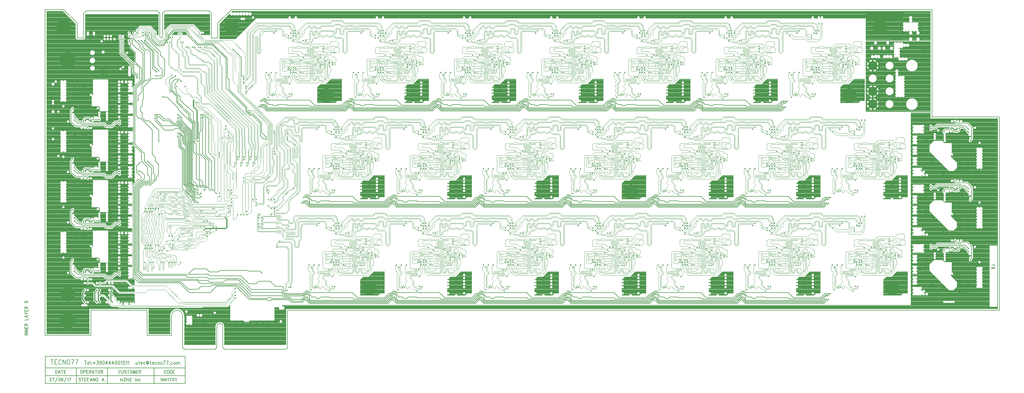
<source format=gbr>
%FSLAX35Y35*%
%MOIN*%
%SFA1.000B1.000*%

G04 Copyright (c) 2015-2018 in2H2 inc.
G04 System developed for in2H2 inc. by Intermotion Technology, Inc.
G04 
G04 Full system RTL, C sources and board design files available at https://github.com/nearist
G04 
G04 in2H2 inc. Team Members:
G04 - Chris McCormick - Algorithm Research and Design
G04 - Matt McCormick - Board Production, System Q/A
G04 
G04 Intermotion Technology Inc. Team Members:
G04 - Mick Fandrich - Project Lead
G04 - Dr. Ludovico Minati - Board Architecture and Design, FPGA Technology Advisor
G04 - Vardan Movsisyan - RTL Team Lead
G04 - Khachatur Gyozalyan - RTL Design
G04 - Tigran Papazyan - RTL Design
G04 - Taron Harutyunyan - RTL Design
G04 - Hayk Ghaltaghchyan - System Software
G04 
G04 Tecno77 S.r.l. Team Members:
G04 - Stefano Aldrigo, Board Layout Design
G04 
G04 We dedicate this project to the memory of Bruce McCormick, an AI pioneer
G04 and advocate, a good friend and father.
G04 
G04 These materials are provided free of charge: you can redistribute them and/or modify  
G04 them under the terms of the GNU General Public License as published by  
G04 the Free Software Foundation, version 3.
G04 
G04 These materials are distributed in the hope that they will be useful, but 
G04 WITHOUT ANY WARRANTY; without even the implied warranty of 
G04 MERCHANTABILITY or FITNESS FOR A PARTICULAR PURPOSE. See the GNU 
G04 General Public License for more details.
G04 In particular, this design should be treated as UNVERIFIED and UNCERTIFIED
G04 
G04 You should have received a copy of the GNU General Public License 
G04 along with this design. If not, see <http://www.gnu.org/licenses/>.

%FSLAX35Y35*%
%MOIN*%
%SFA1.000B1.000*%

%MIA0B0*%
%IPPOS*%
%ADD11C,0.00800*%
%ADD18C,0.20000*%
%ADD21C,0.12000*%
%ADD72C,0.00689*%
%ADD55C,0.01732*%
%ADD65C,0.00591*%
%ADD66C,0.02362*%
%ADD67C,0.01181*%
%ADD68C,0.00787*%
%ADD77C,0.00700*%
%ADD78C,0.18701*%
%ADD79C,0.00433*%
%ADD80C,0.01772*%
%ADD81C,0.00394*%
%ADD82C,0.02000*%
%ADD83C,0.00472*%
%LNlayer9.gbr*%
%LPD*%
G54D18*X129528Y136811D03*Y473011D03*G54D21*X1165354Y465354D03*Y432283D03*Y415748D03*G54D55*X429134Y472441D03*X425984Y478740D03*X432283Y475591D03*X435433Y478740D03*X438583D03*X484252Y348425D03*X481102Y354724D03*X487402Y351575D03*X490551Y354724D03*X493701D03*X484252Y224409D03*X481102Y230709D03*X487402Y227559D03*X490551Y230709D03*X493701D03*X541339Y472441D03*X538189Y478740D03*X544488Y475591D03*X547638Y478740D03*X550787D03*X596457Y348425D03*X593307Y354724D03*X599606Y351575D03*X602756Y354724D03*X605906D03*X596457Y224409D03*X593307Y230709D03*X599606Y227559D03*X602756Y230709D03*X605906D03*X653543Y472441D03*X650394Y478740D03*X656693Y475591D03*X659843Y478740D03*X662992D03*X708661Y348425D03*X705512Y354724D03*X711811Y351575D03*X714961Y354724D03*X718110D03*X708661Y224409D03*X705512Y230709D03*X711811Y227559D03*X714961Y230709D03*X718110D03*X765748Y472441D03*X762598Y478740D03*X768898Y475591D03*X772047Y478740D03*X775197D03*X820866Y348425D03*X817717Y354724D03*X824016Y351575D03*X827165Y354724D03*X830315D03*X820866Y224409D03*X817717Y230709D03*X824016Y227559D03*X827165Y230709D03*X830315D03*X877953Y472441D03*X874803Y478740D03*X881102Y475591D03*X884252Y478740D03*X887402D03*X933071Y348425D03*X929921Y354724D03*X936220Y351575D03*X939370Y354724D03*X942520D03*X933071Y224409D03*X929921Y230709D03*X936220Y227559D03*X939370Y230709D03*X942520D03*X1102362Y472441D03*X1099213Y478740D03*X1105512Y475591D03*X1108661Y478740D03*X1111811D03*X1157480Y348425D03*X1154331Y354724D03*X1160630Y351575D03*X1163780Y354724D03*X1166929D03*X1157480Y224409D03*X1154331Y230709D03*X1160630Y227559D03*X1163780Y230709D03*X1166929D03*X990157Y472441D03*X987008Y478740D03*X993307Y475591D03*X996457Y478740D03*X999606D03*X1045276Y348425D03*X1042126Y354724D03*X1048425Y351575D03*X1051575Y354724D03*X1054724D03*X1045276Y224409D03*X1042126Y230709D03*X1048425Y227559D03*X1051575Y230709D03*X1054724D03*X248819Y300000D03*X245669Y281102D03*X239370D03*X236220D03*X233071D03*X229921D03*X228346Y277165D03*X247244Y274016D03*X237795Y277165D03*X234646D03*X231496D03*X245669Y233858D03*X236220D03*X233071D03*X229921D03*X247244Y226772D03*X237795Y229921D03*X228346D03*X234646D03*X231496D03*X250394Y226772D03*Y274016D03*X242520Y281102D03*Y233858D03*X155118Y185138D03*X151181Y160531D03*Y176280D03*X170866Y169390D03*Y185138D03*X186614Y169390D03*X166929Y160531D03*Y176280D03*X186614Y160531D03*X170866D03*Y176280D03*X186614D03*X344882Y165748D03*Y177953D03*Y173622D03*Y169685D03*X435039Y171654D03*X437402D03*X411811Y175591D03*X409449D03*X416535Y179528D03*X414173D03*X435039Y164173D03*X432677Y171654D03*Y164173D03*X430315D03*X450394Y179921D03*X448031D03*X466535Y174803D03*X442520Y176378D03*X469685Y180709D03*X472835D03*X560236Y179921D03*X554724Y176378D03*X547244Y171654D03*X549606D03*X547244Y164173D03*X544882Y171654D03*Y164173D03*X542520D03*X562598Y179921D03*X578740Y174803D03*X581890Y180709D03*X585039D03*X666929Y176378D03*X674803Y179921D03*X672441D03*X659449Y171654D03*X661811D03*X659449Y164173D03*X657087Y171654D03*Y164173D03*X654724D03*X694094Y180709D03*X697244D03*X690945Y174803D03*X787008Y179921D03*X784646D03*X779134Y176378D03*X771654Y171654D03*X774016D03*X771654Y164173D03*X769291Y171654D03*Y164173D03*X766929D03*X803150Y174803D03*X806299Y180709D03*X809449D03*X879134Y164173D03*X918504Y180709D03*X899213Y179921D03*X896850D03*X915354Y174803D03*X891339Y176378D03*X883858Y171654D03*X886220D03*X883858Y164173D03*X881496Y171654D03*Y164173D03*X921654Y180709D03*X996063Y171654D03*X998425D03*X996063Y164173D03*X993701Y171654D03*Y164173D03*X991339D03*X1011417Y179921D03*X1009055D03*X1027559Y174803D03*X1003543Y176378D03*X1030709Y180709D03*X1033858D03*X1108268Y171654D03*X1110630D03*X1115748Y176378D03*X1108268Y164173D03*X1105906Y171654D03*Y164173D03*X1103543D03*X1123622Y179921D03*X1121260D03*X1139764Y174803D03*X1142913Y180709D03*X1146063D03*X149705Y198917D03*X137894Y200394D03*X135433Y215157D03*X155118Y190157D03*X152165Y198917D03*X160531D03*X137894Y204331D03*X169882Y200886D03*X195965Y195472D03*Y199409D03*X228346Y211811D03*X238976D03*X235433D03*X253543Y229921D03*X256693Y226772D03*X262992Y229921D03*X263780Y211811D03*X253150D03*X260236D03*X267323D03*X249606D03*X274409D03*X286220Y198425D03*X378740D03*X440157Y208661D03*X474803Y211811D03*X443307Y205512D03*X474803Y208661D03*X446457D03*X474803Y214961D03*X452756Y208661D03*X468504Y214961D03*Y211811D03*X477953D03*Y214961D03*Y208661D03*X471654Y211811D03*Y208661D03*X468504Y202362D03*X465354D03*X469685Y193701D03*X509449Y215354D03*Y227953D03*X484252Y208661D03*X506299Y224803D03*X516535Y223228D03*X509449Y218504D03*X512598D03*X502362Y229528D03*X555512Y205512D03*X558661Y208661D03*X552362D03*X521260Y220472D03*Y222835D03*X525197Y221654D03*Y218504D03*X521260Y216929D03*X587008Y211811D03*Y208661D03*Y214961D03*X564961Y208661D03*X580709Y214961D03*X596457Y208661D03*X580709Y211811D03*X590157D03*Y214961D03*Y208661D03*X583858Y211811D03*Y208661D03*X580709Y202362D03*X577559D03*X581890Y193701D03*X633465Y220472D03*Y222835D03*X621654Y215354D03*Y227953D03*X637402Y221654D03*X618504Y224803D03*X628740Y223228D03*X621654Y218504D03*X637402D03*X624803D03*X633465Y216929D03*X614567Y229528D03*X664567Y208661D03*X667717Y205512D03*X670866Y208661D03*X677165D03*X692913Y214961D03*X708661Y208661D03*X692913Y211811D03*X702362D03*Y214961D03*Y208661D03*X696063Y211811D03*Y208661D03*X692913Y202362D03*X689764D03*X694094Y193701D03*X699213Y211811D03*Y208661D03*Y214961D03*X733858Y227953D03*X749606Y221654D03*X730709Y224803D03*X740945Y223228D03*X733858Y218504D03*X749606D03*X737008D03*X745669Y216929D03*X726772Y229528D03*X745669Y220472D03*Y222835D03*X733858Y215354D03*X779921Y205512D03*X783071Y208661D03*X789370D03*X776772D03*X811417Y211811D03*Y208661D03*Y214961D03*X805118D03*X820866Y208661D03*X805118Y211811D03*X814567D03*Y214961D03*Y208661D03*X808268Y211811D03*Y208661D03*X805118Y202362D03*X801969D03*X838976Y229528D03*X806299Y193701D03*X857874Y220472D03*Y222835D03*X846063Y215354D03*Y227953D03*X861811Y221654D03*X842913Y224803D03*X853150Y223228D03*X846063Y218504D03*X861811D03*X849213D03*X857874Y216929D03*X917323Y202362D03*X914173D03*X918504Y193701D03*X892126Y205512D03*X895276Y208661D03*X901575D03*X917323Y214961D03*Y211811D03*X920472D03*Y208661D03*X888976D03*X951181Y229528D03*X923622Y211811D03*Y208661D03*Y214961D03*X958268Y215354D03*Y227953D03*X933071Y208661D03*X955118Y224803D03*X926772Y211811D03*X958268Y218504D03*X926772Y214961D03*Y208661D03*X970079Y220472D03*Y222835D03*X974016Y221654D03*X965354Y223228D03*X974016Y218504D03*X961417D03*X970079Y216929D03*X1030709Y193701D03*X1035827Y211811D03*X1004331Y205512D03*X1035827Y208661D03*X1007480D03*X1035827Y214961D03*X1013780Y208661D03*X1029528Y214961D03*Y211811D03*X1038976D03*Y214961D03*Y208661D03*X1032677Y211811D03*Y208661D03*X1001181D03*X1029528Y202362D03*X1026378D03*X1063386Y229528D03*X1070472Y215354D03*Y227953D03*X1045276Y208661D03*X1067323Y224803D03*X1077559Y223228D03*X1070472Y218504D03*X1073622D03*X1082283Y220472D03*Y222835D03*X1086220Y221654D03*Y218504D03*X1082283Y216929D03*X1116535Y205512D03*X1119685Y208661D03*X1113386D03*X1148031Y211811D03*Y208661D03*Y214961D03*X1125984Y208661D03*X1141732Y214961D03*X1157480Y208661D03*X1141732Y211811D03*X1151181D03*Y214961D03*Y208661D03*X1144882Y211811D03*Y208661D03*X1141732Y202362D03*X1138583D03*X1142913Y193701D03*X1194488Y220472D03*Y222835D03*X1182677Y215354D03*Y227953D03*X1198425Y221654D03*X1179528Y224803D03*X1189764Y223228D03*X1182677Y218504D03*X1198425D03*X1185827D03*X1194488Y216929D03*X1175591Y229528D03*X1240256Y229921D03*X1256988Y226476D03*X1288484Y229921D03*X1290945Y215157D03*X1288484Y225984D03*X149705Y263878D03*X137894Y265354D03*X155118Y255118D03*X152165Y263878D03*X160531D03*X137894Y269291D03*X169882Y265846D03*X195965Y260433D03*Y264370D03*X272441Y245669D03*X270866Y241732D03*X259843Y245669D03*X256693Y238583D03*X262992Y245669D03*X261417Y235827D03*X264567Y239764D03*Y233858D03*X300787Y257480D03*X304724D03*X308661Y249606D03*X316535Y261417D03*X308661Y245669D03*X320472Y257480D03*X312598Y249606D03*Y261417D03*X320472Y253543D03*X316535Y257480D03*X304724Y253543D03*X312598D03*X304724Y265354D03*X308661D03*X332283Y269291D03*X379528D03*Y265354D03*Y261417D03*Y257480D03*X375591Y261417D03*Y269291D03*Y257480D03*X398425Y234252D03*Y231496D03*X400394Y237402D03*X401969Y239370D03*X474803Y259055D03*X477953Y262205D03*X471654Y259055D03*X474803Y262205D03*X452756D03*X468504Y255906D03*X449606Y259055D03*X468504Y252756D03*X477953Y259055D03*X474803Y255906D03*X477953D03*X471654Y252756D03*X474803Y249606D03*X481102Y259055D03*X490551Y249606D03*X487402D03*X513386Y238976D03*Y242126D03*Y235827D03*X528346Y234252D03*X590157Y259055D03*X593307D03*X587008Y255906D03*X590157D03*X583858Y252756D03*X587008Y249606D03*X599606D03*X587008Y259055D03*X590157Y262205D03*X583858Y259055D03*X587008Y262205D03*X564961D03*X580709Y255906D03*X561811Y259055D03*X580709Y252756D03*X640551Y234252D03*X625591Y238976D03*Y242126D03*Y235827D03*X602756Y249606D03*X677165Y262205D03*X674016Y259055D03*X702362D03*X705512D03*X699213Y255906D03*X702362D03*X696063Y252756D03*X714961Y249606D03*X699213D03*X711811D03*X699213Y259055D03*X702362Y262205D03*X696063Y259055D03*X699213Y262205D03*X692913Y255906D03*Y252756D03*X737795Y238976D03*Y242126D03*Y235827D03*X752756Y234252D03*X789370Y262205D03*X786220Y259055D03*X814567D03*X817717D03*X811417Y255906D03*X814567D03*X808268Y252756D03*X827165Y249606D03*X811417D03*X824016D03*X811417Y259055D03*X814567Y262205D03*X808268Y259055D03*X811417Y262205D03*X805118Y255906D03*Y252756D03*X864961Y234252D03*X850000Y238976D03*Y242126D03*Y235827D03*X920472Y252756D03*Y259055D03*X901575Y262205D03*X917323Y255906D03*X898425Y259055D03*X917323Y252756D03*X926772Y259055D03*X929921D03*X923622Y255906D03*X926772D03*X939370Y249606D03*X923622D03*X936220D03*X923622Y259055D03*X926772Y262205D03*X923622D03*X977165Y234252D03*X962205Y238976D03*Y242126D03*Y235827D03*X1038976Y259055D03*X1035827Y255906D03*X1038976D03*X1032677Y252756D03*X1035827Y249606D03*Y259055D03*X1038976Y262205D03*X1032677Y259055D03*X1035827Y262205D03*X1013780D03*X1029528Y255906D03*X1010630Y259055D03*X1029528Y252756D03*X1074409Y238976D03*Y242126D03*Y235827D03*X1042126Y259055D03*X1051575Y249606D03*X1048425D03*X1089370Y234252D03*X1113386Y255906D03*X1110236Y259055D03*X1148031D03*X1151181Y262205D03*X1144882Y259055D03*X1148031Y262205D03*X1125984D03*X1141732Y255906D03*X1122835Y259055D03*X1141732Y252756D03*X1186614Y238976D03*Y242126D03*Y235827D03*X1240256Y233858D03*X1201575Y234252D03*X1276673Y231398D03*X1271260Y240157D03*X1274213Y231398D03*X1265846D03*X135433Y280118D03*X300787Y277165D03*X320472D03*X316535Y281102D03*X304724Y304724D03*X300787Y296850D03*X292913Y292913D03*X296850Y288976D03*X292913D03*X308661Y308661D03*X320472Y300787D03*X316535Y304724D03*X312598D03*X296850D03*X304724Y308661D03*X300787D03*X296850D03*X292913Y304724D03*X296850Y300787D03*X292913D03*X300787D03*X324409Y273228D03*X336220Y285039D03*Y281102D03*Y277165D03*X340157Y288976D03*Y285039D03*Y292913D03*Y300787D03*X336220Y304724D03*X340157D03*X324409Y296850D03*X348031Y273228D03*X324409Y300787D03*X355906Y273228D03*X359843Y277165D03*Y273228D03*X351969D03*X375591D03*X387402Y304724D03*Y300787D03*Y292913D03*X391339D03*X367717D03*X387402Y285039D03*X391339Y273228D03*X371654Y288976D03*X395276Y292913D03*Y281102D03*X371654Y292913D03*X391339Y281102D03*X395276Y273228D03*X371654Y285039D03*X395276Y288976D03*Y277165D03*X435039Y295669D03*X437402D03*X435039Y288189D03*X432677Y295669D03*Y288189D03*X430315D03*X450394Y303937D03*X448031D03*X466535Y298819D03*X442520Y300394D03*X469685Y304724D03*X472835D03*X560236Y303937D03*X554724Y300394D03*X547244Y295669D03*X549606D03*X547244Y288189D03*X544882Y295669D03*Y288189D03*X542520D03*X562598Y303937D03*X578740Y298819D03*X581890Y304724D03*X585039D03*X674803Y303937D03*X672441D03*X666929Y300394D03*X659449Y295669D03*X661811D03*X659449Y288189D03*X657087Y295669D03*Y288189D03*X654724D03*X694094Y304724D03*X697244D03*X690945Y298819D03*X787008Y303937D03*X784646D03*X779134Y300394D03*X771654Y295669D03*X774016D03*X771654Y288189D03*X769291Y295669D03*Y288189D03*X766929D03*X803150Y298819D03*X806299Y304724D03*X809449D03*X879134Y288189D03*X899213Y303937D03*X896850D03*X915354Y298819D03*X891339Y300394D03*X918504Y304724D03*X883858Y295669D03*X886220D03*X883858Y288189D03*X881496Y295669D03*Y288189D03*X921654Y304724D03*X996063Y295669D03*X998425D03*X996063Y288189D03*X993701Y295669D03*Y288189D03*X991339D03*X1011417Y303937D03*X1009055D03*X1027559Y298819D03*X1003543Y300394D03*X1030709Y304724D03*X1033858D03*X1108268Y295669D03*X1110630D03*X1115748Y300394D03*X1108268Y288189D03*X1105906Y295669D03*Y288189D03*X1103543D03*X1123622Y303937D03*X1121260D03*X1139764Y298819D03*X1142913Y304724D03*X1146063D03*X1155118Y271063D03*X1151181D03*X1240256Y306693D03*X1276673Y308169D03*X1256988Y303248D03*X1274213Y308169D03*X1265846D03*X1288484Y306693D03*X1290945Y291929D03*X1288484Y302756D03*X149705Y328839D03*X137894Y330315D03*X155118Y320079D03*X135433Y345079D03*X152165Y328839D03*X160531D03*X137894Y334252D03*X169882Y330807D03*X195965Y325394D03*Y329331D03*X229528Y311417D03*X220079Y318504D03*X232382Y342126D03*X222047Y340650D03*X220079Y329331D03*X355906Y316535D03*Y320472D03*X324409Y348031D03*X359843Y336220D03*Y340157D03*X355906Y344094D03*Y348031D03*X344094Y336220D03*Y340157D03*X348031Y344094D03*Y348031D03*X351969Y336220D03*Y340157D03*X371654Y344094D03*Y348031D03*X367717Y336220D03*Y340157D03*X363780Y344094D03*Y348031D03*X440157Y332677D03*X474803Y335827D03*X443307Y329528D03*X474803Y332677D03*X446457D03*X474803Y338976D03*X452756Y332677D03*X468504Y338976D03*Y335827D03*X477953D03*Y338976D03*Y332677D03*X471654Y335827D03*Y332677D03*X468504Y326378D03*X465354D03*X469685Y317717D03*X509449Y339370D03*X484252Y332677D03*X506299Y348819D03*X516535Y347244D03*X509449Y342520D03*X512598D03*X555512Y329528D03*X558661Y332677D03*X552362D03*X521260Y344488D03*Y346850D03*X525197Y345669D03*Y342520D03*X521260Y340945D03*X587008Y335827D03*Y332677D03*Y338976D03*X564961Y332677D03*X580709Y338976D03*X596457Y332677D03*X580709Y335827D03*X590157D03*Y338976D03*Y332677D03*X583858Y335827D03*Y332677D03*X580709Y326378D03*X577559D03*X581890Y317717D03*X633465Y344488D03*Y346850D03*X621654Y339370D03*X637402Y345669D03*X618504Y348819D03*X628740Y347244D03*X621654Y342520D03*X637402D03*X624803D03*X633465Y340945D03*X667717Y329528D03*X670866Y332677D03*X677165D03*X664567D03*X692913Y326378D03*X689764D03*X694094Y317717D03*X699213Y335827D03*Y332677D03*Y338976D03*X692913D03*X708661Y332677D03*X692913Y335827D03*X702362D03*Y338976D03*Y332677D03*X696063Y335827D03*Y332677D03*X745669Y344488D03*Y346850D03*X733858Y339370D03*X749606Y345669D03*X730709Y348819D03*X740945Y347244D03*X733858Y342520D03*X749606D03*X737008D03*X745669Y340945D03*X779921Y329528D03*X783071Y332677D03*X789370D03*X776772D03*X811417Y335827D03*Y332677D03*Y338976D03*X805118D03*X820866Y332677D03*X805118Y335827D03*X814567D03*Y338976D03*Y332677D03*X808268Y335827D03*Y332677D03*X805118Y326378D03*X801969D03*X806299Y317717D03*X857874Y344488D03*Y346850D03*X846063Y339370D03*X861811Y345669D03*X842913Y348819D03*X853150Y347244D03*X846063Y342520D03*X861811D03*X849213D03*X857874Y340945D03*X892126Y329528D03*X895276Y332677D03*X901575D03*X917323Y338976D03*Y335827D03*X920472D03*Y332677D03*X888976D03*X917323Y326378D03*X914173D03*X918504Y317717D03*X923622Y335827D03*Y332677D03*Y338976D03*X958268Y339370D03*X933071Y332677D03*X955118Y348819D03*X926772Y335827D03*X958268Y342520D03*X926772Y338976D03*Y332677D03*X970079Y344488D03*Y346850D03*X974016Y345669D03*X965354Y347244D03*X974016Y342520D03*X961417D03*X970079Y340945D03*X1035827Y335827D03*X1004331Y329528D03*X1035827Y332677D03*X1007480D03*X1035827Y338976D03*X1013780Y332677D03*X1029528Y338976D03*Y335827D03*X1038976D03*Y338976D03*Y332677D03*X1032677Y335827D03*Y332677D03*X1001181D03*X1029528Y326378D03*X1026378D03*X1030709Y317717D03*X1070472Y339370D03*X1045276Y332677D03*X1067323Y348819D03*X1077559Y347244D03*X1070472Y342520D03*X1073622D03*X1082283Y344488D03*Y346850D03*X1086220Y345669D03*Y342520D03*X1082283Y340945D03*X1116535Y329528D03*X1119685Y332677D03*X1113386D03*X1148031Y335827D03*Y332677D03*Y338976D03*X1125984Y332677D03*X1141732Y338976D03*X1157480Y332677D03*X1141732Y335827D03*X1151181D03*Y338976D03*Y332677D03*X1144882Y335827D03*Y332677D03*X1141732Y326378D03*X1138583D03*X1142913Y317717D03*X1194488Y344488D03*Y346850D03*X1182677Y339370D03*X1198425Y345669D03*X1179528Y348819D03*X1189764Y347244D03*X1182677Y342520D03*X1198425D03*X1185827D03*X1194488Y340945D03*X1240256Y310630D03*X1271260Y316929D03*X155118Y385039D03*X246457Y367717D03*X273720Y378543D03*X271260D03*X273720Y374606D03*X271260D03*X292913Y367717D03*X296850D03*X292913Y371654D03*X296850D03*X332283Y383465D03*Y387402D03*X336220Y375591D03*Y379528D03*Y371654D03*X328346D03*X324409Y350394D03*Y352756D03*X394882Y378740D03*X395276Y351969D03*X394882Y381102D03*X395276Y354724D03*X384646Y370866D03*Y373228D03*X412205Y377165D03*Y373228D03*Y379921D03*Y370472D03*X474803Y383071D03*X477953Y386220D03*X471654Y383071D03*X474803Y386220D03*X452756D03*X468504Y379921D03*X449606Y383071D03*X468504Y376772D03*X477953Y383071D03*X474803Y379921D03*X477953D03*X471654Y376772D03*X474803Y373622D03*X481102Y383071D03*X490551Y373622D03*X487402D03*X509449Y351969D03*X502362Y353543D03*X513386Y362992D03*Y366142D03*Y359843D03*X528346Y358268D03*X590157Y383071D03*X593307D03*X587008Y379921D03*X590157D03*X583858Y376772D03*X587008Y373622D03*X599606D03*X587008Y383071D03*X590157Y386220D03*X583858Y383071D03*X587008Y386220D03*X564961D03*X580709Y379921D03*X561811Y383071D03*X580709Y376772D03*X640551Y358268D03*X621654Y351969D03*X614567Y353543D03*X625591Y362992D03*Y366142D03*Y359843D03*X602756Y373622D03*X677165Y386220D03*X674016Y383071D03*X702362D03*X705512D03*X699213Y379921D03*X702362D03*X696063Y376772D03*X714961Y373622D03*X699213D03*X711811D03*X699213Y383071D03*X702362Y386220D03*X696063Y383071D03*X699213Y386220D03*X692913Y379921D03*Y376772D03*X752756Y358268D03*X726772Y353543D03*X733858Y351969D03*X737795Y362992D03*Y366142D03*Y359843D03*X789370Y386220D03*X786220Y383071D03*X838976Y353543D03*X811417Y383071D03*X814567Y386220D03*X808268Y383071D03*X811417Y386220D03*X805118Y379921D03*Y376772D03*X814567Y383071D03*X817717D03*X811417Y379921D03*X814567D03*X808268Y376772D03*X827165Y373622D03*X811417D03*X824016D03*X864961Y358268D03*X846063Y351969D03*X850000Y362992D03*Y366142D03*Y359843D03*X920472Y376772D03*Y383071D03*X901575Y386220D03*X917323Y379921D03*X898425Y383071D03*X917323Y376772D03*X958268Y351969D03*X951181Y353543D03*X926772Y383071D03*X929921D03*X923622Y379921D03*X926772D03*X939370Y373622D03*X923622D03*X936220D03*X923622Y383071D03*X926772Y386220D03*X923622D03*X977165Y358268D03*X962205Y362992D03*Y366142D03*Y359843D03*X1038976Y383071D03*X1035827Y379921D03*X1038976D03*X1032677Y376772D03*X1035827Y373622D03*Y383071D03*X1038976Y386220D03*X1032677Y383071D03*X1035827Y386220D03*X1013780D03*X1029528Y379921D03*X1010630Y383071D03*X1029528Y376772D03*X1070472Y351969D03*X1063386Y353543D03*X1074409Y362992D03*Y366142D03*Y359843D03*X1042126Y383071D03*X1051575Y373622D03*X1048425D03*X1089370Y358268D03*X1113386Y379921D03*X1110236Y383071D03*X1148031D03*X1151181Y386220D03*X1144882Y383071D03*X1148031Y386220D03*X1125984D03*X1141732Y379921D03*X1122835Y383071D03*X1141732Y376772D03*X1182677Y351969D03*X1175591Y353543D03*X1186614Y362992D03*Y366142D03*Y359843D03*X1240256Y387402D03*Y383465D03*X1201575Y358268D03*X1256988Y380020D03*X1276673Y384941D03*X1274213D03*X1265846D03*X1288484Y383465D03*X1290945Y368701D03*X1288484Y379528D03*X149705Y393799D03*X137894Y395276D03*X135433Y410039D03*X152165Y393799D03*X160531D03*X137894Y399213D03*X169882Y395768D03*X195965Y390354D03*Y394291D03*X219685Y420866D03*X251575Y424803D03*X269783Y393307D03*X271260Y402165D03*X273720Y398228D03*X271260D03*X244193Y402165D03*X241732D03*X244193Y398228D03*X241732D03*X296850Y417717D03*X294488D03*X300787Y398228D03*X303248Y402165D03*X300787D03*X303248Y398228D03*X290945Y420472D03*X358661Y429921D03*X362205Y407480D03*X363780Y405512D03*X379921Y419685D03*X382283D03*X395276Y427953D03*X392913D03*X387402Y424409D03*X379921Y412205D03*X377559Y419685D03*Y412205D03*X375197D03*X411417Y422835D03*X414567Y428740D03*X417717D03*X507480Y427953D03*X505118D03*X499606Y424409D03*X492126Y419685D03*X494488D03*X492126Y412205D03*X489764Y419685D03*Y412205D03*X487402D03*X523622Y422835D03*X526772Y428740D03*X529921D03*X599606Y412205D03*X619685Y427953D03*X617323D03*X635827Y422835D03*X611811Y424409D03*X638976Y428740D03*X604331Y419685D03*X606693D03*X604331Y412205D03*X601969Y419685D03*Y412205D03*X642126Y428740D03*X716535Y419685D03*X718898D03*X716535Y412205D03*X714173Y419685D03*Y412205D03*X711811D03*X751181Y428740D03*X754331D03*X731890Y427953D03*X729528D03*X748031Y422835D03*X724016Y424409D03*X836220D03*X828740Y419685D03*X831102D03*X828740Y412205D03*X826378Y419685D03*Y412205D03*X824016D03*X844094Y427953D03*X841732D03*X860236Y422835D03*X863386Y428740D03*X866535D03*X956299Y427953D03*X953937D03*X948425Y424409D03*X940945Y419685D03*X943307D03*X940945Y412205D03*X938583Y419685D03*Y412205D03*X936220D03*X975591Y428740D03*X978740D03*X972441Y422835D03*X1053150Y419685D03*X1055512D03*X1068504Y427953D03*X1066142D03*X1060630Y424409D03*X1053150Y412205D03*X1050787Y419685D03*Y412205D03*X1048425D03*X1084646Y422835D03*X1087795Y428740D03*X1090945D03*X1155118Y395079D03*X1151181D03*X1271260Y393701D03*X217717Y451969D03*Y449213D03*X221654Y448819D03*X269291Y438583D03*X242913Y452362D03*X246457Y458661D03*X243307Y457087D03*X268110Y452362D03*X271260Y445965D03*X275591Y444882D03*X280118Y438583D03*X261417Y431496D03*X262992Y452756D03*X352756Y452362D03*X355512Y447638D03*Y450000D03*Y442126D03*Y444488D03*X358661Y432283D03*Y438583D03*Y436220D03*X388189Y453543D03*X391339Y456693D03*X397638D03*X385039D03*X419685Y459843D03*Y456693D03*Y462992D03*X413386D03*X429134Y456693D03*X413386Y459843D03*X422835D03*Y462992D03*Y456693D03*X416535Y459843D03*Y456693D03*X413386Y450394D03*X410236D03*X414567Y441732D03*X466142Y468504D03*X454331Y463386D03*X470079Y469685D03*X454331Y466535D03*X470079D03*X457480D03*X466142Y464961D03*X500394Y453543D03*X503543Y456693D03*X509843D03*X497244D03*X526772Y441732D03*X531890Y459843D03*Y456693D03*Y462992D03*X525591D03*X541339Y456693D03*X525591Y459843D03*X535039D03*Y462992D03*Y456693D03*X528740Y459843D03*Y456693D03*X525591Y450394D03*X522441D03*X578346Y468504D03*X566535Y463386D03*X582283Y469685D03*X566535Y466535D03*X582283D03*X569685D03*X578346Y464961D03*X634646Y450394D03*X638976Y441732D03*X612598Y453543D03*X615748Y456693D03*X622047D03*X637795Y462992D03*Y459843D03*X609449Y456693D03*X637795Y450394D03*X644094Y459843D03*Y456693D03*Y462992D03*X678740Y463386D03*X653543Y456693D03*X647244Y459843D03*X678740Y466535D03*X647244Y462992D03*Y456693D03*X640945Y459843D03*Y456693D03*X690551Y468504D03*X694488Y469685D03*Y466535D03*X681890D03*X690551Y464961D03*X750000Y450394D03*X746850D03*X751181Y441732D03*X756299Y459843D03*X724803Y453543D03*X756299Y456693D03*X727953D03*X756299Y462992D03*X734252Y456693D03*X750000Y462992D03*Y459843D03*X759449D03*Y462992D03*Y456693D03*X753150Y459843D03*Y456693D03*X721654D03*X790945Y463386D03*X765748Y456693D03*X790945Y466535D03*X794094D03*X837008Y453543D03*X840157Y456693D03*X833858D03*X802756Y468504D03*X806693Y469685D03*Y466535D03*X802756Y464961D03*X868504Y459843D03*Y456693D03*Y462992D03*X846457Y456693D03*X862205Y462992D03*X877953Y456693D03*X862205Y459843D03*X871654D03*Y462992D03*Y456693D03*X865354Y459843D03*Y456693D03*X862205Y450394D03*X859055D03*X863386Y441732D03*X914961Y468504D03*X903150Y463386D03*X918898Y469685D03*X903150Y466535D03*X918898D03*X906299D03*X914961Y464961D03*X949213Y453543D03*X952362Y456693D03*X958661D03*X946063D03*X974409Y450394D03*X971260D03*X975591Y441732D03*X980709Y459843D03*Y456693D03*Y462992D03*X974409D03*X990157Y456693D03*X974409Y459843D03*X983858D03*Y462992D03*Y456693D03*X977559Y459843D03*Y456693D03*X1027165Y468504D03*X1015354Y463386D03*X1031102Y469685D03*X1015354Y466535D03*X1031102D03*X1018504D03*X1027165Y464961D03*X1061417Y453543D03*X1064567Y456693D03*X1070866D03*X1058268D03*X1092913Y459843D03*Y456693D03*Y462992D03*X1086614D03*X1102362Y456693D03*X1086614Y459843D03*X1096063D03*Y462992D03*Y456693D03*X1089764Y459843D03*Y456693D03*X1086614Y450394D03*X1083465D03*X1087795Y441732D03*X1139370Y468504D03*X1127559Y463386D03*X1143307Y469685D03*X1127559Y466535D03*X1143307D03*X1130709D03*X1139370Y464961D03*X196457Y499606D03*Y503543D03*X200394Y499606D03*X208268Y507480D03*X214173D03*X217717D03*X208268Y503543D03*X212205Y497638D03*X216142D03*X220079D03*X208268D03*X225984Y503543D03*X229921Y504724D03*X231890Y503543D03*X225984Y507480D03*X227953Y497638D03*X224016D03*X277559Y495669D03*X274803D03*X260630D03*X257874D03*X264173Y501969D03*X261417D03*X275197Y506299D03*X272441D03*X307874Y489370D03*X305512D03*X300000D03*X297638D03*X292126D03*X289764D03*X284252D03*X281890D03*X342126Y486220D03*X394488Y507087D03*X419685D03*X416535D03*X413386Y503937D03*Y500787D03*X422835Y507087D03*X425984D03*X419685Y503937D03*X422835D03*X416535Y500787D03*X435433Y497638D03*X419685D03*X432283D03*X473228Y482283D03*X466142Y470866D03*X454331Y475984D03*X451181Y472835D03*X461417Y471260D03*X447244Y477559D03*X458268Y487008D03*Y490157D03*Y483858D03*X506693Y507087D03*X559449Y477559D03*X535039Y507087D03*X538189D03*X531890Y503937D03*X535039D03*X528740Y500787D03*X547638Y497638D03*X531890D03*X544488D03*X531890Y507087D03*X528740D03*X525591Y503937D03*Y500787D03*X585433Y482283D03*X578346Y470866D03*X566535Y475984D03*X563386Y472835D03*X573622Y471260D03*X570472Y487008D03*Y490157D03*Y483858D03*X637795Y503937D03*X618898Y507087D03*X637795Y500787D03*X671654Y477559D03*X678740Y475984D03*X675591Y472835D03*X647244Y507087D03*X650394D03*X644094Y503937D03*X647244D03*X640945Y500787D03*X659843Y497638D03*X644094D03*X656693D03*X644094Y507087D03*X640945D03*X697638Y482283D03*X690551Y470866D03*X685827Y471260D03*X682677Y487008D03*Y490157D03*Y483858D03*X759449Y507087D03*X756299Y503937D03*X759449D03*X753150Y500787D03*X756299Y497638D03*Y507087D03*X753150D03*X750000Y503937D03*X731102Y507087D03*X750000Y500787D03*X783858Y477559D03*X790945Y475984D03*X787795Y472835D03*X798031Y471260D03*X794882Y487008D03*Y490157D03*Y483858D03*X762598Y507087D03*X772047Y497638D03*X768898D03*X809843Y482283D03*X802756Y470866D03*X871654Y507087D03*X874803D03*X868504Y503937D03*X871654D03*X865354Y500787D03*X868504Y497638D03*Y507087D03*X865354D03*X862205Y503937D03*X843307Y507087D03*X862205Y500787D03*X914961Y470866D03*X903150Y475984D03*X900000Y472835D03*X910236Y471260D03*X896063Y477559D03*X907087Y487008D03*Y490157D03*Y483858D03*X884252Y497638D03*X881102D03*X922047Y482283D03*X955512Y507087D03*X983858D03*X987008D03*X980709Y503937D03*X983858D03*X977559Y500787D03*X996457Y497638D03*X980709D03*X993307D03*X980709Y507087D03*X977559D03*X974409Y503937D03*Y500787D03*X1008268Y477559D03*X1034252Y482283D03*X1027165Y470866D03*X1015354Y475984D03*X1012205Y472835D03*X1022441Y471260D03*X1019291Y487008D03*Y490157D03*Y483858D03*X1067717Y507087D03*X1058268Y503937D03*X1055118Y507087D03*X1120472Y477559D03*X1092913Y507087D03*X1089764D03*X1086614Y503937D03*Y500787D03*X1146457Y482283D03*X1139370Y470866D03*X1127559Y475984D03*X1124409Y472835D03*X1134646Y471260D03*X1131496Y487008D03*Y490157D03*Y483858D03*X397638Y510236D03*X422835D03*X419685D03*X509843D03*X535039D03*X531890D03*X622047D03*X647244D03*X644094D03*X759449D03*X756299D03*X734252D03*X871654D03*X868504D03*X846457D03*X958661D03*X983858D03*X980709D03*X1070866D03*X1096063D03*X1092913D03*X1100000Y519094D03*X1096063D03*G54D66*X307283Y133465D03*Y137402D03*X291732D03*X295669D03*X303346D03*X295669Y133465D03*X303346D03*X291732D03*X354528Y135827D03*Y133071D03*X344685Y135827D03*Y133071D03*X332874Y135827D03*Y133071D03*X395866Y135827D03*Y133071D03*X387992Y135827D03*Y133071D03*X380118Y135827D03*Y133071D03*X372244Y135827D03*Y133071D03*X364370Y135827D03*Y133071D03*X407677Y135827D03*Y133071D03*X1277165Y180709D03*Y176772D03*Y172835D03*Y184646D03*Y188583D03*X1267323Y170374D03*X1242717Y184646D03*Y188583D03*X1256496Y178740D03*Y170866D03*Y174803D03*X1287992Y172835D03*X1281102Y176772D03*Y172835D03*X1285039D03*Y176772D03*X1287992D03*Y180709D03*Y184646D03*Y188583D03*X183661Y196457D03*Y204331D03*Y200394D03*Y218110D03*Y210236D03*Y214173D03*Y224016D03*Y227953D03*X1233858Y220079D03*Y212205D03*Y216142D03*Y202362D03*Y198425D03*Y206299D03*X1277165Y196457D03*X1273228D03*Y192520D03*X1277165D03*X1242717D03*X1287992D03*X149213Y233858D03*Y237795D03*X153150Y245669D03*X149213D03*X153150Y249606D03*X149213D03*X138386D03*X153150Y233858D03*Y237795D03*Y241732D03*X149213D03*X159055Y235827D03*X138386Y245669D03*Y241732D03*Y237795D03*X183661Y245669D03*Y241732D03*Y269291D03*Y261417D03*Y265354D03*Y231890D03*Y237795D03*X1277165Y257480D03*Y261417D03*Y249606D03*Y253543D03*X1273228Y269291D03*X1277165D03*Y265354D03*X1267323Y247146D03*X1242717Y265354D03*Y269291D03*Y261417D03*X1256496Y251575D03*Y247638D03*Y255512D03*X1287992Y261417D03*X1285039Y253543D03*X1281102D03*Y249606D03*X1285039D03*X1287992D03*Y253543D03*Y257480D03*Y265354D03*Y269291D03*X153150Y302756D03*Y306693D03*X149213D03*Y302756D03*X153150Y298819D03*X149213D03*X159055Y300787D03*X138386Y306693D03*Y302756D03*X183661Y283071D03*Y279134D03*Y275197D03*Y296850D03*Y288976D03*Y292913D03*Y302756D03*Y306693D03*X1233858Y292913D03*Y288976D03*Y296850D03*Y283071D03*Y275197D03*Y279134D03*X1277165Y273228D03*X1273228D03*X153150Y314567D03*Y310630D03*X149213Y314567D03*Y310630D03*X138386Y314567D03*Y310630D03*X183661Y334252D03*Y326378D03*Y310630D03*Y330315D03*Y348031D03*Y340157D03*Y344094D03*X1277165Y330315D03*Y326378D03*Y334252D03*Y338189D03*Y350000D03*X1273228D03*Y346063D03*X1277165D03*Y342126D03*X1267323Y323917D03*X1242717Y346063D03*Y342126D03*Y338189D03*X1256496Y328346D03*Y324409D03*Y332283D03*X1285039Y330315D03*X1281102D03*Y326378D03*X1285039D03*X1287992D03*Y330315D03*Y334252D03*Y338189D03*Y342126D03*Y346063D03*X153150Y379528D03*X149213D03*Y375591D03*X153150D03*X149213Y363780D03*X153150Y371654D03*X138386Y375591D03*Y379528D03*X153150Y363780D03*Y367717D03*X149213D03*Y371654D03*X159055Y366240D03*X138386Y371654D03*Y367717D03*X183661Y353937D03*Y361811D03*Y375591D03*Y371654D03*Y357874D03*Y367717D03*X1233858Y373622D03*Y365748D03*Y369685D03*Y359843D03*Y351969D03*Y355906D03*X153150Y428740D03*X149213D03*X183661Y391339D03*Y399213D03*Y395276D03*Y412992D03*Y405118D03*Y409055D03*Y426772D03*Y418898D03*Y422835D03*X1173819Y427756D03*X1161024Y423819D03*X1169882D03*X1173819D03*Y419882D03*Y415945D03*Y412008D03*X138386Y444488D03*X149213Y436614D03*X153150D03*Y432677D03*X149213D03*Y444488D03*X153150D03*Y440551D03*X149213D03*X159055Y430709D03*X138386Y440551D03*Y436614D03*Y432677D03*X178248Y460728D03*X174803D03*X178248Y453839D03*X174803D03*Y457283D03*X178248D03*X183661Y440551D03*Y432677D03*Y436614D03*X1173819Y431693D03*Y435630D03*Y460236D03*Y464173D03*Y469094D03*X1233858Y466142D03*Y462205D03*X1229921D03*Y466142D03*X1193504Y499606D03*X1197441Y503543D03*X1193504D03*Y507480D03*X1189567D03*Y503543D03*Y499606D03*X1197441D03*Y507480D03*X1227953Y503543D03*Y499606D03*X1233858Y489764D03*Y481890D03*Y477953D03*Y485827D03*Y474016D03*X1225984Y489764D03*X1229921D03*Y481890D03*Y477953D03*X1225984Y474016D03*X1229921Y485827D03*X1225984Y493701D03*X1229921Y474016D03*X1227953Y507480D03*X1233858Y470079D03*X1201378Y507480D03*Y503543D03*Y499606D03*X1229921Y470079D03*X1189567Y526181D03*X1193504D03*X1197441D03*X1227953Y511417D03*Y515354D03*X1233858Y526181D03*X1227953Y519291D03*X1229921Y526181D03*Y530118D03*X1233858D03*X1237795D03*Y526181D03*X1201378Y519291D03*Y511417D03*Y515354D03*G54D78*X123622D03*X340157D03*X1174803D03*X462205Y426772D03*X1135433D03*X853937Y302756D03*X517323Y178740D03*X1190551D03*X129528Y170866D03*G54D80*X155118Y169390D03*X200394Y178740D03*Y165945D03*Y168898D03*Y175787D03*X194980Y168898D03*Y184646D03*X203346Y178740D03*Y165945D03*Y168898D03*Y175787D03*X639370Y175984D03*X618898D03*X629134Y179921D03*Y183858D03*Y187795D03*X751575Y175984D03*X731102D03*X741339Y179921D03*Y183858D03*Y187795D03*X863780Y175984D03*X843307D03*X853543Y179921D03*Y183858D03*Y187795D03*X955512Y175984D03*X975984D03*X965748Y179921D03*Y183858D03*Y187795D03*X1067717Y175984D03*X1077953Y179921D03*Y183858D03*Y187795D03*X1088189Y175984D03*X145768Y225000D03*X149213D03*X153150Y218110D03*X156594Y210728D03*Y207283D03*X153150D03*X149213D03*X145768D03*Y214173D03*X149213D03*Y210728D03*X145768D03*X153150D03*Y214173D03*X156594D03*Y218110D03*Y225000D03*Y221555D03*X153150D03*X145768Y218110D03*X149213D03*Y221555D03*X145768D03*X153150Y225000D03*X123622Y212205D03*X202362Y192520D03*X629134Y191732D03*X741339D03*X853543D03*X965748D03*X1077953D03*X1280610Y212205D03*X1277165Y216142D03*X1280610D03*Y219587D03*X1277165D03*X1280610Y205315D03*X1277165D03*X1269783Y223031D03*X1273228D03*X1280610D03*X1277165D03*X1273228Y219587D03*X1269783D03*Y216142D03*X1273228D03*Y212205D03*X1269783D03*Y205315D03*Y208760D03*X1273228D03*X1277165Y212205D03*Y208760D03*X1280610D03*X1273228Y205315D03*X1302756Y218110D03*X202362Y257480D03*X1233858Y235827D03*X149213Y272244D03*X145768D03*Y275689D03*X149213Y279134D03*X145768D03*Y289961D03*X153150Y272244D03*X156594D03*X153150Y286516D03*X156594Y289961D03*Y286516D03*Y283071D03*Y279134D03*Y275689D03*X153150D03*Y279134D03*Y283071D03*X149213Y289961D03*Y275689D03*Y283071D03*Y286516D03*X145768Y283071D03*Y286516D03*X153150Y289961D03*X123622Y277165D03*X506693Y300000D03*X516929Y303937D03*Y307874D03*X527165Y300000D03*X639370D03*X618898D03*X629134Y303937D03*Y307874D03*X751575Y300000D03*X731102D03*X741339Y303937D03*Y307874D03*X955512Y300000D03*X975984D03*X965748Y303937D03*Y307874D03*X1067717Y300000D03*X1077953Y303937D03*Y307874D03*X1088189Y300000D03*X1200394D03*X1179921D03*X1190157Y303937D03*Y307874D03*X1280610Y292913D03*Y296358D03*Y299803D03*Y288976D03*X1277165Y292913D03*X1273228Y285531D03*X1269783Y282087D03*Y285531D03*X1273228Y296358D03*Y292913D03*Y288976D03*X1269783D03*Y292913D03*Y296358D03*Y299803D03*X1273228D03*X1277165D03*Y296358D03*Y288976D03*Y285531D03*X1273228Y282087D03*X1277165D03*X1280610D03*Y285531D03*X1302756Y294882D03*X145768Y337205D03*X156594Y340650D03*Y337205D03*X153150D03*X149213D03*Y340650D03*X156594Y344094D03*Y348031D03*X145768Y340650D03*Y348031D03*Y344094D03*X149213D03*X153150Y340650D03*Y344094D03*Y348031D03*X149213D03*X123622Y342126D03*X202362Y322441D03*X516929Y315748D03*Y311811D03*X629134D03*Y315748D03*X741339Y311811D03*Y315748D03*X965748Y311811D03*Y315748D03*X1077953Y311811D03*Y315748D03*X1190157Y311811D03*Y315748D03*X1233858Y312598D03*X145768Y354921D03*X149213D03*X156594Y351476D03*Y354921D03*X153150Y351476D03*X149213D03*X145768D03*X153150Y354921D03*X202362Y387402D03*X1233858Y389370D03*X1277165Y376575D03*X1280610D03*X1277165Y365748D03*Y362303D03*Y369685D03*Y373130D03*X1280610D03*Y369685D03*X1269783Y365748D03*Y362303D03*Y358858D03*X1280610D03*X1277165D03*X1273228Y362303D03*Y365748D03*Y369685D03*X1269783D03*X1273228Y376575D03*X1269783D03*Y373130D03*X1273228D03*X1280610Y365748D03*Y362303D03*X1273228Y358858D03*X1302756Y371654D03*X149213Y409055D03*X145768D03*Y405610D03*X149213D03*X145768Y402165D03*X149213D03*X145768Y412992D03*X149213Y419882D03*X145768D03*X153150Y416437D03*Y412992D03*Y409055D03*Y405610D03*Y402165D03*X156594D03*Y405610D03*Y409055D03*Y412992D03*Y416437D03*Y419882D03*X149213Y412992D03*Y416437D03*X145768D03*X153150Y419882D03*X123622Y407087D03*X584252Y424016D03*X563780D03*X574016Y427953D03*X675984Y424016D03*X696457D03*X686220Y427953D03*X788189Y424016D03*X798425Y427953D03*X808661Y424016D03*X900394D03*X910630Y427953D03*X920866Y424016D03*X1033071D03*X1012598D03*X1022835Y427953D03*X1220866Y401476D03*X1217323Y398327D03*X1226772Y401476D03*X1230315Y398327D03*X200394Y466142D03*X177264Y467126D03*X574016Y431890D03*Y435827D03*Y439764D03*X686220Y431890D03*Y435827D03*Y439764D03*X798425Y431890D03*Y435827D03*Y439764D03*X910630Y431890D03*Y435827D03*Y439764D03*X1022835Y431890D03*Y435827D03*Y439764D03*X170866Y507874D03*Y505512D03*X190551Y507874D03*Y505512D03*X178248Y472047D03*X203937Y491732D03*X214173Y473524D03*X202362Y507874D03*Y505512D03*X211811Y481890D03*X214173Y479429D03*X211713Y475984D03*X244488Y505512D03*Y507874D03*X270079D03*X278740Y506299D03*X308661Y507874D03*X375591Y527362D03*X379528D03*X383465D03*X387402D03*X391339D03*X395276D03*X399213D03*X361811Y517323D03*Y521260D03*X403150Y527362D03*X407087D03*X411024D03*X438583D03*X434646D03*X430709D03*X426772D03*X418898D03*X462205D03*X458268D03*X454331D03*X450394D03*X446457D03*X442520D03*X487795D03*X491732D03*X495669D03*X499606D03*X503543D03*X507480D03*X511417D03*X515354D03*X519291D03*X558661D03*X554724D03*X550787D03*X546850D03*X542913D03*X523228D03*X538976D03*X531102D03*X600000D03*X574409D03*X570472D03*X566535D03*X562598D03*X603937D03*X607874D03*X611811D03*X615748D03*X619685D03*X623622D03*X627559D03*X631496D03*X635433D03*X678740D03*X674803D03*X670866D03*X666929D03*X662992D03*X659055D03*X655118D03*X651181D03*X643307D03*X712205D03*X716142D03*X720079D03*X686614D03*X682677D03*X724016D03*X727953D03*X731890D03*X735827D03*X739764D03*X743701D03*X747638D03*X755512D03*X798819D03*X794882D03*X790945D03*X787008D03*X783071D03*X779134D03*X775197D03*X771260D03*X767323D03*X763386D03*X824409D03*X828346D03*X832283D03*X836220D03*X840157D03*X879528D03*X844094D03*X848031D03*X851969D03*X855906D03*X859843D03*X875591D03*X867717D03*X911024D03*X907087D03*X903150D03*X899213D03*X895276D03*X891339D03*X887402D03*X883465D03*X936614D03*X940551D03*X944488D03*X948425D03*X952362D03*X956299D03*X960236D03*X999606D03*X995669D03*X991732D03*X987795D03*X964173D03*X968110D03*X972047D03*X979921D03*X1023228D03*X1019291D03*X1015354D03*X1011417D03*X1007480D03*X1003543D03*X1048819D03*X1052756D03*X1056693D03*X1060630D03*X1064567D03*X1068504D03*X1072441D03*X1076378D03*X1080315D03*X1119685D03*X1115748D03*X1111811D03*X1107874D03*X1103937D03*X1084252D03*X1092126D03*X1135433D03*X1131496D03*X1127559D03*X1123622D03*G54D81*X172638Y160531D03*X1232874Y170904D03*X197441Y444448D03*Y249566D03*G54D11*X100000Y117717D02*G01Y537598D01*X123819*X141339Y520079*Y500924*X149606*Y533024*X152606Y536024*X244806*X247806Y533024*Y502762*Y502762D02*G75*G03X251406Y502762I1800D01*Y502762D02*G01Y533024D01*X254406Y536024*X311106*X314106Y533024*Y500924*X322441*Y520079*X339961Y537598*X1241732*Y399213*X1328346*Y150197*X412200*Y102000*X410200Y100000*X330750*X328750Y102000*Y129296*Y129295D02*G03X321250Y129295I-3750J26D01*Y129296D02*G01Y102000D01*X319250Y100000*X279200*X277200Y102000*Y142947*Y142946D02*G03X262800Y142946I-7200J51D01*Y142947D02*G01Y117717D01*X231300*Y150197*X159055*Y117717*X100000*X100551Y91004D02*G01X280551D01*Y56004*X100551*Y91004*Y76004D02*G01X280551D01*X100551Y66004D02*G01X280551D01*X140551Y76004D02*G01Y56004D01*X180551Y76004D02*G01Y56004D01*X240551Y76004D02*G01Y56004D01*X109042Y86441D02*G01Y80404D01*X107451Y86441D02*G01X110633D01*X112678D02*G01Y80404D01*Y86441D02*G01X115633D01*X112678Y83566D02*G01X114497D01*X112678Y80404D02*G01X115633D01*X121088Y85004D02*G01X120860Y85579D01*X120406Y86154*X119951Y86441*X119042*X118588Y86154*X118133Y85579*X117906Y85004*X117678Y84141*Y82704*X117906Y81841*X118133Y81266*X118588Y80691*X119042Y80404*X119951*X120406Y80691*X120860Y81266*X121088Y81841*X123133Y86441D02*G01Y80404D01*Y86441D02*G01X126315Y80404D01*Y86441D02*G01Y80404D01*X129724Y86441D02*G01X129269Y86154D01*X128815Y85579*X128588Y85004*X128360Y84141*Y82704*X128588Y81841*X128815Y81266*X129269Y80691*X129724Y80404*X130633*X131088Y80691*X131542Y81266*X131769Y81841*X131997Y82704*Y84141*X131769Y85004*X131542Y85579*X131088Y86154*X130633Y86441*X129724*X137224D02*G01X134951Y80404D01*X134042Y86441D02*G01X137224D01*X142451D02*G01X140178Y80404D01*X139269Y86441D02*G01X142451D01*X73878Y118117D02*G01X77946D01*X73878Y119548D02*G01X77946D01*X73878D02*G01X77946Y121776D01*X73878D02*G01X77946D01*X73878Y123207D02*G01X77946D01*X73878D02*G01X77946Y125435D01*X73878D02*G01X77946D01*X73878Y126867D02*G01X77946D01*X73878D02*G01Y128935D01*X75815Y126867D02*G01Y128139D01*X77946Y126867D02*G01Y128935D01*X73878Y130367D02*G01X77946D01*X73878D02*G01Y131798D01*X74071Y132276*X74265Y132435*X74653Y132594*X75040*X75428Y132435*X75621Y132276*X75815Y131798*Y130367*Y131480D02*G01X77946Y132594D01*X73878Y137685D02*G01X77946D01*Y139594*X73878Y142298D02*G01X77946Y141026D01*X73878Y142298D02*G01X77946Y143571D01*X76590Y141503D02*G01Y143094D01*X73878Y145003D02*G01X75815Y146276D01*X77946*X73878Y147548D02*G01X75815Y146276D01*X73878Y148980D02*G01X77946D01*X73878D02*G01Y151048D01*X75815Y148980D02*G01Y150253D01*X77946Y148980D02*G01Y151048D01*X73878Y152480D02*G01X77946D01*X73878D02*G01Y153912D01*X74071Y154389*X74265Y154548*X74653Y154707*X75040*X75428Y154548*X75621Y154389*X75815Y153912*Y152480*Y153594D02*G01X77946Y154707D01*X75234Y161867D02*G01X75815Y161707D01*X76203Y161389*X76396Y160912*Y160753*X76203Y160276*X75815Y159957*X75234Y159798*X75040*X74459Y159957*X74071Y160276*X73878Y160753*Y160912*X74071Y161389*X74459Y161707*X75234Y161867*X76203*X77171Y161707*X77753Y161389*X77946Y160912*Y160594*X77753Y160117*X77365Y159957*G54D65*X1318565Y208465D02*G01X1322441D01*Y206854*X1319857Y203901D02*G01X1320411Y204035D01*X1320780Y204304*X1320965Y204707*Y204841*X1320780Y205243*X1320411Y205512*X1319857Y205646*X1319673*X1319119Y205512*X1318750Y205243*X1318565Y204841*Y204707*X1318750Y204304*X1319119Y204035*X1319857Y203901*X1320780*X1321703Y204035*X1322256Y204304*X1322441Y204707*Y204975*X1322256Y205378*X1321887Y205512*X435039Y171654D02*G01X437008Y173622D01*X438189*X439764Y172047*Y171260*X443701Y167323*X448031*X450000Y165354*X453150*X455118Y167323*X465748*X466929Y166142*X495669*X497244Y164567*X537795*X542913Y169685*X545276*X547244Y171654*X437402D02*G01X440551Y168504D01*Y164173*X441831Y162894*X538484*X544094Y168504*X546457*X549606Y171654*X435039Y164173D02*G01X440453Y158760D01*X541831*X547244Y164173*X432677Y171654D02*G01X435827Y174803D01*X438976*X440945Y172835*X495669*X502362Y166142*X537008*X542520Y171654*X544882*X432677Y164173D02*G01X434646Y166142D01*X436614*X437795Y164961*Y163386*X441043Y160138*X540846*X544882Y164173*X430315D02*G01X433465Y167323D01*X437795*X439370Y165748*Y163583*X441437Y161516*X539862*X542520Y164173*X547244Y171654D02*G01X549213Y173622D01*X550394*X551969Y172047*Y171260*X555906Y167323*X560236*X562205Y165354*X565354*X567323Y167323*X577953*X579134Y166142*X607874*X609449Y164567*X650000*X655118Y169685*X657480*X659449Y171654*X549606D02*G01X552756Y168504D01*Y164173*X554035Y162894*X650689*X656299Y168504*X658661*X661811Y171654*X547244Y164173D02*G01X552657Y158760D01*X654035*X659449Y164173*X544882Y171654D02*G01X548031Y174803D01*X551181*X553150Y172835*X607874*X614567Y166142*X649213*X654724Y171654*X657087*X544882Y164173D02*G01X546850Y166142D01*X548819*X550000Y164961*Y163386*X553248Y160138*X653051*X657087Y164173*X542520D02*G01X545669Y167323D01*X550000*X551575Y165748*Y163583*X553642Y161516*X652067*X654724Y164173*X659449Y171654D02*G01X661417Y173622D01*X662598*X664173Y172047*Y171260*X668110Y167323*X672441*X674409Y165354*X677559*X679528Y167323*X690157*X691339Y166142*X720079*X721654Y164567*X762205*X767323Y169685*X769685*X771654Y171654*X661811D02*G01X664961Y168504D01*Y164173*X666240Y162894*X762894*X768504Y168504*X770866*X774016Y171654*X659449Y164173D02*G01X664862Y158760D01*X766240*X771654Y164173*X657087Y171654D02*G01X660236Y174803D01*X663386*X665354Y172835*X720079*X726772Y166142*X761417*X766929Y171654*X769291*X657087Y164173D02*G01X659055Y166142D01*X661024*X662205Y164961*Y163386*X665453Y160138*X765256*X769291Y164173*X654724D02*G01X657874Y167323D01*X662205*X663780Y165748*Y163583*X665846Y161516*X764272*X766929Y164173*X771654Y171654D02*G01X773622Y173622D01*X774803*X776378Y172047*Y171260*X780315Y167323*X784646*X786614Y165354*X789764*X791732Y167323*X802362*X803543Y166142*X832283*X833858Y164567*X874409*X879528Y169685*X881890*X883858Y171654*X774016D02*G01X777165Y168504D01*Y164173*X778445Y162894*X875098*X880709Y168504*X883071*X886220Y171654*X771654Y164173D02*G01X777067Y158760D01*X878445*X883858Y164173*X769291Y171654D02*G01X772441Y174803D01*X775591*X777559Y172835*X832283*X838976Y166142*X873622*X879134Y171654*X881496*X769291Y164173D02*G01X771260Y166142D01*X773228*X774409Y164961*Y163386*X777657Y160138*X877461*X881496Y164173*X766929D02*G01X770079Y167323D01*X774409*X775984Y165748*Y163583*X778051Y161516*X876476*X879134Y164173*X882283Y167323*X886614*X888189Y165748*Y163583*X890256Y161516*X988681*X991339Y164173*X883858Y171654D02*G01X885827Y173622D01*X887008*X888583Y172047*Y171260*X892520Y167323*X896850*X898819Y165354*X901969*X903937Y167323*X914567*X915748Y166142*X944488*X946063Y164567*X986614*X991732Y169685*X994094*X996063Y171654*X886220D02*G01X889370Y168504D01*Y164173*X890650Y162894*X987303*X992913Y168504*X995276*X998425Y171654*X883858Y164173D02*G01X889272Y158760D01*X990650*X996063Y164173*X881496Y171654D02*G01X884646Y174803D01*X887795*X889764Y172835*X944488*X951181Y166142*X985827*X991339Y171654*X993701*X881496Y164173D02*G01X883465Y166142D01*X885433*X886614Y164961*Y163386*X889862Y160138*X989665*X993701Y164173*X996063Y171654D02*G01X998031Y173622D01*X999213*X1000787Y172047*Y171260*X1004724Y167323*X1009055*X1011024Y165354*X1014173*X1016142Y167323*X1026772*X1027953Y166142*X1056693*X1058268Y164567*X1098819*X1103937Y169685*X1106299*X1108268Y171654*X998425D02*G01X1001575Y168504D01*Y164173*X1002854Y162894*X1099508*X1105118Y168504*X1107480*X1110630Y171654*X996063Y164173D02*G01X1001476Y158760D01*X1102854*X1108268Y164173*X993701Y171654D02*G01X996850Y174803D01*X1000000*X1001969Y172835*X1056693*X1063386Y166142*X1098031*X1103543Y171654*X1105906*X993701Y164173D02*G01X995669Y166142D01*X997638*X998819Y164961*Y163386*X1002067Y160138*X1101870*X1105906Y164173*X991339D02*G01X994488Y167323D01*X998819*X1000394Y165748*Y163583*X1002461Y161516*X1100886*X1103543Y164173*X219685Y199213D02*G01Y307087D01*X227559Y314961*X234252*X237008Y317717*X219685Y199213D02*G01X224016Y194882D01*X281102*X283465Y192520*X308661*X310630Y190551*X318110*X318504Y190945*X351575*X365748Y176772*X404724*X405512Y175984*Y174016*X409449Y170079*X431102*X431496Y169685*X433071*X435039Y171654*X218110Y197638D02*G01Y307874D01*X226772Y316535*X233465*X234843Y317913*X218110Y197638D02*G01X225591Y190157D01*X296260*X297835Y188583*X309843*X312205Y186220*X329921*X333071Y189370*X349213*X365354Y173228*X403937*X408661Y168504*X434252*X437402Y171654*X216535Y196063D02*G01Y308661D01*X226378Y318504*X226772*X227953Y319685*X216535Y196063D02*G01X224016Y188583D01*X295669*X299606Y184646*X315354*X315748Y184252*X350394*X365699Y168947*X405856*X407874Y166929*X415059*X417815Y164173*X430315*X219685Y307087D02*G01Y199213D01*X224016Y194882*X281102*X283465Y192520*X308661*X310630Y190551*X318110*X318504Y190945*X351575*X365748Y176772*X404724*X405512Y175984*Y174016*X409449Y170079*X431102*X431496Y169685*X433071*X435039Y171654*X219685Y307087D02*G01X227559Y314961D01*X234252*X237008Y317717*Y333071*X221260Y306299D02*G01Y200787D01*X225591Y196457*X310236*X312205Y194488*X351969*X362303Y184154*X371654*X375098Y187598*X389862*X396752Y180709*X405512*X407087Y179134*Y174803*X410236Y171654*X432677*X221260Y306299D02*G01X228346Y313386D01*X235827*X241339Y318898*Y324803*X214961Y309843D02*G01Y194488D01*X222441Y187008*X274803*X284646Y177165*X297244*X300787Y180709*X312992*X314961Y182677*X348031*X365453Y165256*X385827*X387106Y166535*X390059*X391339Y165256*X414567*X418012Y161811*X430315*X432677Y164173*X214961Y309843D02*G01X223622Y318504D01*Y322047*X216535Y308661D02*G01Y196063D01*X224016Y188583*X295669*X299606Y184646*X315354*X315748Y184252*X350394*X365699Y168947*X405856*X407874Y166929*X415059*X417815Y164173*X430315*X216535Y308661D02*G01X226378Y318504D01*X226772*X227953Y319685*Y324409*X435039Y295669D02*G01X437008Y297638D01*X438189*X439764Y296063*Y295276*X443701Y291339*X448031*X450000Y289370*X453150*X455118Y291339*X465748*X466929Y290157*X495669*X497244Y288583*X537795*X542913Y293701*X545276*X547244Y295669*X437402D02*G01X440551Y292520D01*Y288189*X441831Y286909*X538484*X544094Y292520*X546457*X549606Y295669*X435039Y288189D02*G01X440453Y282776D01*X541831*X547244Y288189*X432677Y295669D02*G01X435827Y298819D01*X438976*X440945Y296850*X495669*X502362Y290157*X537008*X542520Y295669*X544882*X432677Y288189D02*G01X434646Y290157D01*X436614*X437795Y288976*Y287402*X441043Y284154*X540846*X544882Y288189*X430315D02*G01X433465Y291339D01*X437795*X439370Y289764*Y287598*X441437Y285531*X539862*X542520Y288189*X547244Y295669D02*G01X549213Y297638D01*X550394*X551969Y296063*Y295276*X555906Y291339*X560236*X562205Y289370*X565354*X567323Y291339*X577953*X579134Y290157*X607874*X609449Y288583*X650000*X655118Y293701*X657480*X659449Y295669*X549606D02*G01X552756Y292520D01*Y288189*X554035Y286909*X650689*X656299Y292520*X658661*X661811Y295669*X547244Y288189D02*G01X552657Y282776D01*X654035*X659449Y288189*X544882Y295669D02*G01X548031Y298819D01*X551181*X553150Y296850*X607874*X614567Y290157*X649213*X654724Y295669*X657087*X544882Y288189D02*G01X546850Y290157D01*X548819*X550000Y288976*Y287402*X553248Y284154*X653051*X657087Y288189*X542520D02*G01X545669Y291339D01*X550000*X551575Y289764*Y287598*X553642Y285531*X652067*X654724Y288189*X659449Y295669D02*G01X661417Y297638D01*X662598*X664173Y296063*Y295276*X668110Y291339*X672441*X674409Y289370*X677559*X679528Y291339*X690157*X691339Y290157*X720079*X721654Y288583*X762205*X767323Y293701*X769685*X771654Y295669*X661811D02*G01X664961Y292520D01*Y288189*X666240Y286909*X762894*X768504Y292520*X770866*X774016Y295669*X659449Y288189D02*G01X664862Y282776D01*X766240*X771654Y288189*X657087Y295669D02*G01X660236Y298819D01*X663386*X665354Y296850*X720079*X726772Y290157*X761417*X766929Y295669*X769291*X657087Y288189D02*G01X659055Y290157D01*X661024*X662205Y288976*Y287402*X665453Y284154*X765256*X769291Y288189*X654724D02*G01X657874Y291339D01*X662205*X663780Y289764*Y287598*X665846Y285531*X764272*X766929Y288189*X771654Y295669D02*G01X773622Y297638D01*X774803*X776378Y296063*Y295276*X780315Y291339*X784646*X786614Y289370*X789764*X791732Y291339*X802362*X803543Y290157*X832283*X833858Y288583*X874409*X879528Y293701*X881890*X883858Y295669*X774016D02*G01X777165Y292520D01*Y288189*X778445Y286909*X875098*X880709Y292520*X883071*X886220Y295669*X771654Y288189D02*G01X777067Y282776D01*X878445*X883858Y288189*X769291Y295669D02*G01X772441Y298819D01*X775591*X777559Y296850*X832283*X838976Y290157*X873622*X879134Y295669*X881496*X769291Y288189D02*G01X771260Y290157D01*X773228*X774409Y288976*Y287402*X777657Y284154*X877461*X881496Y288189*X766929D02*G01X770079Y291339D01*X774409*X775984Y289764*Y287598*X778051Y285531*X876476*X879134Y288189*X882283Y291339*X886614*X888189Y289764*Y287598*X890256Y285531*X988681*X991339Y288189*X883858Y295669D02*G01X885827Y297638D01*X887008*X888583Y296063*Y295276*X892520Y291339*X896850*X898819Y289370*X901969*X903937Y291339*X914567*X915748Y290157*X944488*X946063Y288583*X986614*X991732Y293701*X994094*X996063Y295669*X886220D02*G01X889370Y292520D01*Y288189*X890650Y286909*X987303*X992913Y292520*X995276*X998425Y295669*X883858Y288189D02*G01X889272Y282776D01*X990650*X996063Y288189*X881496Y295669D02*G01X884646Y298819D01*X887795*X889764Y296850*X944488*X951181Y290157*X985827*X991339Y295669*X993701*X881496Y288189D02*G01X883465Y290157D01*X885433*X886614Y288976*Y287402*X889862Y284154*X989665*X993701Y288189*X996063Y295669D02*G01X998031Y297638D01*X999213*X1000787Y296063*Y295276*X1004724Y291339*X1009055*X1011024Y289370*X1014173*X1016142Y291339*X1026772*X1027953Y290157*X1056693*X1058268Y288583*X1098819*X1103937Y293701*X1106299*X1108268Y295669*X998425D02*G01X1001575Y292520D01*Y288189*X1002854Y286909*X1099508*X1105118Y292520*X1107480*X1110630Y295669*X996063Y288189D02*G01X1001476Y282776D01*X1102854*X1108268Y288189*X993701Y295669D02*G01X996850Y298819D01*X1000000*X1001969Y296850*X1056693*X1063386Y290157*X1098031*X1103543Y295669*X1105906*X993701Y288189D02*G01X995669Y290157D01*X997638*X998819Y288976*Y287402*X1002067Y284154*X1101870*X1105906Y288189*X991339D02*G01X994488Y291339D01*X998819*X1000394Y289764*Y287598*X1002461Y285531*X1100886*X1103543Y288189*X213386Y311811D02*G01Y192913D01*X220866Y185433*X273228*X285827Y172835*X312598*X320965Y181201*X345571*X362988Y163784*X386220*X387406Y162598*X390941*X392126Y163784*X413480*X417028Y160236*X431102*X435039Y164173*X213386Y311811D02*G01X220079Y318504D01*X217717Y336319D02*G01Y327953D01*X223622Y322047*X217717Y336319D02*G01X222047Y340650D01*X232382Y342126D02*G01X239370Y335138D01*Y326772*X241339Y324803*X220079Y329331D02*G01X223031D01*X227953Y324409*X220079Y329331D02*G01X223031D01*X227953Y324409*Y319685*X215748Y364173D02*G01Y437008D01*X225984Y447244*X215748Y364173D02*G01X227953Y351969D01*Y342126*X237008Y333071*Y317717*X214173Y362992D02*G01Y437795D01*X224409Y448031*X214173Y362992D02*G01X224016Y353150D01*Y342520*X231890Y334646*Y325197*X234843Y322244*Y317913*X379921Y419685D02*G01X381890Y421654D01*X383071*X384646Y420079*Y419291*X388583Y415354*X392913*X394882Y413386*X398031*X400000Y415354*X410630*X411811Y414173*X440551*X442126Y412598*X482677*X487795Y417717*X490157*X492126Y419685*X382283D02*G01X385433Y416535D01*Y412205*X386713Y410925*X483366*X488976Y416535*X491339*X494488Y419685*X379921Y412205D02*G01X385335Y406791D01*X486713*X492126Y412205*X377559Y419685D02*G01X380709Y422835D01*X383858*X385827Y420866*X440551*X447244Y414173*X481890*X487402Y419685*X489764*X377559Y412205D02*G01X379528Y414173D01*X381496*X382677Y412992*Y411417*X385925Y408169*X485728*X489764Y412205*X375197D02*G01X378346Y415354D01*X382677*X384252Y413780*Y411614*X386319Y409547*X484744*X487402Y412205*X492126Y419685D02*G01X494094Y421654D01*X495276*X496850Y420079*Y419291*X500787Y415354*X505118*X507087Y413386*X510236*X512205Y415354*X522835*X524016Y414173*X552756*X554331Y412598*X594882*X600000Y417717*X602362*X604331Y419685*X494488D02*G01X497638Y416535D01*Y412205*X498917Y410925*X595571*X601181Y416535*X603543*X606693Y419685*X492126Y412205D02*G01X497539Y406791D01*X598917*X604331Y412205*X489764Y419685D02*G01X492913Y422835D01*X496063*X498031Y420866*X552756*X559449Y414173*X594094*X599606Y419685*X601969*X489764Y412205D02*G01X491732Y414173D01*X493701*X494882Y412992*Y411417*X498130Y408169*X597933*X601969Y412205*X487402D02*G01X490551Y415354D01*X494882*X496457Y413780*Y411614*X498524Y409547*X596949*X599606Y412205*X602756Y415354*X607087*X608661Y413780*Y411614*X610728Y409547*X709154*X711811Y412205*X604331Y419685D02*G01X606299Y421654D01*X607480*X609055Y420079*Y419291*X612992Y415354*X617323*X619291Y413386*X622441*X624409Y415354*X635039*X636220Y414173*X664961*X666535Y412598*X707087*X712205Y417717*X714567*X716535Y419685*X606693D02*G01X609843Y416535D01*Y412205*X611122Y410925*X707776*X713386Y416535*X715748*X718898Y419685*X604331Y412205D02*G01X609744Y406791D01*X711122*X716535Y412205*X601969Y419685D02*G01X605118Y422835D01*X608268*X610236Y420866*X664961*X671654Y414173*X706299*X711811Y419685*X714173*X601969Y412205D02*G01X603937Y414173D01*X605906*X607087Y412992*Y411417*X610335Y408169*X710138*X714173Y412205*X716535Y419685D02*G01X718504Y421654D01*X719685*X721260Y420079*Y419291*X725197Y415354*X729528*X731496Y413386*X734646*X736614Y415354*X747244*X748425Y414173*X777165*X778740Y412598*X819291*X824409Y417717*X826772*X828740Y419685*X718898D02*G01X722047Y416535D01*Y412205*X723327Y410925*X819980*X825591Y416535*X827953*X831102Y419685*X716535Y412205D02*G01X721949Y406791D01*X823327*X828740Y412205*X714173Y419685D02*G01X717323Y422835D01*X720472*X722441Y420866*X777165*X783858Y414173*X818504*X824016Y419685*X826378*X714173Y412205D02*G01X716142Y414173D01*X718110*X719291Y412992*Y411417*X722539Y408169*X822343*X826378Y412205*X711811D02*G01X714961Y415354D01*X719291*X720866Y413780*Y411614*X722933Y409547*X821358*X824016Y412205*X828740Y419685D02*G01X830709Y421654D01*X831890*X833465Y420079*Y419291*X837402Y415354*X841732*X843701Y413386*X846850*X848819Y415354*X859449*X860630Y414173*X889370*X890945Y412598*X931496*X936614Y417717*X938976*X940945Y419685*X831102D02*G01X834252Y416535D01*Y412205*X835531Y410925*X932185*X937795Y416535*X940157*X943307Y419685*X828740Y412205D02*G01X834154Y406791D01*X935531*X940945Y412205*X826378Y419685D02*G01X829528Y422835D01*X832677*X834646Y420866*X889370*X896063Y414173*X930709*X936220Y419685*X938583*X826378Y412205D02*G01X828346Y414173D01*X830315*X831496Y412992*Y411417*X834744Y408169*X934547*X938583Y412205*X824016D02*G01X827165Y415354D01*X831496*X833071Y413780*Y411614*X835138Y409547*X933563*X936220Y412205*X940945Y419685D02*G01X942913Y421654D01*X944094*X945669Y420079*Y419291*X949606Y415354*X953937*X955906Y413386*X959055*X961024Y415354*X971654*X972835Y414173*X1001575*X1003150Y412598*X1043701*X1048819Y417717*X1051181*X1053150Y419685*X943307D02*G01X946457Y416535D01*Y412205*X947736Y410925*X1044390*X1050000Y416535*X1052362*X1055512Y419685*X940945Y412205D02*G01X946358Y406791D01*X1047736*X1053150Y412205*X938583Y419685D02*G01X941732Y422835D01*X944882*X946850Y420866*X1001575*X1008268Y414173*X1042913*X1048425Y419685*X1050787*X938583Y412205D02*G01X940551Y414173D01*X942520*X943701Y412992*Y411417*X946949Y408169*X1046752*X1050787Y412205*X936220D02*G01X939370Y415354D01*X943701*X945276Y413780*Y411614*X947343Y409547*X1045768*X1048425Y412205*X215748Y437008D02*G01Y364173D01*X227953Y351969*Y342126*X237008Y333071*X215748Y437008D02*G01X225984Y447244D01*Y480709*X217717Y449213D02*G01X219291Y450787D01*X196457Y499606D02*G01Y481102D01*X212992Y464567*Y456693*X217717Y451969*X196457Y503543D02*G01X198425Y501575D01*Y481102*X214567Y464961*Y457087*X216929Y454724*X218504*X219291Y453937*Y450787*X200394Y499606D02*G01Y481496D01*X215160Y466730*X217522*X221654Y462598*Y448819*X212205Y497638D02*G01Y493114D01*X218311Y487008*X219685*X225984Y480709*Y447244*X212205Y497638D02*G01Y493114D01*X218311Y487008*X219685*X225984Y480709*X208268Y497638D02*G01X210236Y495669D01*Y488583*X216535Y482283*Y469685*X224409Y461811*Y448031*X225984Y503543D02*G01X229134Y506693D01*X231890*X233858Y504724*Y501181*X244094Y490945*X252362*X255906Y494488*Y496063*X259843Y500000*Y503937*X266142Y510236*X280906*X283071Y508071*Y504724*X296063Y491732*X315748*X333071Y474409*Y436220*X358268Y411024*Y406693*X363780Y401181*X366929*X377165Y390945*Y374803*X381102Y370866*X384646*X225984Y507480D02*G01X227165Y508661D01*X233465*X237402Y504724*Y500000*X244882Y492520*X251969*X254724Y495276*Y496457*X258858Y500591*Y504921*X265748Y511811*X281890*X285039Y508661*Y505512*X297244Y493307*X316142*X334646Y474803*Y449213*X337008Y446850*Y434646*X359843Y411811*Y407087*X364173Y402756*X367717*X378740Y391732*Y379134*X384646Y373228*X227953Y497638D02*G01Y495669D01*X240157Y483465*Y464961*X246457Y458661*X224016Y497638D02*G01X238583Y483071D01*Y461811*X243307Y457087*X342126Y486220D02*G01X352756Y475591D01*Y452362*G54D67*X148720Y162992D02*G01Y173819D01*X151181Y176280*X148720Y162992D02*G01X151181Y160531D01*X163976Y163484D02*G01Y173327D01*X166929Y176280*X163976Y163484D02*G01X166929Y160531D01*X184646Y162500D02*G01Y174311D01*X186614Y176280*X184646Y162500D02*G01X186614Y160531D01*X168898Y162500D02*G01Y174311D01*X170866Y176280*X168898Y162500D02*G01X170866Y160531D01*X152165Y198917D02*G01Y200394D01*X153150Y201378*X155610*X158071Y198917*X160531*X152165Y263878D02*G01Y265354D01*X153150Y266339*X155610*X158071Y263878*X160531*X304724Y253543D02*G01X306693Y255512D01*X333071*X334252Y256693*X332283Y269291D02*G01X334252Y267323D01*Y256693*X1265846Y231398D02*G01X1268307D01*X1270768Y228937*X1273228*X1274213Y229921*Y231398*X1265846Y308169D02*G01X1268307D01*X1270768Y305709*X1273228*X1274213Y306693*Y308169*X152165Y328839D02*G01Y330315D01*X153150Y331299*X155610*X158071Y328839*X160531*X1265846Y384941D02*G01X1268307D01*X1270768Y382480*X1273228*X1274213Y383465*Y384941*X152165Y393799D02*G01Y395276D01*X153150Y396260*X155610*X158071Y393799*X160531*X290945Y420472D02*G01Y412205D01*X295669Y407480*Y392913*X296850Y391732*Y371654*G54D68*X133465Y213189D02*G01Y198425D01*X139370Y192520*X152756*X155118Y190157*X133465Y213189D02*G01X135433Y215157D01*X149705Y198917D02*G01Y201870D01*X151181Y203346*X157087*X159547Y200886*X169882*X137894Y200394D02*G01X141831Y196457D01*X146260*X148228Y194488*X175295*X178248Y191535*X186122*X191043Y196457*X194980*X195965Y195472*X137894Y204331D02*G01X143799Y198425D01*X147244*X149213Y196457*X176280*X179232Y193504*X185138*X190059Y198425*X194980*X195965Y199409*X1240256Y229921D02*G01X1241240Y230906D01*X1246161*X1249114Y233858*X1277165*X1279134Y231890*X1282579*X1288484Y225984*X1256988Y226476D02*G01Y228445D01*X1257972Y229429*X1266831*X1269291Y226969*X1275197*X1276673Y228445*Y231398*X1290945Y215157D02*G01X1292913Y217126D01*X133465Y263386D02*G01Y278150D01*X135433Y280118*X133465Y263386D02*G01X139370Y257480D01*X152756*X155118Y255118*X149705Y263878D02*G01Y266831D01*X151181Y268307*X157087*X159547Y265846*X169882*X137894Y265354D02*G01X141831Y261417D01*X146260*X148228Y259449*X175295*X178248Y256496*X186122*X191043Y261417*X194980*X195965Y260433*X137894Y269291D02*G01X143799Y263386D01*X147244*X149213Y261417*X176280*X179232Y258465*X185138*X190059Y263386*X194980*X195965Y264370*X1240256Y233858D02*G01X1241240Y232874D01*X1245177*X1248130Y235827*X1278150*X1280118Y233858*X1284547*X1288484Y229921*X1271260Y240157D02*G01X1273622Y237795D01*X1287008*X1292913Y231890*Y217126*X1240256Y306693D02*G01X1241240Y307677D01*X1246161*X1249114Y310630*X1277165*X1279134Y308661*X1282579*X1288484Y302756*X1256988Y303248D02*G01Y305217D01*X1257972Y306201*X1266831*X1269291Y303740*X1275197*X1276673Y305217*Y308169*X1290945Y291929D02*G01X1292913Y293898D01*Y308661*X133465Y328346D02*G01Y343110D01*X135433Y345079*X133465Y328346D02*G01X139370Y322441D01*X152756*X155118Y320079*X149705Y328839D02*G01Y331791D01*X151181Y333268*X157087*X159547Y330807*X169882*X137894Y330315D02*G01X141831Y326378D01*X146260*X148228Y324409*X175295*X178248Y321457*X186122*X191043Y326378*X194980*X195965Y325394*X137894Y334252D02*G01X143799Y328346D01*X147244*X149213Y326378*X176280*X179232Y323425*X185138*X190059Y328346*X194980*X195965Y329331*X1240256Y310630D02*G01X1241240Y309646D01*X1245177*X1248130Y312598*X1278150*X1280118Y310630*X1284547*X1288484Y306693*X1271260Y316929D02*G01X1273622Y314567D01*X1287008*X1292913Y308661*X1240256Y387402D02*G01X1241240Y386417D01*X1245177*X1248130Y389370*X1278150*X1280118Y387402*X1284547*X1288484Y383465*X1240256D02*G01X1241240Y384449D01*X1246161*X1249114Y387402*X1277165*X1279134Y385433*X1282579*X1288484Y379528*X1256988Y380020D02*G01Y381988D01*X1257972Y382972*X1266831*X1269291Y380512*X1275197*X1276673Y381988*Y384941*X1290945Y368701D02*G01X1292913Y370669D01*X133465Y393307D02*G01Y408071D01*X135433Y410039*X133465Y393307D02*G01X139370Y387402D01*X152756*X155118Y385039*X149705Y393799D02*G01Y396752D01*X151181Y398228*X157087*X159547Y395768*X169882*X137894Y395276D02*G01X141831Y391339D01*X146260*X148228Y389370*X175295*X178248Y386417*X186122*X191043Y391339*X194980*X195965Y390354*X137894Y399213D02*G01X143799Y393307D01*X147244*X149213Y391339*X176280*X179232Y388386*X185138*X190059Y393307*X194980*X195965Y394291*X1271260Y393701D02*G01X1273622Y391339D01*X1287008*X1292913Y385433*Y370669*G54D72*X286220Y198425D02*G01X291339Y203543D01*X307874*X311811Y199606*X323228*X325197Y201575*X360630*X361811Y200394*X376772*X378740Y198425*X304724Y304724D02*G01X306693Y306693D01*X229528Y311417D02*G01X236220D01*X243307Y318504*Y321654*X246260Y324606*X275197Y368504D02*G01Y361811D01*X279921Y357087*Y312205*X283071Y309055*Y304724*X292913Y294882*Y292913*X275197Y368504D02*G01X276378Y369685D01*Y374409*X273720Y378543D02*G01X273819D01*X277756Y374606*Y365157*X281102Y361811*Y312598*X284696Y309005*Y305068*X294882Y294882*X298819*X300787Y296850*X271260Y378543D02*G01Y378346D01*X273228Y376378*X274409*X276378Y374409*X273720Y374606D02*G01Y361319D01*X278346Y356693*Y312205*X281890Y308661*Y303543*X290945Y294488*Y292520*X292520Y290945*X294882*X296850Y288976*X271260Y374606D02*G01Y372441D01*X272047Y371654*Y361024*X276772Y356299*Y307087*X289764Y294094*Y292126*X292913Y288976*X298819Y351969D02*G01Y379134D01*X300787Y381102*Y398228*X298819Y351969D02*G01X306693Y344094D01*Y310630*X308661Y308661*X302756Y351181D02*G01Y384154D01*X303248Y384646*Y398228*X302756Y351181D02*G01X310630Y343307D01*Y306693*X312598Y304724*X217323Y400787D02*G01Y436220D01*X227953Y446850*X217323Y400787D02*G01X220472Y397638D01*X223228*X238189Y382677*Y351181*X242126Y347244*Y342520*X246260Y338386*Y324606*X222835Y411220D02*G01Y406791D01*X225000Y404626*Y398228*X228937Y394291*X234154*X246457Y381988*Y367717*X222835Y411220D02*G01X225000Y413386D01*Y420276*X226772Y422047*Y437795*X237402Y448425*X248989*X254107Y453543*Y473058*X219685Y420866D02*G01Y426378D01*X224803Y431496*Y441339*X229921Y446457*X232677*X235827Y449606*Y482283*X251575Y424803D02*G01X257087D01*X271752Y410138*Y408563*X289764Y390551*Y368504*X292520Y365748*X293307*X294882Y364173*Y353150*X298819Y349213*Y319291*X302756Y315354*Y312205*X304331Y310630*X305118*X306693Y309055*Y306693*X269783Y393307D02*G01X271260D01*X284646Y379921*Y367323*X287402Y364567*Y314173*X290945Y310630*Y308268*X292520Y306693*X294882*X296850Y304724*X271260Y402165D02*G01Y401969D01*X273228Y400000*X274409*X275984Y398425*Y394488*X288583Y381890*Y368110*X290945Y365748*Y354331*X294882Y350394*Y320079*X296457Y318504*X297244*X298819Y316929*Y312205*X300394Y310630*X302756*X304724Y308661*X273720Y398228D02*G01Y394783D01*X287402Y381102*Y367717*X289764Y365354*Y317323*X292520Y314567*X293307*X294882Y312992*Y312205*X296457Y310630*X298819*X300787Y308661*X271260Y398228D02*G01Y395276D01*X286024Y380512*Y367520*X288583Y364961*Y314567*X292520Y310630*X294882*X296850Y308661*X244193Y402165D02*G01X247835D01*X253543Y396457*X260236*X265748Y390945*X271654*X283268Y379331*Y367126*X286220Y364173*Y313780*X289764Y310236*Y307874*X292913Y304724*X241732Y402165D02*G01Y401969D01*X243701Y400000*X246457*X252362Y394094*X260236*X264961Y389370*X271260*X281890Y378740*Y366929*X285039Y363780*Y313386*X288583Y309843*Y306693*X292520Y302756*X294882*X296850Y300787*X244193Y398228D02*G01Y394783D01*X251181Y387795*X270866*X280512Y378150*Y366339*X283858Y362992*Y312992*X287402Y309449*Y306299*X292913Y300787*X241732Y398228D02*G01Y394488D01*X253937Y382283*X264961*X267323Y384646*X272047*X279134Y377559*Y365748*X282677Y362205*Y312598*X286220Y309055*Y305512*X290945Y300787*Y300394*X292520Y298819*X298819*X300787Y300787*X303248Y402165D02*G01X305118D01*X310630Y396654*Y353543*X318504Y345669*Y302756*X320472Y300787*X300787Y402165D02*G01Y400787D01*X301575Y400000*X304921*X306693Y398228*Y350000*X314567Y342126*Y306693*X316535Y304724*X260236Y442224D02*G01Y447047D01*X262598Y449409*X265157*X268110Y452362*X260236Y442224D02*G01X261417Y441043D01*Y433858*X269291Y425984*Y417717*X284646Y402362*Y397638*X290945Y391339*Y369685*X292913Y367717*X267323Y442028D02*G01Y436614D01*X268701Y435236*Y430709*X274213Y425197*Y420866*X281496Y413583*X282480*X290945Y405118*Y395276*X294882Y391339*Y369685*X296850Y367717*X267323Y442028D02*G01X271260Y445965D01*X263386Y433858D02*G01Y443504D01*X267913Y448031*X272441*X275591Y444882*X263386Y433858D02*G01X271260Y425984D01*Y418110*X286614Y402756*Y397638*X292913Y391339*Y371654*X242913Y452362D02*G01X249606D01*X251181Y453937*X216142Y497638D02*G01X222047Y491732D01*Y489370*X227953Y483465*Y446850*X220079Y497638D02*G01X225984Y491732D01*Y488976*X229528Y485433*X232677*X235827Y482283*X229921Y504724D02*G01Y496850D01*X245276Y481496*Y466142*X251181Y460236*Y453937*X231890Y503543D02*G01Y500394D01*X233742Y498541*X235039Y497244*Y496457*X248425Y483071*Y478740*X254107Y473058*G54D77*X113401Y72988D02*G01Y68854D01*Y72988D02*G01X114515D01*X114992Y72791*X115310Y72398*X115469Y72004*X115628Y71413*Y70429*X115469Y69838*X115310Y69445*X114992Y69051*X114515Y68854*X113401*X118333Y72988D02*G01X117060Y68854D01*X118333Y72988D02*G01X119606Y68854D01*X117538Y70232D02*G01X119128D01*X122151Y72988D02*G01Y68854D01*X121038Y72988D02*G01X123265D01*X124697D02*G01Y68854D01*Y72988D02*G01X126765D01*X124697Y71020D02*G01X125969D01*X124697Y68854D02*G01X126765D01*X106140Y62004D02*G01Y62201D01*X106299Y62595*X106458Y62791*X106776Y62988*X107413*X107731Y62791*X107890Y62595*X108049Y62201*Y61807*X107890Y61413*X107572Y60823*X105981Y58854*X108208*X111867Y62988D02*G01X110276Y58854D01*X109640Y62988D02*G01X111867D01*X116163Y63776D02*G01X113299Y57476D01*X118549Y62988D02*G01X118072Y62791D01*X117753Y62201*X117594Y61216*Y60626*X117753Y59641*X118072Y59051*X118549Y58854*X118867*X119344Y59051*X119663Y59641*X119822Y60626*Y61216*X119663Y62201*X119344Y62791*X118867Y62988*X118549*X123163Y62398D02*G01X123003Y62791D01*X122526Y62988*X122208*X121731Y62791*X121413Y62201*X121253Y61216*Y60232*X121413Y59445*X121731Y59051*X122208Y58854*X122367*X122844Y59051*X123163Y59445*X123322Y60035*Y60232*X123163Y60823*X122844Y61216*X122367Y61413*X122208*X121731Y61216*X121413Y60823*X121253Y60232*X127617Y63776D02*G01X124753Y57476D01*X129049Y62201D02*G01X129367Y62398D01*X129844Y62988*Y58854*X133503Y62988D02*G01X131913Y58854D01*X131276Y62988D02*G01X133503D01*X196935D02*G01Y58854D01*X198367Y61610D02*G01Y58854D01*Y60823D02*G01X198844Y61413D01*X199163Y61610*X199640*X199958Y61413*X200117Y60823*Y58854*X201708Y62004D02*G01Y62201D01*X201867Y62595*X202026Y62791*X202344Y62988*X202981*X203299Y62791*X203458Y62595*X203617Y62201*Y61807*X203458Y61413*X203140Y60823*X201549Y58854*X203776*X205208Y62988D02*G01Y58854D01*X207435Y62988D02*G01Y58854D01*X205208Y61020D02*G01X207435D01*X209026Y62004D02*G01Y62201D01*X209185Y62595*X209344Y62791*X209663Y62988*X210299*X210617Y62791*X210776Y62595*X210935Y62201*Y61807*X210776Y61413*X210458Y60823*X208867Y58854*X211094*X216185Y62988D02*G01Y58854D01*X217617Y61610D02*G01Y58854D01*Y60823D02*G01X218094Y61413D01*X218413Y61610*X218890*X219208Y61413*X219367Y60823*Y58854*X222708Y61020D02*G01X222390Y61413D01*X222072Y61610*X221594*X221276Y61413*X220958Y61020*X220799Y60429*Y60035*X220958Y59445*X221276Y59051*X221594Y58854*X222072*X222390Y59051*X222708Y59445*X255788Y72004D02*G01X255628Y72398D01*X255310Y72791*X254992Y72988*X254356*X254038Y72791*X253719Y72398*X253560Y72004*X253401Y71413*Y70429*X253560Y69838*X253719Y69445*X254038Y69051*X254356Y68854*X254992*X255310Y69051*X255628Y69445*X255788Y69838*X258174Y72988D02*G01X257856Y72791D01*X257538Y72398*X257378Y72004*X257219Y71413*Y70429*X257378Y69838*X257538Y69445*X257856Y69051*X258174Y68854*X258810*X259128Y69051*X259447Y69445*X259606Y69838*X259765Y70429*Y71413*X259606Y72004*X259447Y72398*X259128Y72791*X258810Y72988*X258174*X261197D02*G01Y68854D01*Y72988D02*G01X262310D01*X262788Y72791*X263106Y72398*X263265Y72004*X263424Y71413*Y70429*X263265Y69838*X263106Y69445*X262788Y69051*X262310Y68854*X261197*X264856Y72988D02*G01Y68854D01*Y72988D02*G01X266924D01*X264856Y71020D02*G01X266128D01*X264856Y68854D02*G01X266924D01*X197288Y72004D02*G01X197128Y72398D01*X196810Y72791*X196492Y72988*X195856*X195538Y72791*X195219Y72398*X195060Y72004*X194901Y71413*Y70429*X195060Y69838*X195219Y69445*X195538Y69051*X195856Y68854*X196492*X196810Y69051*X197128Y69445*X197288Y69838*X198719Y72988D02*G01Y70035D01*X198878Y69445*X199197Y69051*X199674Y68854*X199992*X200469Y69051*X200788Y69445*X200947Y70035*Y72988*X204606Y72398D02*G01X204288Y72791D01*X203810Y72988*X203174*X202697Y72791*X202378Y72398*Y72004*X202538Y71610*X202697Y71413*X203015Y71216*X203969Y70823*X204288Y70626*X204447Y70429*X204606Y70035*Y69445*X204288Y69051*X203810Y68854*X203174*X202697Y69051*X202378Y69445*X207151Y72988D02*G01Y68854D01*X206038Y72988D02*G01X208265D01*X210651D02*G01X210333Y72791D01*X210015Y72398*X209856Y72004*X209697Y71413*Y70429*X209856Y69838*X210015Y69445*X210333Y69051*X210651Y68854*X211288*X211606Y69051*X211924Y69445*X212083Y69838*X212242Y70429*Y71413*X212083Y72004*X211924Y72398*X211606Y72791*X211288Y72988*X210651*X213674D02*G01Y68854D01*Y72988D02*G01X214947Y68854D01*X216219Y72988D02*G01X214947Y68854D01*X216219Y72988D02*G01Y68854D01*X217651Y72988D02*G01Y68854D01*Y72988D02*G01X219719D01*X217651Y71020D02*G01X218924D01*X217651Y68854D02*G01X219719D01*X221151Y72988D02*G01Y68854D01*Y72988D02*G01X222583D01*X223060Y72791*X223219Y72595*X223378Y72201*Y71807*X223219Y71413*X223060Y71216*X222583Y71020*X221151*X222265D02*G01X223378Y68854D01*X146856Y72988D02*G01X146538Y72791D01*X146219Y72398*X146060Y72004*X145901Y71413*Y70429*X146060Y69838*X146219Y69445*X146538Y69051*X146856Y68854*X147492*X147810Y69051*X148128Y69445*X148288Y69838*X148447Y70429*Y71413*X148288Y72004*X148128Y72398*X147810Y72791*X147492Y72988*X146856*X149878D02*G01Y68854D01*Y72988D02*G01X151310D01*X151788Y72791*X151947Y72595*X152106Y72201*Y71610*X151947Y71216*X151788Y71020*X151310Y70823*X149878*X153538Y72988D02*G01Y68854D01*Y72988D02*G01X155606D01*X153538Y71020D02*G01X154810D01*X153538Y68854D02*G01X155606D01*X157038Y72988D02*G01Y68854D01*Y72988D02*G01X158469D01*X158947Y72791*X159106Y72595*X159265Y72201*Y71807*X159106Y71413*X158947Y71216*X158469Y71020*X157038*X158151D02*G01X159265Y68854D01*X161969Y72988D02*G01X160697Y68854D01*X161969Y72988D02*G01X163242Y68854D01*X161174Y70232D02*G01X162765D01*X165788Y72988D02*G01Y68854D01*X164674Y72988D02*G01X166901D01*X169288D02*G01X168969Y72791D01*X168651Y72398*X168492Y72004*X168333Y71413*Y70429*X168492Y69838*X168651Y69445*X168969Y69051*X169288Y68854*X169924*X170242Y69051*X170560Y69445*X170719Y69838*X170878Y70429*Y71413*X170719Y72004*X170560Y72398*X170242Y72791*X169924Y72988*X169288*X172310D02*G01Y68854D01*Y72988D02*G01X173742D01*X174219Y72791*X174378Y72595*X174538Y72201*Y71807*X174378Y71413*X174219Y71216*X173742Y71020*X172310*X173424D02*G01X174538Y68854D01*X249515Y62988D02*G01Y58854D01*X250947Y62988D02*G01Y58854D01*Y62988D02*G01X253174Y58854D01*Y62988D02*G01Y58854D01*X254606Y62988D02*G01Y58854D01*X256833Y62988D02*G01Y58854D01*X254606Y61020D02*G01X256833D01*X258265Y62201D02*G01X258583Y62398D01*X259060Y62988*Y58854*X262719Y62988D02*G01X261128Y58854D01*X260492Y62988D02*G01X262719D01*X265106D02*G01X264628Y62791D01*X264310Y62201*X264151Y61216*Y60626*X264310Y59641*X264628Y59051*X265106Y58854*X265424*X265901Y59051*X266219Y59641*X266378Y60626*Y61216*X266219Y62201*X265901Y62791*X265424Y62988*X265106*X267810Y62201D02*G01X268128Y62398D01*X268606Y62988*Y58854*X145969Y62398D02*G01X145651Y62791D01*X145174Y62988*X144538*X144060Y62791*X143742Y62398*Y62004*X143901Y61610*X144060Y61413*X144378Y61216*X145333Y60823*X145651Y60626*X145810Y60429*X145969Y60035*Y59445*X145651Y59051*X145174Y58854*X144538*X144060Y59051*X143742Y59445*X148515Y62988D02*G01Y58854D01*X147401Y62988D02*G01X149628D01*X151060D02*G01Y58854D01*Y62988D02*G01X153128D01*X151060Y61020D02*G01X152333D01*X151060Y58854D02*G01X153128D01*X154560Y62988D02*G01Y58854D01*Y62988D02*G01X156628D01*X154560Y61020D02*G01X155833D01*X159333Y62988D02*G01X158060Y58854D01*X159333Y62988D02*G01X160606Y58854D01*X158538Y60232D02*G01X160128D01*X162038Y62988D02*G01Y58854D01*Y62988D02*G01X164265Y58854D01*Y62988D02*G01Y58854D01*X166651Y62988D02*G01X166333Y62791D01*X166015Y62398*X165856Y62004*X165697Y61413*Y60429*X165856Y59838*X166015Y59445*X166333Y59051*X166651Y58854*X167288*X167606Y59051*X167924Y59445*X168083Y59838*X168242Y60429*Y61413*X168083Y62004*X167924Y62398*X167606Y62791*X167288Y62988*X166651*X174606D02*G01X173333Y58854D01*X174606Y62988D02*G01X175878Y58854D01*X173810Y60232D02*G01X175401D01*X177469Y59248D02*G01X177310Y59051D01*X177469Y58854*X177628Y59051*X177469Y59248*X152094Y84816D02*G01Y80354D01*X150901Y84816D02*G01X153288D01*X154822Y82054D02*G01X156867D01*Y82479*X156697Y82904*X156526Y83116*X156185Y83329*X155674*X155333Y83116*X154992Y82691*X154822Y82054*Y81629*X154992Y80991*X155333Y80566*X155674Y80354*X156185*X156526Y80566*X156867Y80991*X158401Y84816D02*G01Y80354D01*X160106Y83329D02*G01X159935Y83116D01*X160106Y82904*X160276Y83116*X160106Y83329*Y80779D02*G01X159935Y80566D01*X160106Y80354*X160276Y80566*X160106Y80779*X163344Y84179D02*G01Y80354D01*X161810Y82266D02*G01X164878D01*X166753Y84816D02*G01X168628D01*X167606Y83116*X168117*X168458Y82904*X168628Y82691*X168799Y82054*Y81629*X168628Y80991*X168288Y80566*X167776Y80354*X167265*X166753Y80566*X166583Y80779*X166413Y81204*X172549Y83329D02*G01X172378Y82691D01*X172038Y82266*X171526Y82054*X171356*X170844Y82266*X170503Y82691*X170333Y83329*Y83541*X170503Y84179*X170844Y84604*X171356Y84816*X171526*X172038Y84604*X172378Y84179*X172549Y83329*Y82266*X172378Y81204*X172038Y80566*X171526Y80354*X171185*X170674Y80566*X170503Y80991*X175106Y84816D02*G01X174594Y84604D01*X174253Y83966*X174083Y82904*Y82266*X174253Y81204*X174594Y80566*X175106Y80354*X175447*X175958Y80566*X176299Y81204*X176469Y82266*Y82904*X176299Y83966*X175958Y84604*X175447Y84816*X175106*X179708D02*G01X178003Y81841D01*X180560*X179708Y84816D02*G01Y80354D01*X183799Y84816D02*G01X182094Y81841D01*X184651*X183799Y84816D02*G01Y80354D01*X187890Y84816D02*G01X186185Y81841D01*X188742*X187890Y84816D02*G01Y80354D01*X192322Y84179D02*G01X192151Y84604D01*X191640Y84816*X191299*X190788Y84604*X190447Y83966*X190276Y82904*Y81841*X190447Y80991*X190788Y80566*X191299Y80354*X191469*X191981Y80566*X192322Y80991*X192492Y81629*Y81841*X192322Y82479*X191981Y82904*X191469Y83116*X191299*X190788Y82904*X190447Y82479*X190276Y81841*X195049Y84816D02*G01X194538Y84604D01*X194197Y83966*X194026Y82904*Y82266*X194197Y81204*X194538Y80566*X195049Y80354*X195390*X195901Y80566*X196242Y81204*X196413Y82266*Y82904*X196242Y83966*X195901Y84604*X195390Y84816*X195049*X197947Y83966D02*G01X198288Y84179D01*X198799Y84816*Y80354*X202549Y84816D02*G01X200844D01*X200674Y82904*X200844Y83116*X201356Y83329*X201867*X202378Y83116*X202719Y82691*X202890Y82054*X202719Y81629*X202549Y80991*X202208Y80566*X201697Y80354*X201185*X200674Y80566*X200503Y80779*X200333Y81204*X204424Y83966D02*G01X204765Y84179D01*X205276Y84816*Y80354*X206810Y83966D02*G01X207151Y84179D01*X207663Y84816*Y80354*X217038Y83329D02*G01Y81204D01*X217208Y80566*X217549Y80354*X218060*X218401Y80566*X218913Y81204*Y83329D02*G01Y80354D01*X220958Y84816D02*G01Y81204D01*X221128Y80566*X221469Y80354*X221810*X220447Y83329D02*G01X221640D01*X223344Y82054D02*G01X225390D01*Y82479*X225219Y82904*X225049Y83116*X224708Y83329*X224197*X223856Y83116*X223515Y82691*X223344Y82054*Y81629*X223515Y80991*X223856Y80566*X224197Y80354*X224708*X225049Y80566*X225390Y80991*X228969Y82691D02*G01X228628Y83116D01*X228288Y83329*X227776*X227435Y83116*X227094Y82691*X226924Y82054*Y81629*X227094Y80991*X227435Y80566*X227776Y80354*X228288*X228628Y80566*X228969Y80991*X232719Y80566D02*G01X232038D01*X231185Y80779*X230844Y81204*X230503Y82054*Y83116*X230844Y84179*X231185Y84604*X232719*X233231Y84179*X233572Y83541*X233742Y82479*X233572Y81629*X233401Y81416*X232719Y81204D02*G01X232549Y81416D01*Y83541*Y83116D02*G01X232208Y83329D01*X231867*X231526Y83116*X231356Y82691*Y82266*X231526Y81841*X231867Y81629*X232208*X232549Y81841*X232719Y81204D02*G01X233231D01*X233401Y81416*X235788Y84816D02*G01Y81204D01*X235958Y80566*X236299Y80354*X236640*X235276Y83329D02*G01X236469D01*X238174Y82054D02*G01X240219D01*Y82479*X240049Y82904*X239878Y83116*X239538Y83329*X239026*X238685Y83116*X238344Y82691*X238174Y82054*Y81629*X238344Y80991*X238685Y80566*X239026Y80354*X239538*X239878Y80566*X240219Y80991*X243799Y82691D02*G01X243458Y83116D01*X243117Y83329*X242606*X242265Y83116*X241924Y82691*X241753Y82054*Y81629*X241924Y80991*X242265Y80566*X242606Y80354*X243117*X243458Y80566*X243799Y80991*X245333Y83329D02*G01Y80354D01*Y82479D02*G01X245844Y83116D01*X246185Y83329*X246697*X247038Y83116*X247208Y82479*Y80354*X249594Y83329D02*G01X249253Y83116D01*X248913Y82691*X248742Y82054*Y81629*X248913Y80991*X249253Y80566*X249594Y80354*X250106*X250447Y80566*X250788Y80991*X250958Y81629*Y82054*X250788Y82691*X250447Y83116*X250106Y83329*X249594*X254878Y84816D02*G01X253174Y80354D01*X252492Y84816D02*G01X254878D01*X258799D02*G01X257094Y80354D01*X256413Y84816D02*G01X258799D01*X260503Y80779D02*G01X260333Y80566D01*X260503Y80354*X260674Y80566*X260503Y80779*X264253Y82691D02*G01X263913Y83116D01*X263572Y83329*X263060*X262719Y83116*X262378Y82691*X262208Y82054*Y81629*X262378Y80991*X262719Y80566*X263060Y80354*X263572*X263913Y80566*X264253Y80991*X266640Y83329D02*G01X266299Y83116D01*X265958Y82691*X265788Y82054*Y81629*X265958Y80991*X266299Y80566*X266640Y80354*X267151*X267492Y80566*X267833Y80991*X268003Y81629*Y82054*X267833Y82691*X267492Y83116*X267151Y83329*X266640*X269538D02*G01Y80354D01*Y82479D02*G01X270049Y83116D01*X270390Y83329*X270901*X271242Y83116*X271413Y82479*Y80354*Y82479D02*G01X271924Y83116D01*X272265Y83329*X272776*X273117Y83116*X273288Y82479*Y80354*G54D79*X155118Y185138D02*G01X160925D01*X164567Y181496*X187008*X195669Y172835*X229528*X233071Y176378*X254331*X271260Y159449*X332677*X341732Y168504*Y170472*X344882Y173622*X170866Y169390D02*G01X175152D01*X181693Y162849*Y160039*X185630Y156102*X193504*X194882Y154724*X302362*X303150Y155512*X334646*X344882Y165748*X170866Y185138D02*G01X176476D01*X179134Y187795*X205118*X211417Y181496*X256299*X277165Y160630*X332337*X340551Y168844*Y173622*X344882Y177953*X186614Y169390D02*G01X190551Y165453D01*Y162992*X197244Y156299*X242126*X242520Y155906*X276378*X277953Y157480*X332677*X344882Y169685*X1113386Y255906D02*G01X1118110Y251181D01*X1133071*X1136220Y248031*X1149606*X1155118Y253543*Y271063*X1110236Y259055D02*G01X1111811Y257480D01*X1115748*X1118898Y254331*X1133071*X1136220Y251181*X1149606*X1153543Y255118*Y268701*X355906Y273228D02*G01X357874Y275197D01*Y313780*X358661Y314567*X360630*X363386Y317323*X366142*X371260Y322441*X379921*X381890Y324409*Y325984*X385433Y329528*Y362205*X390157Y366929*X359843Y277165D02*G01X361811Y279134D01*Y313583*X363780Y315551*X366339*X369685Y318898*X376378*X378740Y321260*X382677*X388976Y327559*X359843Y273228D02*G01X361811Y275197D01*X364173*X365748Y276772*Y313386*X370079Y317717*X377559*X379921Y320079*X382677*X390157Y327559*X351969Y273228D02*G01X353937Y275197D01*Y313386*X355118Y314567*X356693*X357874Y315748*Y316929*X359449Y318504*X364961*X371260Y324803*X375591*X381102Y330315*Y359449*X388976Y367323*X1151181Y271063D02*G01X1153543Y268701D01*X355906Y316535D02*G01X357874Y318504D01*Y320866*X359449Y322441*X364173*X365748Y324016*Y324803*X367323Y326378*X368504*X369685Y327559*Y328740*X371260Y330315*X372441*X373622Y331496*Y332677*X376378Y335433*Y337402*X377559Y338583*Y344882*X378740Y346063*Y359449*X387795Y368504*X355906Y320472D02*G01X357874Y322441D01*Y325591*X358661Y326378*X364173*X365748Y327953*Y329134*X366929Y330315*X368110*X369685Y331890*Y333071*X370866Y334252*X372047*X373622Y335827*Y344488*X375197Y346063*X376378*X377165Y346850*Y360630*X386614Y370079*X388583Y338428D02*G01Y363386D01*X391339Y366142*X388583Y338428D02*G01X388976Y338034D01*Y327559*X389764Y338583D02*G01Y362992D01*X392520Y365748*X389764Y338583D02*G01X390157D01*Y327559*X324409Y372835D02*G01Y367717D01*X326378Y365748*X324409Y372835D02*G01X326378Y374803D01*Y392520*X324409Y352756D02*G01Y354331D01*X326378Y356299*Y365748*X1113386Y379921D02*G01X1118110Y375197D01*X1133071*X1136220Y372047*X1149606*X1155118Y377559*Y395079*X1110236Y383071D02*G01X1111811Y381496D01*X1115748*X1118898Y378346*X1133071*X1136220Y375197*X1149606*X1153543Y379134*X1110236Y383071D02*G01X1111811Y381496D01*X1115748*X1118898Y378346*X1133071*X1136220Y375197*X1149606*X1153543Y379134*Y392717*X296850Y417717D02*G01Y414961D01*X300787Y411024*X303543*X322441Y392126*Y352362*X324409Y350394*X294488Y417717D02*G01Y414961D01*X299606Y409843*X302362*X314173Y398031*Y390945*X316535Y388583*Y367717*X318504Y365748*Y353937*X324409Y348031*X362205Y407480D02*G01X369685D01*X387795Y389370*Y368504*X363780Y405512D02*G01X370079D01*X386614Y388976*Y370079*X1151181Y395079D02*G01X1153543Y392717D01*Y379134*X1151181Y395079D02*G01X1153543Y392717D01*X255512Y441535D02*G01Y447933D01*X257972Y450394*X260630*X262992Y452756*X255512Y441535D02*G01Y441437D01*X259843Y437106*Y433071*X261417Y431496*X269291Y438583D02*G01X279134Y428740D01*X285039*X292520Y421260*Y414567*X298819Y408268*X301969*X312992Y397244*Y390157*X314567Y388583*Y354331*X322441Y346457*Y302756*X324409Y300787*X280118Y438583D02*G01Y438497D01*X282493Y436122*Y432861*X290551Y424803*X295276*X298819Y421260*Y415354*X301969Y412205*X306693*X326378Y392520*X351969Y431496D02*G01Y448806D01*X357874Y454711*X351969Y431496D02*G01X392520Y390945D01*Y365748*X208268Y507480D02*G01X212205Y503543D01*X218898*X220472Y505118*Y509843*X223228Y512598*X234646*X240157Y507087*Y501575*X246063Y495669*X251181*X256890Y501378*Y508858*X262789Y514758*X285619*X304742Y495669*X322835*X337008Y481496*X339764*X344488Y476772*Y459843*X349213Y455118*Y431496*X390157Y390551*Y366929*X214173Y507480D02*G01X216142Y505512D01*X218701*X219488Y506299*Y510827*X222835Y514173*X235039*X241339Y507874*Y501969*X246457Y496850*X250787*X255906Y501969*Y509843*X262205Y516142*X290157*X297638Y508661*Y504724*X305512Y496850*X328346*X350787Y474409*Y431102*X391339Y390551*Y366142*X217717Y507480D02*G01Y511024D01*X222441Y515748*X235433*X242520Y508661*Y502362*X246850Y498031*X250510*X254724Y502246*Y510630*X261417Y517323*X290945*X298819Y509449*Y505512*X306299Y498031*X340551*X357874Y480709*Y454711*X208268Y503543D02*G01X210236Y501575D01*X221260*X224016Y504331*Y509449*X225591Y511024*X234252*X238976Y506299*Y501181*X245669Y494488*X251181*X257874Y501181*Y507874*X263386Y513386*X285039*X303937Y494488*X322441*X337008Y479921*X338583*X341732Y476772*Y445276*X348031Y438976*Y431496*X388976Y390551*Y367323*X1058268Y503937D02*G01X1062992Y499213D01*X1077953*X1081102Y496063*X1094488*X1100000Y501575*Y519094*X1055118Y507087D02*G01X1056693Y505512D01*X1060630*X1063780Y502362*X1077953*X1081102Y499213*X1094488*X1098425Y503150*X1096063Y519094D02*G01X1098425Y516732D01*Y503150*G54D81*X410630Y176772D02*G01Y183465D01*X413955Y186790*X410630Y176772D02*G01X411811Y175591D01*X440551Y178346D02*G01Y180709D01*X441339Y181496*X440551Y178346D02*G01X442520Y176378D01*X440551Y184252D02*G01Y186614D01*X441339Y187402*X440551Y184252D02*G01X441339Y183465D01*Y181496*X440551Y189764D02*G01Y191732D01*X441339Y192520*X440551Y189764D02*G01X441339Y188976D01*Y187402*X409449Y175591D02*G01Y183954D01*X412774Y187280*X416535Y179528D02*G01Y183908D01*X418147Y185520*X414173Y179528D02*G01X415354Y180709D01*Y184398*X416966Y186009*X443186Y179892D02*G01Y194520D01*X445948Y197281*X443186Y179892D02*G01X444634Y178445D01*X448917*X450394Y179921*X444435Y180315D02*G01Y194098D01*X447129Y196791*X444435Y180315D02*G01X445124Y179626D01*X445965*X446457Y180118*Y181180*X447864Y182587*X448816*X449213Y182190*Y181102*X451181Y182283D02*G01Y184646D01*X453150Y186614*X451181Y182283D02*G01X452756Y180709D01*Y178346*X453543Y177559*X454331*X455118Y178346*Y179921*X455906Y180709*X457665*X461417Y176956*X464383*X466535Y174803*X448031Y179921D02*G01X449213Y181102D01*X469685Y180709D02*G01X470512Y179882D01*X471409*X471654Y179638*X552756Y186614D02*G01Y184252D01*X553543Y183465*X552756Y186614D02*G01X553543Y187402D01*Y188976*X552756Y180709D02*G01Y178346D01*X554724Y176378*X552756Y180709D02*G01X553543Y181496D01*Y183465*X560236Y179921D02*G01X561417Y181102D01*Y182190*X563386Y184646D02*G01Y182283D01*X564961Y180709*Y178346*X565748Y177559*X566535*X567323Y178346*Y179921*X568110Y180709*X569869*X573622Y176956*X576587*X578740Y174803*X563386Y184646D02*G01X565354Y186614D01*Y188189*X581890Y180709D02*G01X582717Y179882D01*X583614*X583858Y179638*Y178965*X664961Y186614D02*G01Y184252D01*X665748Y183465*X664961Y186614D02*G01X665748Y187402D01*Y188976*X664961Y180709D02*G01Y178346D01*X666929Y176378*X664961Y180709D02*G01X665748Y181496D01*Y183465*X675591Y184646D02*G01Y182283D01*X677165Y180709*Y178346*X677953Y177559*X678740*X679528Y178346*Y179921*X680315Y180709*X682074*X685827Y176956*X688792*X690945Y174803*X675591Y184646D02*G01X677559Y186614D01*Y188189*X672441Y179921D02*G01X673622Y181102D01*Y182190*X694094Y180709D02*G01X694921Y179882D01*X695819*X696063Y179638*Y178965*X787795Y184646D02*G01Y182283D01*X789370Y180709*Y178346*X790157Y177559*X790945*X791732Y178346*Y179921*X792520Y180709*X794279*X798031Y176956*X800997*X803150Y174803*X787795Y184646D02*G01X789764Y186614D01*Y188189*X777165Y186614D02*G01Y184252D01*X777953Y183465*X777165Y186614D02*G01X777953Y187402D01*Y188976*X777165Y180709D02*G01Y178346D01*X779134Y176378*X777165Y180709D02*G01X777953Y181496D01*Y183465*X784646Y179921D02*G01X785827Y181102D01*Y182190*X806299Y180709D02*G01X807126Y179882D01*X808024*X808268Y179638*Y178965*X900000Y184646D02*G01Y182283D01*X901575Y180709*Y178346*X902362Y177559*X903150*X903937Y178346*Y179921*X904724Y180709*X906483*X910236Y176956*X913202*X915354Y174803*X900000Y184646D02*G01X901969Y186614D01*Y188189*X889370Y186614D02*G01Y184252D01*X890157Y183465*X889370Y186614D02*G01X890157Y187402D01*Y188976*X889370Y180709D02*G01Y178346D01*X891339Y176378*X889370Y180709D02*G01X890157Y181496D01*Y183465*X918504Y180709D02*G01X919331Y179882D01*X920228*X920472Y179638*Y178965*X896850Y179921D02*G01X898031Y181102D01*Y182190*X1012205Y184646D02*G01Y182283D01*X1013780Y180709*Y178346*X1014567Y177559*X1015354*X1016142Y178346*Y179921*X1016929Y180709*X1018688*X1022441Y176956*X1025406*X1027559Y174803*X1012205Y184646D02*G01X1014173Y186614D01*Y188189*X1001575Y186614D02*G01Y184252D01*X1002362Y183465*X1001575Y186614D02*G01X1002362Y187402D01*Y188976*X1001575Y180709D02*G01Y178346D01*X1003543Y176378*X1001575Y180709D02*G01X1002362Y181496D01*Y183465*X1009055Y179921D02*G01X1010236Y181102D01*Y182190*X1030709Y180709D02*G01X1031535Y179882D01*X1032433*X1032677Y179638*Y178965*X1116415Y179892D02*G01Y194520D01*X1119176Y197281*X1116415Y179892D02*G01X1117862Y178445D01*X1122146*X1123622Y179921*X1117663Y180315D02*G01Y194098D01*X1120357Y196791*X1117663Y180315D02*G01X1118352Y179626D01*X1119193*X1119685Y180118*Y181180*X1121092Y182587*X1122045*X1122441Y182190*Y181102*X1113780Y178346D02*G01Y180709D01*X1114567Y181496*X1113780Y178346D02*G01X1115748Y176378D01*X1113780Y184252D02*G01Y186614D01*X1114567Y187402*X1113780Y184252D02*G01X1114567Y183465D01*Y181496*X1113780Y189764D02*G01Y191732D01*X1114567Y192520*X1113780Y189764D02*G01X1114567Y188976D01*Y187402*X1124409Y182283D02*G01Y184646D01*X1126378Y186614*X1124409Y182283D02*G01X1125984Y180709D01*Y178346*X1126772Y177559*X1127559*X1128346Y178346*Y179921*X1129134Y180709*X1130893*X1134646Y176956*X1137611*X1139764Y174803*X1121260Y179921D02*G01X1122441Y181102D01*X1142913Y180709D02*G01X1143740Y179882D01*X1144638*X1144882Y179638*X226378Y202362D02*G01Y227953D01*X228346Y229921*X226378Y202362D02*G01X226772Y201969D01*X227165*X227559Y202362*Y206299*X227953Y206693*X228346*X228740Y206299*Y202362*X229134Y201969*X229528*X229921Y202362*Y210236*X231496Y221654D02*G01Y224016D01*X231890Y224409*X231496Y221654D02*G01X237008Y216142D01*Y201181*X237402Y200787*X237795*X238189Y201181*Y205906*X238583Y206299*X238976*X239370Y205906*Y204724*X239764Y204331*X240157*X240551Y204724*Y207087*X231890Y200394D02*G01Y209055D01*X233858Y211024*X231890Y200394D02*G01X232283Y200000D01*X232677*X233071Y200394*Y207480*X235433Y209843*Y211811*X228346D02*G01X229921Y210236D01*X238976Y211811D02*G01Y208661D01*X240551Y207087*X231496Y229921D02*G01Y226772D01*X231890Y226378*Y224409*X234646Y229921D02*G01Y227559D01*X237795Y224409*Y221260*X239764Y219291*X243307*X245669Y216929*X246850*X247638Y216142*Y214173*X248425Y213386*X250787*X251575Y212598*Y202756*X251969Y202362*X252756*X253150Y202756*Y211811*X237795Y229921D02*G01Y242913D01*X239370Y244488*Y248425*X240945Y250000*Y254724*X237795Y229921D02*G01X239764Y227953D01*Y226772*X242126Y224409*X243307*X246457Y221260*X249213*X250787Y219685*Y219291*X251969Y218110*X260236*X262205Y216142*Y205512*X262598Y205118*X263386*X263780Y205512*Y211811*X279528Y229528D02*G01Y229921D01*X279921Y230315*X292520*X300787Y238583*X305118*X308661Y242126*Y245669*X279528Y229528D02*G01X279921Y229134D01*X283858*X284252Y228740*Y228346*X241732Y226772D02*G01Y231102D01*X242520Y231890*Y233858*X241732Y226772D02*G01X243307Y225197D01*X244488*X246850Y222835*X253150*X256299Y219685*X262598*X265748Y216535*Y208268*X266142Y207874*X266929*X267323Y208268*Y211811*X253543Y229921D02*G01Y234646D01*X254331Y235433*X257874*X258661Y234646*Y232677*X259843Y231496*X264961*X265354Y231102*X267717*X270079Y233465*X272047*X273228Y234646*X275591*X277165Y236220*X279921*X280709Y235433*X283858*X284646Y236220*X287008*X287795Y235433*X290157*X296850Y242126*X299606*X302756Y245276*Y246063*X303937Y247244*X306299*X308661Y249606*X256693Y226772D02*G01X261024D01*X262598Y228346*X277559*X277953Y227953*X283858*X284252Y228346*X262992Y229921D02*G01X270079D01*X271654Y231496*X277165*X277559Y231890*X287402*X287795Y232283*X250394Y226772D02*G01X251969Y228346D01*X247244Y226772D02*G01X248819Y228346D01*Y231102*X440551Y194882D02*G01Y196063D01*X441732Y197244*X440551Y194882D02*G01X441339Y194094D01*Y192520*X438583Y201575D02*G01Y207087D01*X440157Y208661*X438583Y201575D02*G01X441732Y198425D01*Y197244*X473327Y204900D02*G01Y210335D01*X474803Y211811*X473327Y204900D02*G01X474290Y203937D01*X475406*X476378Y202965*Y200394*X478008Y198764*X480579*X482098Y197244*X496159*X497244Y198329*Y201181*X497638Y201575*X499213*X499606Y201181*Y199117*X500692Y198031*X503245*X504331Y199117*Y201181*X504724Y201575*X506299*X506693Y201181*Y198470*X507919Y197244*X513386*X518898Y202756*Y218802*X519371Y219276*X519874*X520398Y218752*X520861*X521260Y219151*Y220472*X441732Y205512D02*G01Y206102D01*X442018Y206388*X442430*X443307Y205512*X441732D02*G01Y204724D01*X442520Y203937*X443307*X443701Y203543*Y200822*X445948Y198575*Y197281*X477559Y200883D02*G01Y201575D01*X477953Y201969*X478740*X479134Y202362*X477559Y200883D02*G01X478497Y199945D01*X481157*X482677Y198425*X495669*X496063Y198819*Y201671*X497148Y202756*X499702*X500787Y201671*Y199606*X501181Y199213*X502756*X503150Y199606*Y201671*X504235Y202756*X506789*X507874Y201671*Y198959*X508408Y198425*X512896*X517717Y203245*Y219291*X521260Y222835*X475787Y206890D02*G01Y207283D01*X476378Y207874*Y208661*X475787Y206890D02*G01X476378Y206299D01*Y204635*X477864Y203150*X478740*X479134Y202756*Y202362*X444882Y201311D02*G01Y207087D01*X446457Y208661*X444882Y201311D02*G01X447129Y199064D01*Y196791*X451181Y190157D02*G01Y191339D01*X453150Y193307*X451181Y190157D02*G01X453150Y188189D01*Y186614*X451181Y196457D02*G01Y207087D01*X452756Y208661*X451181Y196457D02*G01X453150Y194488D01*Y193307*X460630Y223622D02*G01Y211220D01*X461614Y210236*X466339*X466929Y210827*Y213386*X468504Y214961*X460630Y223622D02*G01X461024Y224016D01*X461417*X461811Y223622*Y221654*X462205Y221260*X462598*X462992Y221654*Y222441*X463386Y222835*X467323*X470472Y225984*X482087*X482677Y225394*Y223622*X483465Y222835*X486614*X487992Y221457*X497047*X498228Y222638*Y224409*X498819Y225000*X500787*X501181Y224606*Y224016*X501969Y223228*X503937*X504724Y224016*Y225591*X505512Y226378*X507283*X507874Y226969*X507948*Y227633*X508268Y227953*X509449*X462402Y219094D02*G01Y214567D01*X462795Y214173*X463386*X463780Y214567*Y216142*X464173Y216535*X469291*X470079Y215748*X462402Y219094D02*G01X462992Y219685D01*X469291*X470079Y220472*Y224213*X470866Y225000*X472441*X473228Y224213*Y223228*X473622Y222835*X475591*X476378Y223622*X479331*X480118Y222835*X481890*X482677Y222047*Y220079*X483071Y219685*X487402*X488189Y220472*X489370*X490157Y219685*X490945*X491732Y220472*X499213*X499606Y220866*Y222441*X500000Y222835*X500394*X500787Y222441*Y220866*X501575Y220079*X503937*X504724Y220866*Y221654*X506299Y223228*Y224803*X476378Y218898D02*G01Y215354D01*X476772Y214961*X477953*X476378Y218898D02*G01X477165Y219685D01*X478740*X479528Y218898*Y216929*X479921Y216535*X481890*X482677Y215748*Y213780*X483071Y213386*X485039*X485433Y213780*X486220*X486614Y213386*X488189*X488583Y213780*X489357*X489751Y213386*X491339*X492126Y214173*Y216142*X492520Y216535*X494882*X495276Y216929*Y217717*X495669Y218110*X497244*X497638Y217717*Y216535*X498031Y216142*X498425*X498819Y216535*Y217717*X499213Y218110*X499606*X500000Y217717*Y214173*X500394Y213780*X500787*X501181Y214173*Y218110*X501575Y218504*X501969*X502362Y218110*Y217323*X502756Y216929*X503150*X503543Y217323*Y218110*X503937Y218504*X504331*X504724Y218110*Y214173*X505118Y213780*X507480*X507874Y214173*Y217323*X470079Y218898D02*G01Y217323D01*X470866Y216535*X472835*X473228Y216142*X470079Y218898D02*G01X471260Y220079D01*Y223622*X471654Y224016*X472047*X472441Y223622*Y219882*X472835Y219488*X473228*X473622Y219882*Y221654*X474016Y222047*X474409*X474803Y221654*Y220079*X475197Y219685*X475591*X475984Y220079*Y221850*X476378Y222244*X479134*X479528Y221850*Y220472*X480315Y219685*X481890*X482677Y218898*Y217323*X483465Y216535*X485039*X485433Y216929*X486220*X486614Y216535*X488189*X488583Y216929*X489370*X489764Y216535*X491339*X492126Y217323*Y218898*X492913Y219685*X495669*X496063Y219291*X504331*X505118Y220079*X505512*X506299Y220866*Y222047*X507874Y223622*Y225591*X508661Y226378*X510236*X511024Y225591*Y224016*X512598Y222441*Y218504*X470079Y212795D02*G01Y210630D01*X470472Y210236*X471260*X471654Y210630*Y211811*X470079Y212795D02*G01X470669Y213386D01*X472835*X473228Y213780*Y216142*X470079Y204724D02*G01Y206496D01*X470669Y207087*X471260*X471654Y207480*Y208661*X470079Y204724D02*G01X470866Y203937D01*X472441*X473228Y203150*Y201181*X479134Y195276*X514567*X520472Y201181*Y206693*X522835Y209055*Y215354*X458535Y191858D02*G01Y193786D01*X459238Y194488*X466631*X467717Y195573*X458535Y191858D02*G01X462205Y188189D01*Y183129*X467077Y178256*X470945*X471654Y178965*Y179638*X453937Y198425D02*G01Y198819D01*X454331Y199213*X460476*X461461Y200197*X462734*X463718Y199213*X466604*X467647Y200256*Y201505*X468504Y202362*X453937Y198425D02*G01X454331Y198031D01*X466631*X467717Y196946*Y195573*X457354Y191369D02*G01Y194276D01*X458748Y195669*X466142*X466535Y196063*X457354Y191369D02*G01X461024Y187699D01*Y182639*X466588Y177075*X471434*X472835Y178475*Y180709*X452756Y197936D02*G01Y199308D01*X453841Y200394*X459987*X460971Y201378*X463223*X464207Y200394*X466114*X466466Y200745*X452756Y197936D02*G01X453841Y196850D01*X466142*X466535Y196457*Y196063*X466126Y201591D02*G01X466123D01*X466466Y201248*Y200745*X457480Y225197D02*G01Y204724D01*X458268Y203937*X469291*X470079Y203150*Y201181*X472047Y199213*X457480Y225197D02*G01X458268Y225984D01*X467717*X470866Y229134*X488976*X490551Y230709*X474803Y208661D02*G01Y209962D01*X475077Y210236*X475984*X476378Y209843*Y208661*X474803Y214961D02*G01Y213780D01*X475197Y213386*X479134*X480315Y212205*X481496*X483465Y210236*X485827*X486220Y209843*Y208661*X486614Y208268*X487008*X487402Y208661*Y209843*X487795Y210236*X491339*X492126Y211024*Y212598*X492913Y213386*X494882*X495276Y213780*Y215354*X495669Y215748*X496063*X496457Y215354*Y207874*X496850Y207480*X497244*X497638Y207874*Y214567*X498031Y214961*X498425*X498819Y214567*Y208071*X499213Y207677*X499606*X500000Y208071*Y212205*X500394Y212598*X500787*X501181Y212205*Y211811*X501575Y211417*X501969*X502362Y211811*Y212992*X502756Y213386*X503150*X503543Y212992*Y211811*X503937Y211417*X504331*X504724Y211811*Y212205*X505118Y212598*X505512*X505906Y212205*Y209843*X506299Y209449*X506693*X507087Y209843*Y212205*X507480Y212598*X507874*X508268Y212205*Y209843*X508661Y209449*X509055*X509449Y209843*Y215354*X468504Y211811D02*G01Y212992D01*X468898Y213386*X469488*X470079Y213976*Y215748*X477953Y211811D02*G01X479528Y210236D01*X481890*X482677Y209449*Y204724*X483465Y203937*X489764*X492913Y207087*X494488*X496063Y205512*X500787*X501575Y206299*Y207087*X501969Y207480*X507087*X507480Y207087*X508268*X508661Y207480*X510630*X511811Y208661*Y211024*X514961Y214173*Y217323*X515354Y217717*Y220472*X477953Y208661D02*G01X479528Y207087D01*Y204724*X480315Y203937*X481890*X482677Y203150*Y201575*X483858Y200394*X488583*X492126Y203937*X494488*X494882Y204331*X511024*X511417Y203937*Y202362*X512205Y201575*X512992*X515354Y203937*Y212598*X516142Y213386*Y220472*X518307Y222638*Y223622*X519882Y225197*X522835*X523622Y224409*Y220472*X524016Y220079*X529134*X529528Y219685*Y218898*X465354Y202362D02*G01X466126Y201591D01*X469685Y193701D02*G01X472047Y196063D01*Y199213*X513386Y227165D02*G01Y226378D01*X514173Y225591*X513386Y227165D02*G01X517323Y231102D01*X522835*X525591Y228346*X528346*X529528Y227165*Y222835*X513780D02*G01Y220079D01*X514173Y219685*X513780Y222835D02*G01X514173Y223228D01*Y225591*X514961Y227165D02*G01Y220866D01*X515354Y220472*X514961Y227165D02*G01X516929Y229134D01*X518898*X519685Y228346*Y226772*X507480Y221654D02*G01Y217717D01*X507874Y217323*X507480Y221654D02*G01X507874Y222047D01*X508268*X508661Y221654*Y220472*X509055Y220079*X509449*X509843Y220472*Y222441*X510236Y222835*X510630*X511024Y222441*Y217323*X484252Y208661D02*G01X485827Y207087D01*X491339*X492126Y207874*Y209449*X492913Y210236*X494488*X495276Y209449*Y207480*X496063Y206693*X500000*X501575Y208268*Y209843*X502362Y210630*X503937*X504724Y209843*Y209055*X505512Y208268*X509843*X511024Y209449*Y212992*X511811Y213780*X513386*X514173Y214567*Y219685*X516535Y223228D02*G01Y224409D01*X516929Y224803*X517717*X519685Y226772*X509449Y218504D02*G01Y217323D01*X509843Y216929*X510630*X511024Y217323*X502362Y229528D02*G01X503937Y231102D01*X487402Y227559D02*G01X488976Y225984D01*X495276*X497244Y227953*X503150*X503937Y228740*Y229528*X505906Y231496*Y232283*X484252Y224409D02*G01X487795D01*X489764Y222441*X491339*X491732Y222835*X493307*X493701Y222441*X495669*X496654Y223425*Y225394*X498031Y226772*X499606*X500000Y226378*X501575*X501969Y226772*X503543*X504724Y227953*Y228740*X505512Y229528*X506693*X507087Y229921*X510236*X510630Y230315*Y230709*X553937Y205512D02*G01Y204724D01*X554724Y203937*X555512*X555906Y203543*Y200822*X558152Y198575*X553937Y205512D02*G01Y206102D01*X554223Y206388*X554635*X555512Y205512*X555391Y194520D02*G01Y179892D01*X556839Y178445*X561122*X562598Y179921*X555391Y194520D02*G01X558152Y197281D01*Y198575*X557087Y207087D02*G01Y201311D01*X559333Y199064*X557087Y207087D02*G01X558661Y208661D01*X556640Y194098D02*G01Y180315D01*X557329Y179626*X558169*X558661Y180118*Y181180*X560068Y182587*X561021*X561417Y182190*X556640Y194098D02*G01X559333Y196791D01*Y199064*X550787Y207087D02*G01Y201575D01*X553937Y198425*X550787Y207087D02*G01X552362Y208661D01*X552756Y196063D02*G01Y194882D01*X553543Y194094*X552756Y196063D02*G01X553937Y197244D01*Y198425*X552756Y191732D02*G01Y189764D01*X553543Y188976*X552756Y191732D02*G01X553543Y192520D01*Y194094*X525197Y221654D02*G01X528346D01*X529528Y222835*X525197Y218504D02*G01X529134D01*X529528Y218898*X521260Y216929D02*G01X522835Y215354D01*X585531Y204900D02*G01Y210335D01*X587008Y211811*X585531Y204900D02*G01X586495Y203937D01*X587610*X588583Y202965*Y200394*X590213Y198764*X592783*X594303Y197244*X608364*X609449Y198329*Y201181*X609843Y201575*X611417*X611811Y201181*Y199117*X612896Y198031*X615450*X616535Y199117*Y201181*X616929Y201575*X618504*X618898Y201181*Y198470*X620123Y197244*X625591*X631102Y202756*Y218802*X631576Y219276*X632079*X632602Y218752*X633066*X633465Y219151*Y220472*X589764Y200883D02*G01Y201575D01*X590157Y201969*X590945*X591339Y202362*X589764Y200883D02*G01X590702Y199945D01*X593362*X594882Y198425*X607874*X608268Y198819*Y201671*X609353Y202756*X611907*X612992Y201671*Y199606*X613386Y199213*X614961*X615354Y199606*Y201671*X616440Y202756*X618993*X620079Y201671*Y198959*X620613Y198425*X625101*X629921Y203245*Y219291*X633465Y222835*X587992Y206890D02*G01Y207283D01*X588583Y207874*Y208661*X587992Y206890D02*G01X588583Y206299D01*Y204635*X590068Y203150*X590945*X591339Y202756*Y202362*X563386Y207087D02*G01Y196457D01*X565354Y194488*X563386Y207087D02*G01X564961Y208661D01*X563386Y191339D02*G01Y190157D01*X565354Y188189*X563386Y191339D02*G01X565354Y193307D01*Y194488*X572835Y211220D02*G01Y223622D01*X573228Y224016*X573622*X574016Y223622*Y221654*X574409Y221260*X574803*X575197Y221654*Y222441*X575591Y222835*X579528*X582677Y225984*X594291*X594882Y225394*Y223622*X595669Y222835*X598819*X600197Y221457*X609252*X610433Y222638*Y224409*X611024Y225000*X612992*X613386Y224606*Y224016*X614173Y223228*X616142*X616929Y224016*Y225591*X617717Y226378*X619488*X620079Y226969*X620153*Y227633*X620472Y227953*X621654*X572835Y211220D02*G01X573819Y210236D01*X578543*X579134Y210827*Y213386*X580709Y214961*X574606Y214567D02*G01Y219094D01*X575197Y219685*X581496*X582283Y220472*Y224213*X583071Y225000*X584646*X585433Y224213*Y223228*X585827Y222835*X587795*X588583Y223622*X591535*X592323Y222835*X594094*X594882Y222047*Y220079*X595276Y219685*X599606*X600394Y220472*X601575*X602362Y219685*X603150*X603937Y220472*X611417*X611811Y220866*Y222441*X612205Y222835*X612598*X612992Y222441*Y220866*X613780Y220079*X616142*X616929Y220866*Y221654*X618504Y223228*Y224803*X574606Y214567D02*G01X575000Y214173D01*X575591*X575984Y214567*Y216142*X576378Y216535*X581496*X582283Y215748*Y213976*X588583Y218898D02*G01Y215354D01*X588976Y214961*X590157*X588583Y218898D02*G01X589370Y219685D01*X590945*X591732Y218898*Y216929*X592126Y216535*X594094*X594882Y215748*Y213780*X595276Y213386*X597244*X597638Y213780*X598425*X598819Y213386*X600394*X600787Y213780*X601562*X601956Y213386*X603543*X604331Y214173*Y216142*X604724Y216535*X607087*X607480Y216929*Y217717*X607874Y218110*X609449*X609843Y217717*Y216535*X610236Y216142*X610630*X611024Y216535*Y217717*X611417Y218110*X611811*X612205Y217717*Y214173*X612598Y213780*X612992*X613386Y214173*Y218110*X613780Y218504*X614173*X614567Y218110*Y217323*X614961Y216929*X615354*X615748Y217323*Y218110*X616142Y218504*X616535*X616929Y218110*Y214173*X617323Y213780*X619685*X620079Y214173*Y217323*X582283Y210630D02*G01Y212795D01*X582874Y213386*X585039*X585433Y213780*X582283Y210630D02*G01X582677Y210236D01*X583465*X583858Y210630*Y211811*X582283Y217323D02*G01Y218898D01*X583465Y220079*Y223622*X583858Y224016*X584252*X584646Y223622*Y219882*X585039Y219488*X585433*X585827Y219882*Y221654*X586220Y222047*X586614*X587008Y221654*Y220079*X587402Y219685*X587795*X588189Y220079*Y221850*X588583Y222244*X591339*X591732Y221850*Y220472*X592520Y219685*X594094*X594882Y218898*Y217323*X595669Y216535*X597244*X597638Y216929*X598425*X598819Y216535*X600394*X600787Y216929*X601575*X601969Y216535*X603543*X604331Y217323*Y218898*X605118Y219685*X607874*X608268Y219291*X616535*X617323Y220079*X617717*X618504Y220866*Y222047*X620079Y223622*Y225591*X620866Y226378*X622441*X623228Y225591*Y224016*X624803Y222441*Y218504*X582283Y217323D02*G01X583071Y216535D01*X585039*X585433Y216142*Y213780*X582283Y206496D02*G01Y204724D01*X583071Y203937*X584646*X585433Y203150*Y201181*X591339Y195276*X626772*X632677Y201181*Y206693*X635039Y209055*X582283Y206496D02*G01X582874Y207087D01*X583465*X583858Y207480*Y208661*X566142Y198819D02*G01Y198425D01*X566535Y198031*X578836*X579921Y196946*X566142Y198819D02*G01X566535Y199213D01*X572681*X573665Y200197*X574938*X575923Y199213*X578808*X579852Y200256*Y201505*X580709Y202362*X570740Y193786D02*G01Y191858D01*X574409Y188189*Y183129*X579282Y178256*X583150*X583858Y178965*X570740Y193786D02*G01X571442Y194488D01*X578836*X579921Y195573*Y196946*X578671Y201248D02*G01X578328Y201591D01*X578331*X564961Y199308D02*G01Y197936D01*X566046Y196850*X578346*X578740Y196457*X564961Y199308D02*G01X566046Y200394D01*X572192*X573176Y201378*X575428*X576412Y200394*X578319*X578671Y200745*Y201248*X569559Y194276D02*G01Y191369D01*X573228Y187699*Y182639*X578793Y177075*X583639*X585039Y178475*Y180709*X569559Y194276D02*G01X570953Y195669D01*X578346*X578740Y196063*Y196457*X569685Y225197D02*G01Y204724D01*X570472Y203937*X581496*X582283Y203150*Y201181*X584252Y199213*X569685Y225197D02*G01X570472Y225984D01*X579921*X583071Y229134*X601181*X602756Y230709*X587008Y208661D02*G01Y209962D01*X587282Y210236*X588189*X588583Y209843*Y208661*X587008Y214961D02*G01Y213780D01*X587402Y213386*X591339*X592520Y212205*X593701*X595669Y210236*X598031*X598425Y209843*Y208661*X598819Y208268*X599213*X599606Y208661*Y209843*X600000Y210236*X603543*X604331Y211024*Y212598*X605118Y213386*X607087*X607480Y213780*Y215354*X607874Y215748*X608268*X608661Y215354*Y207874*X609055Y207480*X609449*X609843Y207874*Y214567*X610236Y214961*X610630*X611024Y214567*Y208071*X611417Y207677*X611811*X612205Y208071*Y212205*X612598Y212598*X612992*X613386Y212205*Y211811*X613780Y211417*X614173*X614567Y211811*Y212992*X614961Y213386*X615354*X615748Y212992*Y211811*X616142Y211417*X616535*X616929Y211811*Y212205*X617323Y212598*X617717*X618110Y212205*Y209843*X618504Y209449*X618898*X619291Y209843*Y212205*X619685Y212598*X620079*X620472Y212205*Y209843*X620866Y209449*X621260*X621654Y209843*Y215354*X596457Y208661D02*G01X598031Y207087D01*X603543*X604331Y207874*Y209449*X605118Y210236*X606693*X607480Y209449*Y207480*X608268Y206693*X612205*X613780Y208268*Y209843*X614567Y210630*X616142*X616929Y209843*Y209055*X617717Y208268*X622047*X623228Y209449*Y212992*X624016Y213780*X625591*X626378Y214567*Y219685*X580709Y211811D02*G01Y212992D01*X581102Y213386*X581693*X582283Y213976*X590157Y211811D02*G01X591732Y210236D01*X594094*X594882Y209449*Y204724*X595669Y203937*X601969*X605118Y207087*X606693*X608268Y205512*X612992*X613780Y206299*Y207087*X614173Y207480*X619291*X619685Y207087*X620472*X620866Y207480*X622835*X624016Y208661*Y211024*X627165Y214173*Y217323*X627559Y217717*Y220472*X590157Y208661D02*G01X591732Y207087D01*Y204724*X592520Y203937*X594094*X594882Y203150*Y201575*X596063Y200394*X600787*X604331Y203937*X606693*X607087Y204331*X623228*X623622Y203937*Y202362*X624409Y201575*X625197*X627559Y203937*Y212598*X628346Y213386*Y220472*X630512Y222638*Y223622*X632087Y225197*X635039*X635827Y224409*Y220472*X636220Y220079*X641339*X641732Y219685*Y218898*X577559Y202362D02*G01X578331Y201591D01*X581890Y193701D02*G01X584252Y196063D01*Y199213*X599606Y227559D02*G01X601181Y225984D01*X607480*X609449Y227953*X615354*X616142Y228740*Y229528*X618110Y231496*Y232283*X596457Y224409D02*G01X600000D01*X601969Y222441*X603543*X603937Y222835*X605512*X605906Y222441*X607874*X608858Y223425*Y225394*X610236Y226772*X611811*X612205Y226378*X613780*X614173Y226772*X615748*X616929Y227953*Y228740*X617717Y229528*X618898*X619291Y229921*X622441*X622835Y230315*Y230709*X625591Y227165D02*G01Y226378D01*X626378Y225591*X625591Y227165D02*G01X629528Y231102D01*X635039*X637795Y228346*X640551*X641732Y227165*Y222835*X625984D02*G01Y220079D01*X626378Y219685*X625984Y222835D02*G01X626378Y223228D01*Y225591*X627165Y227165D02*G01Y220866D01*X627559Y220472*X627165Y227165D02*G01X629134Y229134D01*X631102*X631890Y228346*Y226772*X619685Y221654D02*G01Y217717D01*X620079Y217323*X619685Y221654D02*G01X620079Y222047D01*X620472*X620866Y221654*Y220472*X621260Y220079*X621654*X622047Y220472*Y222441*X622441Y222835*X622835*X623228Y222441*Y217323*X637402Y221654D02*G01X640551D01*X641732Y222835*X628740Y223228D02*G01Y224409D01*X629134Y224803*X629921*X631890Y226772*X621654Y218504D02*G01Y217323D01*X622047Y216929*X622835*X623228Y217323*X637402Y218504D02*G01X641339D01*X641732Y218898*X633465Y216929D02*G01X635039Y215354D01*Y209055*X614567Y229528D02*G01X616142Y231102D01*X662992Y207087D02*G01Y201575D01*X666142Y198425*X662992Y207087D02*G01X664567Y208661D01*X664961Y196063D02*G01Y194882D01*X665748Y194094*X664961Y196063D02*G01X666142Y197244D01*Y198425*X664961Y191732D02*G01Y189764D01*X665748Y188976*X664961Y191732D02*G01X665748Y192520D01*Y194094*X678346Y198819D02*G01Y198425D01*X678740Y198031*X691041*X692126Y196946*X678346Y198819D02*G01X678740Y199213D01*X684886*X685870Y200197*X687143*X688127Y199213*X691013*X692056Y200256*Y201505*X692913Y202362*X677165Y199308D02*G01Y197936D01*X678251Y196850*X690551*X690945Y196457*X677165Y199308D02*G01X678251Y200394D01*X684396*X685381Y201378*X687633*X688617Y200394*X690524*X690875Y200745*Y201248*X666142Y205512D02*G01Y204724D01*X666929Y203937*X667717*X668110Y203543*Y200822*X670357Y198575*X666142Y205512D02*G01Y206102D01*X666428Y206388*X666840*X667717Y205512*X667596Y194520D02*G01Y179892D01*X669043Y178445*X673327*X674803Y179921*X667596Y194520D02*G01X670357Y197281D01*Y198575*X669291Y207087D02*G01Y201311D01*X671538Y199064*X669291Y207087D02*G01X670866Y208661D01*X668844Y194098D02*G01Y180315D01*X669533Y179626*X670374*X670866Y180118*Y181180*X672273Y182587*X673226*X673622Y182190*X668844Y194098D02*G01X671538Y196791D01*Y199064*X675591Y207087D02*G01Y196457D01*X677559Y194488*X675591Y207087D02*G01X677165Y208661D01*X675591Y191339D02*G01Y190157D01*X677559Y188189*X675591Y191339D02*G01X677559Y193307D01*Y194488*X685039Y211220D02*G01Y223622D01*X685433Y224016*X685827*X686220Y223622*Y221654*X686614Y221260*X687008*X687402Y221654*Y222441*X687795Y222835*X691732*X694882Y225984*X706496*X707087Y225394*Y223622*X707874Y222835*X711024*X712402Y221457*X721457*X722638Y222638*Y224409*X723228Y225000*X725197*X725591Y224606*Y224016*X726378Y223228*X728346*X729134Y224016*Y225591*X729921Y226378*X731693*X732283Y226969*X732357*Y227633*X732677Y227953*X733858*X685039Y211220D02*G01X686024Y210236D01*X690748*X691339Y210827*Y213386*X692913Y214961*X686811Y214567D02*G01Y219094D01*X687402Y219685*X693701*X694488Y220472*Y224213*X695276Y225000*X696850*X697638Y224213*Y223228*X698031Y222835*X700000*X700787Y223622*X703740*X704528Y222835*X706299*X707087Y222047*Y220079*X707480Y219685*X711811*X712598Y220472*X713780*X714567Y219685*X715354*X716142Y220472*X723622*X724016Y220866*Y222441*X724409Y222835*X724803*X725197Y222441*Y220866*X725984Y220079*X728346*X729134Y220866*Y221654*X730709Y223228*Y224803*X686811Y214567D02*G01X687205Y214173D01*X687795*X688189Y214567*Y216142*X688583Y216535*X693701*X694488Y215748*Y213976*X700787Y218898D02*G01Y215354D01*X701181Y214961*X702362*X700787Y218898D02*G01X701575Y219685D01*X703150*X703937Y218898*Y216929*X704331Y216535*X706299*X707087Y215748*Y213780*X707480Y213386*X709449*X709843Y213780*X710630*X711024Y213386*X712598*X712992Y213780*X713767*X714161Y213386*X715748*X716535Y214173*Y216142*X716929Y216535*X719291*X719685Y216929*Y217717*X720079Y218110*X721654*X722047Y217717*Y216535*X722441Y216142*X722835*X723228Y216535*Y217717*X723622Y218110*X724016*X724409Y217717*Y214173*X724803Y213780*X725197*X725591Y214173*Y218110*X725984Y218504*X726378*X726772Y218110*Y217323*X727165Y216929*X727559*X727953Y217323*Y218110*X728346Y218504*X728740*X729134Y218110*Y214173*X729528Y213780*X731890*X732283Y214173*Y217323*X694488Y210630D02*G01Y212795D01*X695079Y213386*X697244*X697638Y213780*X694488Y210630D02*G01X694882Y210236D01*X695669*X696063Y210630*Y211811*X694488Y217323D02*G01Y218898D01*X695669Y220079*Y223622*X696063Y224016*X696457*X696850Y223622*Y219882*X697244Y219488*X697638*X698031Y219882*Y221654*X698425Y222047*X698819*X699213Y221654*Y220079*X699606Y219685*X700000*X700394Y220079*Y221850*X700787Y222244*X703543*X703937Y221850*Y220472*X704724Y219685*X706299*X707087Y218898*Y217323*X707874Y216535*X709449*X709843Y216929*X710630*X711024Y216535*X712598*X712992Y216929*X713780*X714173Y216535*X715748*X716535Y217323*Y218898*X717323Y219685*X720079*X720472Y219291*X728740*X729528Y220079*X729921*X730709Y220866*Y222047*X732283Y223622*Y225591*X733071Y226378*X734646*X735433Y225591*Y224016*X737008Y222441*Y218504*X694488Y217323D02*G01X695276Y216535D01*X697244*X697638Y216142*Y213780*X694488Y206496D02*G01Y204724D01*X695276Y203937*X696850*X697638Y203150*Y201181*X703543Y195276*X738976*X744882Y201181*Y206693*X747244Y209055*X694488Y206496D02*G01X695079Y207087D01*X695669*X696063Y207480*Y208661*X682945Y193786D02*G01Y191858D01*X686614Y188189*Y183129*X691487Y178256*X695354*X696063Y178965*X682945Y193786D02*G01X683647Y194488D01*X691041*X692126Y195573*Y196946*X690875Y201248D02*G01X690533Y201591D01*X690535*X681764Y194276D02*G01Y191369D01*X685433Y187699*Y182639*X690997Y177075*X695844*X697244Y178475*Y180709*X681764Y194276D02*G01X683157Y195669D01*X690551*X690945Y196063*Y196457*X681890Y225197D02*G01Y204724D01*X682677Y203937*X693701*X694488Y203150*Y201181*X696457Y199213*X681890Y225197D02*G01X682677Y225984D01*X692126*X695276Y229134*X713386*X714961Y230709*X697736Y204900D02*G01Y210335D01*X699213Y211811*X697736Y204900D02*G01X698699Y203937D01*X699815*X700787Y202965*Y200394*X702417Y198764*X704988*X706508Y197244*X720568*X721654Y198329*Y201181*X722047Y201575*X723622*X724016Y201181*Y199117*X725101Y198031*X727655*X728740Y199117*Y201181*X729134Y201575*X730709*X731102Y201181*Y198470*X732328Y197244*X737795*X743307Y202756*Y218802*X743781Y219276*X744283*X744807Y218752*X745270*X745669Y219151*Y220472*X701969Y200883D02*G01Y201575D01*X702362Y201969*X703150*X703543Y202362*X701969Y200883D02*G01X702907Y199945D01*X705567*X707087Y198425*X720079*X720472Y198819*Y201671*X721558Y202756*X724112*X725197Y201671*Y199606*X725591Y199213*X727165*X727559Y199606*Y201671*X728644Y202756*X731198*X732283Y201671*Y198959*X732818Y198425*X737306*X742126Y203245*Y219291*X745669Y222835*X700197Y206890D02*G01Y207283D01*X700787Y207874*Y208661*X700197Y206890D02*G01X700787Y206299D01*Y204635*X702273Y203150*X703150*X703543Y202756*Y202362*X708661Y208661D02*G01X710236Y207087D01*X715748*X716535Y207874*Y209449*X717323Y210236*X718898*X719685Y209449*Y207480*X720472Y206693*X724409*X725984Y208268*Y209843*X726772Y210630*X728346*X729134Y209843*Y209055*X729921Y208268*X734252*X735433Y209449*Y212992*X736220Y213780*X737795*X738583Y214567*Y219685*X692913Y211811D02*G01Y212992D01*X693307Y213386*X693898*X694488Y213976*X702362Y211811D02*G01X703937Y210236D01*X706299*X707087Y209449*Y204724*X707874Y203937*X714173*X717323Y207087*X718898*X720472Y205512*X725197*X725984Y206299*Y207087*X726378Y207480*X731496*X731890Y207087*X732677*X733071Y207480*X735039*X736220Y208661*Y211024*X739370Y214173*Y217323*X739764Y217717*Y220472*X702362Y208661D02*G01X703937Y207087D01*Y204724*X704724Y203937*X706299*X707087Y203150*Y201575*X708268Y200394*X712992*X716535Y203937*X718898*X719291Y204331*X735433*X735827Y203937*Y202362*X736614Y201575*X737402*X739764Y203937*Y212598*X740551Y213386*Y220472*X742717Y222638*Y223622*X744291Y225197*X747244*X748031Y224409*Y220472*X748425Y220079*X753543*X753937Y219685*Y218898*X689764Y202362D02*G01X690535Y201591D01*X694094Y193701D02*G01X696457Y196063D01*Y199213*X699213Y208661D02*G01Y209962D01*X699487Y210236*X700394*X700787Y209843*Y208661*X699213Y214961D02*G01Y213780D01*X699606Y213386*X703543*X704724Y212205*X705906*X707874Y210236*X710236*X710630Y209843*Y208661*X711024Y208268*X711417*X711811Y208661*Y209843*X712205Y210236*X715748*X716535Y211024*Y212598*X717323Y213386*X719291*X719685Y213780*Y215354*X720079Y215748*X720472*X720866Y215354*Y207874*X721260Y207480*X721654*X722047Y207874*Y214567*X722441Y214961*X722835*X723228Y214567*Y208071*X723622Y207677*X724016*X724409Y208071*Y212205*X724803Y212598*X725197*X725591Y212205*Y211811*X725984Y211417*X726378*X726772Y211811*Y212992*X727165Y213386*X727559*X727953Y212992*Y211811*X728346Y211417*X728740*X729134Y211811*Y212205*X729528Y212598*X729921*X730315Y212205*Y209843*X730709Y209449*X731102*X731496Y209843*Y212205*X731890Y212598*X732283*X732677Y212205*Y209843*X733071Y209449*X733465*X733858Y209843*Y215354*X711811Y227559D02*G01X713386Y225984D01*X719685*X721654Y227953*X727559*X728346Y228740*Y229528*X730315Y231496*Y232283*X708661Y224409D02*G01X712205D01*X714173Y222441*X715748*X716142Y222835*X717717*X718110Y222441*X720079*X721063Y223425*Y225394*X722441Y226772*X724016*X724409Y226378*X725984*X726378Y226772*X727953*X729134Y227953*Y228740*X729921Y229528*X731102*X731496Y229921*X734646*X735039Y230315*Y230709*X737795Y227165D02*G01Y226378D01*X738583Y225591*X737795Y227165D02*G01X741732Y231102D01*X747244*X750000Y228346*X752756*X753937Y227165*Y222835*X738189D02*G01Y220079D01*X738583Y219685*X738189Y222835D02*G01X738583Y223228D01*Y225591*X739370Y227165D02*G01Y220866D01*X739764Y220472*X739370Y227165D02*G01X741339Y229134D01*X743307*X744094Y228346*Y226772*X731890Y221654D02*G01Y217717D01*X732283Y217323*X731890Y221654D02*G01X732283Y222047D01*X732677*X733071Y221654*Y220472*X733465Y220079*X733858*X734252Y220472*Y222441*X734646Y222835*X735039*X735433Y222441*Y217323*X749606Y221654D02*G01X752756D01*X753937Y222835*X740945Y223228D02*G01Y224409D01*X741339Y224803*X742126*X744094Y226772*X733858Y218504D02*G01Y217323D01*X734252Y216929*X735039*X735433Y217323*X749606Y218504D02*G01X753543D01*X753937Y218898*X745669Y216929D02*G01X747244Y215354D01*Y209055*X726772Y229528D02*G01X728346Y231102D01*X778346Y205512D02*G01Y204724D01*X779134Y203937*X779921*X780315Y203543*Y200822*X782562Y198575*X778346Y205512D02*G01Y206102D01*X778633Y206388*X779045*X779921Y205512*X779801Y194520D02*G01Y179892D01*X781248Y178445*X785531*X787008Y179921*X779801Y194520D02*G01X782562Y197281D01*Y198575*X781496Y207087D02*G01Y201311D01*X783743Y199064*X781496Y207087D02*G01X783071Y208661D01*X781049Y194098D02*G01Y180315D01*X781738Y179626*X782579*X783071Y180118*Y181180*X784478Y182587*X785430*X785827Y182190*X781049Y194098D02*G01X783743Y196791D01*Y199064*X787795Y207087D02*G01Y196457D01*X789764Y194488*X787795Y207087D02*G01X789370Y208661D01*X787795Y191339D02*G01Y190157D01*X789764Y188189*X787795Y191339D02*G01X789764Y193307D01*Y194488*X797244Y211220D02*G01Y223622D01*X797638Y224016*X798031*X798425Y223622*Y221654*X798819Y221260*X799213*X799606Y221654*Y222441*X800000Y222835*X803937*X807087Y225984*X818701*X819291Y225394*Y223622*X820079Y222835*X823228*X824606Y221457*X833661*X834843Y222638*Y224409*X835433Y225000*X837402*X837795Y224606*Y224016*X838583Y223228*X840551*X841339Y224016*Y225591*X842126Y226378*X843898*X844488Y226969*X844562*Y227633*X844882Y227953*X846063*X797244Y211220D02*G01X798228Y210236D01*X802953*X803543Y210827*Y213386*X805118Y214961*X799016Y214567D02*G01Y219094D01*X799606Y219685*X805906*X806693Y220472*Y224213*X807480Y225000*X809055*X809843Y224213*Y223228*X810236Y222835*X812205*X812992Y223622*X815945*X816732Y222835*X818504*X819291Y222047*Y220079*X819685Y219685*X824016*X824803Y220472*X825984*X826772Y219685*X827559*X828346Y220472*X835827*X836220Y220866*Y222441*X836614Y222835*X837008*X837402Y222441*Y220866*X838189Y220079*X840551*X841339Y220866*Y221654*X842913Y223228*Y224803*X799016Y214567D02*G01X799409Y214173D01*X800000*X800394Y214567*Y216142*X800787Y216535*X805906*X806693Y215748*Y213976*X775197Y207087D02*G01Y201575D01*X778346Y198425*X775197Y207087D02*G01X776772Y208661D01*X777165Y196063D02*G01Y194882D01*X777953Y194094*X777165Y196063D02*G01X778346Y197244D01*Y198425*X777165Y191732D02*G01Y189764D01*X777953Y188976*X777165Y191732D02*G01X777953Y192520D01*Y194094*X790551Y198819D02*G01Y198425D01*X790945Y198031*X803245*X804331Y196946*X790551Y198819D02*G01X790945Y199213D01*X797091*X798075Y200197*X799348*X800332Y199213*X803218*X804261Y200256*Y201505*X805118Y202362*X795150Y193786D02*G01Y191858D01*X798819Y188189*Y183129*X803692Y178256*X807559*X808268Y178965*X795150Y193786D02*G01X795852Y194488D01*X803245*X804331Y195573*Y196946*X789370Y199308D02*G01Y197936D01*X790455Y196850*X802756*X803150Y196457*X789370Y199308D02*G01X790455Y200394D01*X796601*X797585Y201378*X799837*X800822Y200394*X802728*X803080Y200745*Y201248*X793969Y194276D02*G01Y191369D01*X797638Y187699*Y182639*X803202Y177075*X808049*X809449Y178475*Y180709*X793969Y194276D02*G01X795362Y195669D01*X802756*X803150Y196063*Y196457*X794094Y225197D02*G01Y204724D01*X794882Y203937*X805906*X806693Y203150*Y201181*X808661Y199213*X794094Y225197D02*G01X794882Y225984D01*X804331*X807480Y229134*X825591*X827165Y230709*X809941Y204900D02*G01Y210335D01*X811417Y211811*X809941Y204900D02*G01X810904Y203937D01*X812020*X812992Y202965*Y200394*X814622Y198764*X817193*X818713Y197244*X832773*X833858Y198329*Y201181*X834252Y201575*X835827*X836220Y201181*Y199117*X837306Y198031*X839860*X840945Y199117*Y201181*X841339Y201575*X842913*X843307Y201181*Y198470*X844533Y197244*X850000*X855512Y202756*Y218802*X855986Y219276*X856488*X857012Y218752*X857475*X857874Y219151*Y220472*X814173Y200883D02*G01Y201575D01*X814567Y201969*X815354*X815748Y202362*X814173Y200883D02*G01X815112Y199945D01*X817772*X819291Y198425*X832283*X832677Y198819*Y201671*X833762Y202756*X836316*X837402Y201671*Y199606*X837795Y199213*X839370*X839764Y199606*Y201671*X840849Y202756*X843403*X844488Y201671*Y198959*X845022Y198425*X849510*Y198425D02*G01X854331Y203245D01*Y219291*X857874Y222835*X812402Y206890D02*G01Y207283D01*X812992Y207874*Y208661*X812402Y206890D02*G01X812992Y206299D01*Y204635*X814478Y203150*X815354*X815748Y202756*Y202362*X812992Y218898D02*G01Y215354D01*X813386Y214961*X814567*X812992Y218898D02*G01X813780Y219685D01*X815354*X816142Y218898*Y216929*X816535Y216535*X818504*X819291Y215748*Y213780*X819685Y213386*X821654*X822047Y213780*X822835*X823228Y213386*X824803*X825197Y213780*X825972*X826365Y213386*X827953*X828740Y214173*Y216142*X829134Y216535*X831496*X831890Y216929*Y217717*X832283Y218110*X833858*X834252Y217717*Y216535*X834646Y216142*X835039*X835433Y216535*Y217717*X835827Y218110*X836220*X836614Y217717*Y214173*X837008Y213780*X837402*X837795Y214173*Y218110*X838189Y218504*X838583*X838976Y218110*Y217323*X839370Y216929*X839764*X840157Y217323*Y218110*X840551Y218504*X840945*X841339Y218110*Y214173*X841732Y213780*X844094*X844488Y214173*Y217323*X806693Y210630D02*G01Y212795D01*X807283Y213386*X809449*X809843Y213780*X806693Y210630D02*G01X807087Y210236D01*X807874*X808268Y210630*Y211811*X806693Y217323D02*G01Y218898D01*X807874Y220079*Y223622*X808268Y224016*X808661*X809055Y223622*Y219882*X809449Y219488*X809843*X810236Y219882*Y221654*X810630Y222047*X811024*X811417Y221654*Y220079*X811811Y219685*X812205*X812598Y220079*Y221850*X812992Y222244*X815748*X816142Y221850*Y220472*X816929Y219685*X818504*X819291Y218898*Y217323*X820079Y216535*X821654*X822047Y216929*X822835*X823228Y216535*X824803*X825197Y216929*X825984*X826378Y216535*X827953*X828740Y217323*Y218898*X829528Y219685*X832283*X832677Y219291*X840945*X841732Y220079*X842126*X842913Y220866*Y222047*X844488Y223622*Y225591*X845276Y226378*X846850*X847638Y225591*Y224016*X849213Y222441*Y218504*X806693Y217323D02*G01X807480Y216535D01*X809449*X809843Y216142*Y213780*X806693Y206496D02*G01Y204724D01*X807480Y203937*X809055*X809843Y203150*Y201181*X815748Y195276*X851181*X857087Y201181*Y206693*X859449Y209055*X806693Y206496D02*G01X807283Y207087D01*X807874*X808268Y207480*Y208661*X803080Y201248D02*G01X802738Y201591D01*X802740*X811417Y208661D02*G01Y209962D01*X811692Y210236*X812598*X812992Y209843*Y208661*X811417Y214961D02*G01Y213780D01*X811811Y213386*X815748*X816929Y212205*X818110*X820079Y210236*X822441*X822835Y209843*Y208661*X823228Y208268*X823622*X824016Y208661*Y209843*X824409Y210236*X827953*X828740Y211024*Y212598*X829528Y213386*X831496*X831890Y213780*Y215354*X832283Y215748*X832677*X833071Y215354*Y207874*X833465Y207480*X833858*X834252Y207874*Y214567*X834646Y214961*X835039*X835433Y214567*Y208071*X835827Y207677*X836220*X836614Y208071*Y212205*X837008Y212598*X837402*X837795Y212205*Y211811*X838189Y211417*X838583*X838976Y211811*Y212992*X839370Y213386*X839764*X840157Y212992*Y211811*X840551Y211417*X840945*X841339Y211811*Y212205*X841732Y212598*X842126*X842520Y212205*Y209843*X842913Y209449*X843307*X843701Y209843*Y212205*X844094Y212598*X844488*X844882Y212205*Y209843*X845276Y209449*X845669*X846063Y209843*Y215354*X820866Y208661D02*G01X822441Y207087D01*X827953*X828740Y207874*Y209449*X829528Y210236*X831102*X831890Y209449*Y207480*X832677Y206693*X836614*X838189Y208268*Y209843*X838976Y210630*X840551*X841339Y209843*Y209055*X842126Y208268*X846457*X847638Y209449*Y212992*X848425Y213780*X850000*X850787Y214567*Y219685*X805118Y211811D02*G01Y212992D01*X805512Y213386*X806102*X806693Y213976*X814567Y211811D02*G01X816142Y210236D01*X818504*X819291Y209449*Y204724*X820079Y203937*X826378*X829528Y207087*X831102*X832677Y205512*X837402*X838189Y206299*Y207087*X838583Y207480*X843701*X844094Y207087*X844882*X845276Y207480*X847244*X848425Y208661*Y211024*X851575Y214173*Y217323*X851969Y217717*Y220472*X814567Y208661D02*G01X816142Y207087D01*Y204724*X816929Y203937*X818504*X819291Y203150*Y201575*X820472Y200394*X825197*X828740Y203937*X831102*X831496Y204331*X847638*X848031Y203937*Y202362*X848819Y201575*X849606*X851969Y203937*Y212598*X852756Y213386*Y220472*X854921Y222638*Y223622*X856496Y225197*X859449*X860236Y224409*Y220472*X860630Y220079*X865748*X866142Y219685*Y218898*X801969Y202362D02*G01X802740Y201591D01*X838976Y229528D02*G01X840551Y231102D01*X806299Y193701D02*G01X808661Y196063D01*Y199213*X824016Y227559D02*G01X825591Y225984D01*X831890*X833858Y227953*X839764*X840551Y228740*Y229528*X842520Y231496*Y232283*X820866Y224409D02*G01X824409D01*X826378Y222441*X827953*X828346Y222835*X829921*X830315Y222441*X832283*X833268Y223425*Y225394*X834646Y226772*X836220*X836614Y226378*X838189*X838583Y226772*X840157*X841339Y227953*Y228740*X842126Y229528*X843307*X843701Y229921*X846850*X847244Y230315*Y230709*X850000Y227165D02*G01Y226378D01*X850787Y225591*X850000Y227165D02*G01X853937Y231102D01*X859449*X862205Y228346*X864961*X866142Y227165*Y222835*X850394D02*G01Y220079D01*X850787Y219685*X850394Y222835D02*G01X850787Y223228D01*Y225591*X851575Y227165D02*G01Y220866D01*X851969Y220472*X851575Y227165D02*G01X853543Y229134D01*X855512*X856299Y228346*Y226772*X844094Y221654D02*G01Y217717D01*X844488Y217323*X844094Y221654D02*G01X844488Y222047D01*X844882*X845276Y221654*Y220472*X845669Y220079*X846063*X846457Y220472*Y222441*X846850Y222835*X847244*X847638Y222441*Y217323*X861811Y221654D02*G01X864961D01*X866142Y222835*X853150Y223228D02*G01Y224409D01*X853543Y224803*X854331*X856299Y226772*X846063Y218504D02*G01Y217323D01*X846457Y216929*X847244*X847638Y217323*X861811Y218504D02*G01X865748D01*X866142Y218898*X857874Y216929D02*G01X859449Y215354D01*Y209055*X902756Y198819D02*G01Y198425D01*X903150Y198031*X915450*X916535Y196946*X902756Y198819D02*G01X903150Y199213D01*X909295*X910280Y200197*X911552*X912537Y199213*X915423*X916466Y200256*Y201505*X917323Y202362*X907354Y193786D02*G01Y191858D01*X911024Y188189*Y183129*X915896Y178256*X919764*X920472Y178965*X907354Y193786D02*G01X908056Y194488D01*X915450*X916535Y195573*Y196946*X915285Y201248D02*G01X914942Y201591D01*X914945*X901575Y199308D02*G01Y197936D01*X902660Y196850*X914961*X915354Y196457*X901575Y199308D02*G01X902660Y200394D01*X908806*X909790Y201378*X912042*X913026Y200394*X914933*X915285Y200745*Y201248*X906173Y194276D02*G01Y191369D01*X909843Y187699*Y182639*X915407Y177075*X920253*X921654Y178475*Y180709*X906173Y194276D02*G01X907567Y195669D01*X914961*X915354Y196063*Y196457*X906299Y225197D02*G01Y204724D01*X907087Y203937*X918110*X918898Y203150*Y201181*X920866Y199213*X906299Y225197D02*G01X907087Y225984D01*X916535*X919685Y229134*X937795*X939370Y230709*X890551Y205512D02*G01Y204724D01*X891339Y203937*X892126*X892520Y203543*Y200822*X894766Y198575*X890551Y205512D02*G01Y206102D01*X890837Y206388*X891249*X892126Y205512*X892005Y194520D02*G01Y179892D01*X893453Y178445*X897736*X899213Y179921*X892005Y194520D02*G01X894766Y197281D01*Y198575*X893701Y207087D02*G01Y201311D01*X895948Y199064*X893701Y207087D02*G01X895276Y208661D01*X893254Y194098D02*G01Y180315D01*X893943Y179626*X894783*X895276Y180118*Y181180*X896682Y182587*X897635*X898031Y182190*X893254Y194098D02*G01X895948Y196791D01*Y199064*X900000Y207087D02*G01Y196457D01*X901969Y194488*X900000Y207087D02*G01X901575Y208661D01*X900000Y191339D02*G01Y190157D01*X901969Y188189*X900000Y191339D02*G01X901969Y193307D01*Y194488*X909449Y211220D02*G01Y223622D01*X909843Y224016*X910236*X910630Y223622*Y221654*X911024Y221260*X911417*X911811Y221654*Y222441*X912205Y222835*X916142*X919291Y225984*X930906*X931496Y225394*Y223622*X932283Y222835*X935433*X936811Y221457*X945866*X947047Y222638*Y224409*X947638Y225000*X949606*X950000Y224606*Y224016*X950787Y223228*X952756*X953543Y224016*Y225591*X954331Y226378*X956102*X956693Y226969*X956767*Y227633*X957087Y227953*X958268*X909449Y211220D02*G01X910433Y210236D01*X915157*X915748Y210827*Y213386*X917323Y214961*X911220Y214567D02*G01Y219094D01*X911811Y219685*X918110*X918898Y220472*Y224213*X919685Y225000*X921260*X922047Y224213*Y223228*X922441Y222835*X924409*X925197Y223622*X928150*X928937Y222835*X930709*X931496Y222047*Y220079*X931890Y219685*X936220*X937008Y220472*X938189*X938976Y219685*X939764*X940551Y220472*X948031*X948425Y220866*Y222441*X948819Y222835*X949213*X949606Y222441*Y220866*X950394Y220079*X952756*X953543Y220866*Y221654*X955118Y223228*Y224803*X911220Y214567D02*G01X911614Y214173D01*X912205*X912598Y214567*Y216142*X912992Y216535*X918110*X918898Y215748*Y213976*Y210630D02*G01Y212795D01*X919488Y213386*X921654*X922047Y213780*X918898Y210630D02*G01X919291Y210236D01*X920079*X920472Y210630*Y211811*X918898Y217323D02*G01Y218898D01*X920079Y220079*Y223622*X920472Y224016*X920866*X921260Y223622*Y219882*X921654Y219488*X922047*X922441Y219882*Y221654*X922835Y222047*X923228*X923622Y221654*Y220079*X924016Y219685*X924409*X924803Y220079*Y221850*X925197Y222244*X927953*X928346Y221850*Y220472*X929134Y219685*X930709*X931496Y218898*Y217323*X932283Y216535*X933858*X934252Y216929*X935039*X935433Y216535*X937008*X937402Y216929*X938189*X938583Y216535*X940157*X940945Y217323*Y218898*X941732Y219685*X944488*X944882Y219291*X953150*X953937Y220079*X954331*X955118Y220866*Y222047*X956693Y223622*Y225591*X957480Y226378*X959055*X959843Y225591*Y224016*X961417Y222441*Y218504*X918898Y217323D02*G01X919685Y216535D01*X921654*X922047Y216142*Y213780*X918898Y206496D02*G01Y204724D01*X919685Y203937*X921260*X922047Y203150*Y201181*X927953Y195276*X963386*X969291Y201181*Y206693*X971654Y209055*X918898Y206496D02*G01X919488Y207087D01*X920079*X920472Y207480*Y208661*X887402Y207087D02*G01Y201575D01*X890551Y198425*X887402Y207087D02*G01X888976Y208661D01*X889370Y196063D02*G01Y194882D01*X890157Y194094*X889370Y196063D02*G01X890551Y197244D01*Y198425*X889370Y191732D02*G01Y189764D01*X890157Y188976*X889370Y191732D02*G01X890157Y192520D01*Y194094*X914173Y202362D02*G01X914945Y201591D01*X918504Y193701D02*G01X920866Y196063D01*Y199213*X917323Y211811D02*G01Y212992D01*X917717Y213386*X918307*X918898Y213976*X922146Y204900D02*G01Y210335D01*X923622Y211811*X922146Y204900D02*G01X923109Y203937D01*X924224*X925197Y202965*Y200394*X926827Y198764*X929398*X930917Y197244*X944978*X946063Y198329*Y201181*X946457Y201575*X948031*X948425Y201181*Y199117*X949510Y198031*Y198031D02*G01X952064D01*X953150Y199117*Y201181*X953543Y201575*X955118*X955512Y201181*Y198470*X956738Y197244*X962205*X967717Y202756*Y218802*X968190Y219276*X968693*X969217Y218752*X969680*X970079Y219151*Y220472*X926378Y200883D02*G01Y201575D01*X926772Y201969*X927559*X927953Y202362*X926378Y200883D02*G01X927316Y199945D01*X929976*X931496Y198425*X944488*X944882Y198819*Y201671*X945967Y202756*X948521*X949606Y201671*Y199606*X950000Y199213*X951575*X951969Y199606*Y201671*X953054Y202756*X955608*X956693Y201671*Y198959*X957227Y198425*X961715*X966535Y203245*Y219291*X970079Y222835*X924606Y206890D02*G01Y207283D01*X925197Y207874*Y208661*X924606Y206890D02*G01X925197Y206299D01*Y204635*X926682Y203150*X927559*X927953Y202756*Y202362*X956299Y221654D02*G01Y217717D01*X956693Y217323*X956299Y221654D02*G01X956693Y222047D01*X957087*X957480Y221654*Y220472*X957874Y220079*X958268*X958661Y220472*Y222441*X959055Y222835*X959449*X959843Y222441*Y217323*X925197Y218898D02*G01Y215354D01*X925591Y214961*X926772*X925197Y218898D02*G01X925984Y219685D01*X927559*X928346Y218898*Y216929*X928740Y216535*X930709*X931496Y215748*Y213780*X931890Y213386*X933858*X934252Y213780*X935039*X935433Y213386*X937008*X937402Y213780*X938176*X938570Y213386*X940157*X940945Y214173*Y216142*X941339Y216535*X943701*X944094Y216929*Y217717*X944488Y218110*X946063*X946457Y217717*Y216535*X946850Y216142*X947244*X947638Y216535*Y217717*X948031Y218110*X948425*X948819Y217717*Y214173*X949213Y213780*X949606*X950000Y214173*Y218110*X950394Y218504*X950787*X951181Y218110*Y217323*X951575Y216929*X951969*X952362Y217323*Y218110*X952756Y218504*X953150*X953543Y218110*Y214173*X953937Y213780*X956299*X956693Y214173*Y217323*X951181Y229528D02*G01X952756Y231102D01*X923622Y208661D02*G01Y209962D01*X923896Y210236*X924803*X925197Y209843*Y208661*X923622Y214961D02*G01Y213780D01*X924016Y213386*X927953*X929134Y212205*X930315*X932283Y210236*X934646*X935039Y209843*Y208661*X935433Y208268*X935827*X936220Y208661*Y209843*X936614Y210236*X940157*X940945Y211024*Y212598*X941732Y213386*X943701*X944094Y213780*Y215354*X944488Y215748*X944882*X945276Y215354*Y207874*X945669Y207480*X946063*X946457Y207874*Y214567*X946850Y214961*X947244*X947638Y214567*Y208071*X948031Y207677*X948425*X948819Y208071*Y212205*X949213Y212598*X949606*X950000Y212205*Y211811*X950394Y211417*X950787*X951181Y211811*Y212992*X951575Y213386*X951969*X952362Y212992*Y211811*X952756Y211417*X953150*X953543Y211811*Y212205*X953937Y212598*X954331*X954724Y212205*Y209843*X955118Y209449*X955512*X955906Y209843*Y212205*X956299Y212598*X956693*X957087Y212205*Y209843*X957480Y209449*X957874*X958268Y209843*Y215354*X933071Y208661D02*G01X934646Y207087D01*X940157*X940945Y207874*Y209449*X941732Y210236*X943307*X944094Y209449*Y207480*X944882Y206693*X948819*X950394Y208268*Y209843*X951181Y210630*X952756*X953543Y209843*Y209055*X954331Y208268*X958661*X959843Y209449*Y212992*X960630Y213780*X962205*X962992Y214567*Y219685*X926772Y211811D02*G01X928346Y210236D01*X930709*X931496Y209449*Y204724*X932283Y203937*X938583*X941732Y207087*X943307*X944882Y205512*X949606*X950394Y206299*Y207087*X950787Y207480*X955906*X956299Y207087*X957087*X957480Y207480*X959449*X960630Y208661*Y211024*X963780Y214173*Y217323*X964173Y217717*Y220472*X958268Y218504D02*G01Y217323D01*X958661Y216929*X959449*X959843Y217323*X926772Y208661D02*G01X928346Y207087D01*Y204724*X929134Y203937*X930709*X931496Y203150*Y201575*X932677Y200394*X937402*X940945Y203937*X943307*X943701Y204331*X959843*X960236Y203937*Y202362*X961024Y201575*X961811*X964173Y203937*Y212598*X964961Y213386*Y220472*X967126Y222638*Y223622*X968701Y225197*X971654*X972441Y224409*Y220472*X972835Y220079*X977953*X978346Y219685*Y218898*X936220Y227559D02*G01X937795Y225984D01*X944094*X946063Y227953*X951969*X952756Y228740*Y229528*X954724Y231496*Y232283*X933071Y224409D02*G01X936614D01*X938583Y222441*X940157*X940551Y222835*X942126*X942520Y222441*X944488*X945472Y223425*Y225394*X946850Y226772*X948425*X948819Y226378*X950394*X950787Y226772*X952362*X953543Y227953*Y228740*X954331Y229528*X955512*X955906Y229921*X959055*X959449Y230315*Y230709*X999606Y207087D02*G01Y201575D01*X1002756Y198425*X999606Y207087D02*G01X1001181Y208661D01*X962205Y227165D02*G01Y226378D01*X962992Y225591*X962205Y227165D02*G01X966142Y231102D01*X971654*X974409Y228346*X977165*X978346Y227165*Y222835*X962598D02*G01Y220079D01*X962992Y219685*X962598Y222835D02*G01X962992Y223228D01*Y225591*X963780Y227165D02*G01Y220866D01*X964173Y220472*X963780Y227165D02*G01X965748Y229134D01*X967717*X968504Y228346*Y226772*X974016Y221654D02*G01X977165D01*X978346Y222835*X965354Y223228D02*G01Y224409D01*X965748Y224803*X966535*X968504Y226772*X974016Y218504D02*G01X977953D01*X978346Y218898*X970079Y216929D02*G01X971654Y215354D01*Y209055*X1018504Y225197D02*G01Y204724D01*X1019291Y203937*X1030315*X1031102Y203150*Y201181*X1033071Y199213*X1018504Y225197D02*G01X1019291Y225984D01*X1028740*X1031890Y229134*X1050000*X1051575Y230709*X1034350Y204900D02*G01Y210335D01*X1035827Y211811*X1034350Y204900D02*G01X1035314Y203937D01*X1036429*X1037402Y202965*Y200394*X1039031Y198764*X1041602*X1043122Y197244*X1057182*X1058268Y198329*Y201181*X1058661Y201575*X1060236*X1060630Y201181*Y199117*X1061715Y198031*X1064269*X1065354Y199117*Y201181*X1065748Y201575*X1067323*X1067717Y201181*Y198470*X1068942Y197244*X1074409*X1079921Y202756*Y218802*X1080395Y219276*X1080898*X1081421Y218752*X1081885*X1082283Y219151*Y220472*X1002756Y205512D02*G01Y204724D01*X1003543Y203937*X1004331*X1004724Y203543*Y200822*X1006971Y198575*X1002756Y205512D02*G01Y206102D01*X1003042Y206388*X1003454*X1004331Y205512*X1004210Y194520D02*G01Y179892D01*X1005657Y178445*X1009941*X1011417Y179921*X1004210Y194520D02*G01X1006971Y197281D01*Y198575*X1038583Y200883D02*G01Y201575D01*X1038976Y201969*X1039764*X1040157Y202362*X1038583Y200883D02*G01X1039521Y199945D01*X1042181*X1043701Y198425*X1056693*X1057087Y198819*Y201671*X1058172Y202756*X1060726*X1061811Y201671*Y199606*X1062205Y199213*X1063780*X1064173Y199606*Y201671*X1065259Y202756*X1067812*X1068898Y201671*Y198959*X1069432Y198425*X1073920*X1078740Y203245*Y219291*X1082283Y222835*X1036811Y206890D02*G01Y207283D01*X1037402Y207874*Y208661*X1036811Y206890D02*G01X1037402Y206299D01*Y204635*X1038887Y203150*X1039764*X1040157Y202756*Y202362*X1005906Y207087D02*G01Y201311D01*X1008152Y199064*X1005906Y207087D02*G01X1007480Y208661D01*X1005459Y194098D02*G01Y180315D01*X1006148Y179626*X1006988*X1007480Y180118*Y181180*X1008887Y182587*X1009840*X1010236Y182190*X1005459Y194098D02*G01X1008152Y196791D01*Y199064*X1012205Y207087D02*G01Y196457D01*X1014173Y194488*X1012205Y207087D02*G01X1013780Y208661D01*X1012205Y191339D02*G01Y190157D01*X1014173Y188189*X1012205Y191339D02*G01X1014173Y193307D01*Y194488*X1021654Y211220D02*G01Y223622D01*X1022047Y224016*X1022441*X1022835Y223622*Y221654*X1023228Y221260*X1023622*X1024016Y221654*Y222441*X1024409Y222835*X1028346*X1031496Y225984*X1043110*X1043701Y225394*Y223622*X1044488Y222835*X1047638*X1049016Y221457*X1058071*X1059252Y222638*Y224409*X1059843Y225000*X1061811*X1062205Y224606*Y224016*X1062992Y223228*X1064961*X1065748Y224016*Y225591*X1066535Y226378*X1068307*X1068898Y226969*X1068972*Y227633*X1069291Y227953*X1070472*X1021654Y211220D02*G01X1022638Y210236D01*X1027362*X1027953Y210827*Y213386*X1029528Y214961*X1023425Y214567D02*G01Y219094D01*X1024016Y219685*X1030315*X1031102Y220472*Y224213*X1031890Y225000*X1033465*X1034252Y224213*Y223228*X1034646Y222835*X1036614*X1037402Y223622*X1040354*X1041142Y222835*X1042913*X1043701Y222047*Y220079*X1044094Y219685*X1048425*X1049213Y220472*X1050394*X1051181Y219685*X1051969*X1052756Y220472*X1060236*X1060630Y220866*Y222441*X1061024Y222835*X1061417*X1061811Y222441*Y220866*X1062598Y220079*X1064961*X1065748Y220866*Y221654*X1067323Y223228*Y224803*X1023425Y214567D02*G01X1023819Y214173D01*X1024409*X1024803Y214567*Y216142*X1025197Y216535*X1030315*X1031102Y215748*Y213976*X1037402Y218898D02*G01Y215354D01*X1037795Y214961*X1038976*X1037402Y218898D02*G01X1038189Y219685D01*X1039764*X1040551Y218898*Y216929*X1040945Y216535*X1042913*X1043701Y215748*Y213780*X1044094Y213386*X1046063*X1046457Y213780*X1047244*X1047638Y213386*X1049213*X1049606Y213780*X1050381*X1050775Y213386*X1052362*X1053150Y214173*Y216142*X1053543Y216535*X1055906*X1056299Y216929*Y217717*X1056693Y218110*X1058268*X1058661Y217717*Y216535*X1059055Y216142*X1059449*X1059843Y216535*Y217717*X1060236Y218110*X1060630*X1061024Y217717*Y214173*X1061417Y213780*X1061811*X1062205Y214173*Y218110*X1062598Y218504*X1062992*X1063386Y218110*Y217323*X1063780Y216929*X1064173*X1064567Y217323*Y218110*X1064961Y218504*X1065354*X1065748Y218110*Y214173*X1066142Y213780*X1068504*X1068898Y214173*Y217323*X1031102Y210630D02*G01Y212795D01*X1031693Y213386*X1033858*X1034252Y213780*X1031102Y210630D02*G01X1031496Y210236D01*X1032283*X1032677Y210630*Y211811*X1031102Y217323D02*G01Y218898D01*X1032283Y220079*Y223622*X1032677Y224016*X1033071*X1033465Y223622*Y219882*X1033858Y219488*X1034252*X1034646Y219882*Y221654*X1035039Y222047*X1035433*X1035827Y221654*Y220079*X1036220Y219685*X1036614*X1037008Y220079*Y221850*X1037402Y222244*X1040157*X1040551Y221850*Y220472*X1041339Y219685*X1042913*X1043701Y218898*Y217323*X1044488Y216535*X1046063*X1046457Y216929*X1047244*X1047638Y216535*X1049213*X1049606Y216929*X1050394*X1050787Y216535*X1052362*X1053150Y217323*Y218898*X1053937Y219685*X1056693*X1057087Y219291*X1065354*X1066142Y220079*X1066535*X1067323Y220866*Y222047*X1068898Y223622*Y225591*X1069685Y226378*X1071260*X1072047Y225591*Y224016*X1073622Y222441*Y218504*X1031102Y217323D02*G01X1031890Y216535D01*X1033858*X1034252Y216142*Y213780*X1031102Y206496D02*G01Y204724D01*X1031890Y203937*X1033465*X1034252Y203150*Y201181*X1040157Y195276*X1075591*X1081496Y201181*Y206693*X1083858Y209055*X1031102Y206496D02*G01X1031693Y207087D01*X1032283*X1032677Y207480*Y208661*X1001575Y196063D02*G01Y194882D01*X1002362Y194094*X1001575Y196063D02*G01X1002756Y197244D01*Y198425*X1001575Y191732D02*G01Y189764D01*X1002362Y188976*X1001575Y191732D02*G01X1002362Y192520D01*Y194094*X1014961Y198819D02*G01Y198425D01*X1015354Y198031*X1027655*X1028740Y196946*X1014961Y198819D02*G01X1015354Y199213D01*X1021500*X1022484Y200197*X1023757*X1024741Y199213*X1027627*X1028671Y200256*Y201505*X1029528Y202362*X1019559Y193786D02*G01Y191858D01*X1023228Y188189*Y183129*X1028101Y178256*X1031969*X1032677Y178965*X1019559Y193786D02*G01X1020261Y194488D01*X1027655*X1028740Y195573*Y196946*X1027490Y201248D02*G01X1027147Y201591D01*X1027150*X1013780Y199308D02*G01Y197936D01*X1014865Y196850*X1027165*X1027559Y196457*X1013780Y199308D02*G01X1014865Y200394D01*X1021010*Y200394D02*G01X1021995Y201378D01*X1024247*X1025231Y200394*X1027138*X1027490Y200745*Y200745D02*G01Y201248D01*X1018378Y194276D02*G01Y191369D01*X1022047Y187699*Y182639*X1027612Y177075*X1032458*X1033858Y178475*Y180709*X1018378Y194276D02*G01X1019772Y195669D01*X1027165*X1027559Y196063*Y196457*X1030709Y193701D02*G01X1033071Y196063D01*Y199213*X1035827Y208661D02*G01Y209962D01*X1036101Y210236*X1037008*X1037402Y209843*Y208661*X1035827Y214961D02*G01Y213780D01*X1036220Y213386*X1040157*X1041339Y212205*X1042520*X1044488Y210236*X1046850*X1047244Y209843*Y208661*X1047638Y208268*X1048031*X1048425Y208661*Y209843*X1048819Y210236*X1052362*X1053150Y211024*Y212598*X1053937Y213386*X1055906*X1056299Y213780*Y215354*X1056693Y215748*X1057087*X1057480Y215354*Y207874*X1057874Y207480*X1058268*X1058661Y207874*Y214567*X1059055Y214961*X1059449*X1059843Y214567*Y208071*X1060236Y207677*X1060630*X1061024Y208071*Y212205*X1061417Y212598*X1061811*X1062205Y212205*Y211811*X1062598Y211417*X1062992*X1063386Y211811*Y212992*X1063780Y213386*X1064173*X1064567Y212992*Y211811*X1064961Y211417*X1065354*X1065748Y211811*Y212205*X1066142Y212598*X1066535*X1066929Y212205*Y209843*X1067323Y209449*X1067717*X1068110Y209843*Y212205*X1068504Y212598*X1068898*X1069291Y212205*Y209843*X1069685Y209449*X1070079*X1070472Y209843*Y215354*X1029528Y211811D02*G01Y212992D01*X1029921Y213386*X1030512*X1031102Y213976*X1038976Y211811D02*G01X1040551Y210236D01*X1042913*X1043701Y209449*Y204724*X1044488Y203937*X1050787*X1053937Y207087*X1055512*X1057087Y205512*X1061811*X1062598Y206299*Y207087*X1062992Y207480*X1068110*X1068504Y207087*X1069291*X1069685Y207480*X1071654*X1072835Y208661*Y211024*X1075984Y214173*Y217323*X1076378Y217717*Y220472*X1038976Y208661D02*G01X1040551Y207087D01*Y204724*X1041339Y203937*X1042913*X1043701Y203150*Y201575*X1044882Y200394*X1049606*X1053150Y203937*X1055512*X1055906Y204331*X1072047*X1072441Y203937*Y202362*X1073228Y201575*X1074016*X1076378Y203937*Y212598*X1077165Y213386*Y220472*X1079331Y222638*Y223622*X1080906Y225197*X1083858*X1084646Y224409*Y220472*X1085039Y220079*X1090157*X1090551Y219685*Y218898*X1026378Y202362D02*G01X1027150Y201591D01*X1074409Y227165D02*G01Y226378D01*X1075197Y225591*X1074409Y227165D02*G01X1078346Y231102D01*X1083858*X1086614Y228346*X1089370*X1090551Y227165*Y222835*X1074803D02*G01Y220079D01*X1075197Y219685*X1074803Y222835D02*G01X1075197Y223228D01*Y225591*X1075984Y227165D02*G01Y220866D01*X1076378Y220472*X1075984Y227165D02*G01X1077953Y229134D01*X1079921*X1080709Y228346*Y226772*X1068504Y221654D02*G01Y217717D01*X1068898Y217323*X1068504Y221654D02*G01X1068898Y222047D01*X1069291*X1069685Y221654*Y220472*X1070079Y220079*X1070472*X1070866Y220472*Y222441*X1071260Y222835*X1071654*X1072047Y222441*Y217323*X1063386Y229528D02*G01X1064961Y231102D01*X1045276Y208661D02*G01X1046850Y207087D01*X1052362*X1053150Y207874*Y209449*X1053937Y210236*X1055512*X1056299Y209449*Y207480*X1057087Y206693*X1061024*X1062598Y208268*Y209843*X1063386Y210630*X1064961*X1065748Y209843*Y209055*X1066535Y208268*X1070866*X1072047Y209449*Y212992*X1072835Y213780*X1074409*X1075197Y214567*Y219685*X1077559Y223228D02*G01Y224409D01*X1077953Y224803*X1078740*X1080709Y226772*X1070472Y218504D02*G01Y217323D01*X1070866Y216929*X1071654*X1072047Y217323*X1048425Y227559D02*G01X1050000Y225984D01*X1056299*X1058268Y227953*X1064173*X1064961Y228740*Y229528*X1066929Y231496*Y232283*X1045276Y224409D02*G01X1048819D01*X1050787Y222441*X1052362*X1052756Y222835*X1054331*X1054724Y222441*X1056693*X1057677Y223425*Y225394*X1059055Y226772*X1060630*X1061024Y226378*X1062598*X1062992Y226772*X1064567*X1065748Y227953*Y228740*X1066535Y229528*X1067717*X1068110Y229921*X1071260*X1071654Y230315*Y230709*X1114961Y205512D02*G01Y206102D01*X1115247Y206388*X1115659*X1116535Y205512*X1114961D02*G01Y204724D01*X1115748Y203937*X1116535*X1116929Y203543*Y200822*X1119176Y198575*Y197281*X1118110Y201311D02*G01Y207087D01*X1119685Y208661*X1118110Y201311D02*G01X1120357Y199064D01*Y196791*X1113780Y194882D02*G01Y196063D01*X1114961Y197244*X1113780Y194882D02*G01X1114567Y194094D01*Y192520*X1111811Y201575D02*G01Y207087D01*X1113386Y208661*X1111811Y201575D02*G01X1114961Y198425D01*Y197244*X1086220Y221654D02*G01X1089370D01*X1090551Y222835*X1086220Y218504D02*G01X1090157D01*X1090551Y218898*X1082283Y216929D02*G01X1083858Y215354D01*Y209055*X1146555Y210335D02*G01Y204900D01*X1147518Y203937*X1148634*X1149606Y202965*Y200394*X1151236Y198764*X1153807*X1155327Y197244*X1169387*X1170472Y198329*Y201181*X1170866Y201575*X1172441*X1172835Y201181*Y199117*X1173920Y198031*X1176474*X1177559Y199117*Y201181*X1177953Y201575*X1179528*X1179921Y201181*Y198470*X1181147Y197244*X1186614*X1192126Y202756*Y218802*X1192600Y219276*X1193102*X1193626Y218752*X1194089*X1194488Y219151*Y220472*X1146555Y210335D02*G01X1148031Y211811D01*X1149016Y207283D02*G01Y206890D01*X1149606Y206299*Y204635*X1151092Y203150*X1151969*X1152362Y202756*X1149016Y207283D02*G01X1149606Y207874D01*Y208661*X1150787Y201575D02*G01Y200883D01*X1151726Y199945*X1154386*X1155906Y198425*X1168898*X1169291Y198819*Y201671*X1170377Y202756*X1172930*X1174016Y201671*Y199606*X1174409Y199213*X1175984*X1176378Y199606*Y201671*X1177463Y202756*X1180017*X1181102Y201671*Y198959*X1181636Y198425*X1186125*X1190945Y203245*Y219291*X1194488Y222835*X1150787Y201575D02*G01X1151181Y201969D01*X1151969*X1152362Y202362*Y202756*X1124409Y190157D02*G01Y191339D01*X1126378Y193307*X1124409Y190157D02*G01X1126378Y188189D01*Y186614*X1124409Y196457D02*G01Y207087D01*X1125984Y208661*X1124409Y196457D02*G01X1126378Y194488D01*Y193307*X1133858Y211220D02*G01Y223622D01*X1134252Y224016*X1134646*X1135039Y223622*Y221654*X1135433Y221260*X1135827*X1136220Y221654*Y222441*X1136614Y222835*X1140551*X1143701Y225984*X1155315*X1155906Y225394*Y223622*X1156693Y222835*X1159843*X1161220Y221457*X1170276*X1171457Y222638*Y224409*X1172047Y225000*X1174016*X1174409Y224606*Y224016*X1175197Y223228*X1177165*X1177953Y224016*Y225591*X1178740Y226378*X1180512*X1181102Y226969*X1181176*Y227633*X1181496Y227953*X1182677*X1133858Y211220D02*G01X1134843Y210236D01*X1139567*X1140157Y210827*Y213386*X1141732Y214961*X1135630Y214567D02*G01Y219094D01*X1136220Y219685*X1142520*X1143307Y220472*Y224213*X1144094Y225000*X1145669*X1146457Y224213*Y223228*X1146850Y222835*X1148819*X1149606Y223622*X1152559*X1153346Y222835*X1155118*X1155906Y222047*Y220079*X1156299Y219685*X1160630*X1161417Y220472*X1162598*X1163386Y219685*X1164173*X1164961Y220472*X1172441*X1172835Y220866*Y222441*X1173228Y222835*X1173622*X1174016Y222441*Y220866*X1174803Y220079*X1177165*X1177953Y220866*Y221654*X1179528Y223228*Y224803*X1135630Y214567D02*G01X1136024Y214173D01*X1136614*X1137008Y214567*Y216142*X1137402Y216535*X1142520*X1143307Y215748*Y213976*X1149606Y215354D02*G01Y218898D01*X1150394Y219685*X1151969*X1152756Y218898*Y216929*X1153150Y216535*X1155118*X1155906Y215748*Y213780*X1156299Y213386*X1158268*X1158661Y213780*X1159449*X1159843Y213386*X1161417*X1161811Y213780*X1162586*X1162979Y213386*X1164567*X1165354Y214173*Y216142*X1165748Y216535*X1168110*X1168504Y216929*Y217717*X1168898Y218110*X1170472*X1170866Y217717*Y216535*X1171260Y216142*X1171654*X1172047Y216535*Y217717*X1172441Y218110*X1172835*X1173228Y217717*Y214173*X1173622Y213780*X1174016*X1174409Y214173*Y218110*X1174803Y218504*X1175197*X1175591Y218110*Y217323*X1175984Y216929*X1176378*X1176772Y217323*Y218110*X1177165Y218504*X1177559*X1177953Y218110*Y214173*X1178346Y213780*X1180709*X1181102Y214173*X1149606Y215354D02*G01X1150000Y214961D01*X1151181*X1143307Y210630D02*G01Y212795D01*X1143898Y213386*X1146063*X1146457Y213780*X1143307Y210630D02*G01X1143701Y210236D01*X1144488*X1144882Y210630*Y211811*X1143307Y217323D02*G01Y218898D01*X1144488Y220079*Y223622*X1144882Y224016*X1145276*X1145669Y223622*Y219882*X1146063Y219488*X1146457*X1146850Y219882*Y221654*X1147244Y222047*X1147638*X1148031Y221654*Y220079*X1148425Y219685*X1148819*X1149213Y220079*Y221850*X1149606Y222244*X1152362*X1152756Y221850*Y220472*X1153543Y219685*X1155118*X1155906Y218898*Y217323*X1156693Y216535*X1158268*X1158661Y216929*X1159449*X1159843Y216535*X1161417*X1161811Y216929*X1162598*X1162992Y216535*X1164567*X1165354Y217323*Y218898*X1166142Y219685*X1168898*X1169291Y219291*X1177559*X1178346Y220079*X1178740*X1179528Y220866*Y222047*X1181102Y223622*Y225591*X1181890Y226378*X1183465*X1184252Y225591*Y224016*X1185827Y222441*Y218504*X1143307Y217323D02*G01X1144094Y216535D01*X1146063*X1146457Y216142*Y213780*X1143307Y206496D02*G01Y204724D01*X1144094Y203937*X1145669*X1146457Y203150*Y201181*X1152362Y195276*X1187795*X1193701Y201181*Y206693*X1196063Y209055*X1143307Y206496D02*G01X1143898Y207087D01*X1144488*X1144882Y207480*Y208661*X1131764Y191858D02*G01Y193786D01*X1132466Y194488*X1139860*X1140945Y195573*X1131764Y191858D02*G01X1135433Y188189D01*Y183129*X1140306Y178256*X1144173*X1144882Y178965*Y179638*X1127165Y198425D02*G01Y198819D01*X1127559Y199213*X1133705*X1134689Y200197*X1135962*X1136946Y199213*X1139832*X1140875Y200256*Y201505*X1141732Y202362*X1127165Y198425D02*G01X1127559Y198031D01*X1139860*X1140945Y196946*Y195573*X1130583Y191369D02*G01Y194276D01*X1131976Y195669*X1139370*X1139764Y196063*X1130583Y191369D02*G01X1134252Y187699D01*Y182639*X1139816Y177075*X1144663*X1146063Y178475*Y180709*X1125984Y197936D02*G01Y199308D01*X1127070Y200394*X1133215*X1134199Y201378*X1136451*X1137436Y200394*X1139343*X1139694Y200745*X1125984Y197936D02*G01X1127070Y196850D01*X1139370*X1139764Y196457*Y196063*X1139354Y201591D02*G01X1139352D01*X1139694Y201248*Y200745*X1130709Y204724D02*G01Y225197D01*X1131496Y225984*X1140945*X1144094Y229134*X1162205*X1163780Y230709*X1130709Y204724D02*G01X1131496Y203937D01*X1142520*X1143307Y203150*Y201181*X1145276Y199213*Y196063*X1148031Y208661D02*G01Y209962D01*X1148306Y210236*X1149213*X1149606Y209843*Y208661*X1148031Y214961D02*G01Y213780D01*X1148425Y213386*X1152362*X1153543Y212205*X1154724*X1156693Y210236*X1159055*X1159449Y209843*Y208661*X1159843Y208268*X1160236*X1160630Y208661*Y209843*X1161024Y210236*X1164567*X1165354Y211024*Y212598*X1166142Y213386*X1168110*X1168504Y213780*Y215354*X1168898Y215748*X1169291*X1169685Y215354*Y207874*X1170079Y207480*X1170472*X1170866Y207874*Y214567*X1171260Y214961*X1171654*X1172047Y214567*Y208071*X1172441Y207677*X1172835*X1173228Y208071*Y212205*X1173622Y212598*X1174016*X1174409Y212205*Y211811*X1174803Y211417*X1175197*X1175591Y211811*Y212992*X1175984Y213386*X1176378*X1176772Y212992*Y211811*X1177165Y211417*X1177559*X1177953Y211811*Y212205*X1178346Y212598*X1178740*X1179134Y212205*Y209843*X1179528Y209449*X1179921*X1180315Y209843*Y212205*X1180709Y212598*X1181102*X1181496Y212205*Y209843*X1181890Y209449*X1182283*X1182677Y209843*Y215354*X1157480Y208661D02*G01X1159055Y207087D01*X1164567*X1165354Y207874*Y209449*X1166142Y210236*X1167717*X1168504Y209449*Y207480*X1169291Y206693*X1173228*X1174803Y208268*Y209843*X1175591Y210630*X1177165*X1177953Y209843*Y209055*X1178740Y208268*X1183071*X1184252Y209449*Y212992*X1185039Y213780*X1186614*X1187402Y214567*X1141732Y211811D02*G01Y212992D01*X1142126Y213386*X1142717*X1143307Y213976*X1151181Y211811D02*G01X1152756Y210236D01*X1155118*X1155906Y209449*Y204724*X1156693Y203937*X1162992*X1166142Y207087*X1167717*X1169291Y205512*X1174016*X1174803Y206299*Y207087*X1175197Y207480*X1180315*X1180709Y207087*X1181496*X1181890Y207480*X1183858*X1185039Y208661*Y211024*X1188189Y214173*Y217323*X1188583Y217717*X1151181Y208661D02*G01X1152756Y207087D01*Y204724*X1153543Y203937*X1155118*X1155906Y203150*Y201575*X1157087Y200394*X1161811*X1165354Y203937*X1167717*X1168110Y204331*X1184252*X1184646Y203937*Y202362*X1185433Y201575*X1186220*X1188583Y203937*Y212598*X1189370Y213386*Y220472*X1191535Y222638*Y223622*X1193110Y225197*X1196063*X1196850Y224409*Y220472*X1197244Y220079*X1202362*X1202756Y219685*X1138583Y202362D02*G01X1139354Y201591D01*X1142913Y193701D02*G01X1145276Y196063D01*X1160630Y227559D02*G01X1162205Y225984D01*X1168504*X1170472Y227953*X1176378*X1177165Y228740*Y229528*X1179134Y231496*Y232283*X1157480Y224409D02*G01X1161024D01*X1162992Y222441*X1164567*X1164961Y222835*X1166535*X1166929Y222441*X1168898*X1169882Y223425*Y225394*X1171260Y226772*X1172835*X1173228Y226378*X1174803*X1175197Y226772*X1176772*X1177953Y227953*Y228740*X1178740Y229528*X1179921*X1180315Y229921*X1183465*X1183858Y230315*Y230709*X1187008Y220079D02*G01Y222835D01*X1187402Y223228*X1187008Y220079D02*G01X1187402Y219685D01*Y214567*X1186614Y226378D02*G01Y227165D01*X1190551Y231102*X1196063*X1198819Y228346*X1201575*X1202756Y227165*X1186614Y226378D02*G01X1187402Y225591D01*Y223228*X1188189Y220866D02*G01Y227165D01*X1190157Y229134*X1192126*X1192913Y228346*X1188189Y220866D02*G01X1188583Y220472D01*Y217717*X1180709D02*G01Y221654D01*X1181102Y222047*X1181496*X1181890Y221654*Y220472*X1182283Y220079*X1182677*X1183071Y220472*Y222441*X1183465Y222835*X1183858*X1184252Y222441*X1180709Y217717D02*G01X1181102Y217323D01*Y214173*X1198425Y221654D02*G01X1201575D01*X1202756Y222835*Y227165*X1189764Y223228D02*G01Y224409D01*X1190157Y224803*X1190945*X1192913Y226772*Y228346*X1182677Y218504D02*G01Y217323D01*X1183071Y216929*X1183858*X1184252Y217323*Y222441*X1198425Y218504D02*G01X1202362D01*X1202756Y218898*Y219685*X1194488Y216929D02*G01X1196063Y215354D01*Y209055*X1175591Y229528D02*G01X1177165Y231102D01*X240157Y267323D02*G01Y265354D01*X242520Y262992*X240157Y267323D02*G01X240945Y268110D01*Y272047*X239764Y257480D02*G01Y255906D01*X240945Y254724*X239764Y257480D02*G01X242520Y260236D01*Y262992*X223622Y263386D02*G01Y254724D01*X225000Y253346*X223622Y263386D02*G01X224606Y264370D01*Y265354*X223622Y247835D02*G01Y238189D01*X228346Y233465*Y229921*X223622Y247835D02*G01X225000Y249213D01*Y253346*X227559Y268504D02*G01Y266535D01*X228346Y265748*X227559Y268504D02*G01X231496Y272441D01*Y277165*X227165Y262008D02*G01Y259449D01*X228346Y258268*X227165Y262008D02*G01X228346Y263189D01*Y265748*X226772Y246850D02*G01Y239370D01*X231496Y234646*Y229921*X226772Y246850D02*G01X228346Y248425D01*Y258268*X233071Y266929D02*G01Y264961D01*X234646Y263386*X233071Y266929D02*G01X234646Y268504D01*Y277165*X232677Y258268D02*G01Y255906D01*X234646Y253937*X232677Y258268D02*G01X234646Y260236D01*Y263386*X231496Y242913D02*G01Y238583D01*X234646Y235433*Y229921*X231496Y242913D02*G01X233071Y244488D01*Y248425*X234646Y250000*Y253937*X236614Y266929D02*G01Y265354D01*X238976Y262992*X236614Y266929D02*G01X237795Y268110D01*Y272835*X236614Y257874D02*G01Y255118D01*X237795Y253937*X236614Y257874D02*G01X238976Y260236D01*Y262992*X234646Y242913D02*G01Y240551D01*X236220Y238976*Y233858*X234646Y242913D02*G01X236220Y244488D01*Y248425*X237795Y250000*Y253937*X225591Y268504D02*G01Y266732D01*X226575Y265748*X225591Y268504D02*G01X229921Y272835D01*Y281102*X225591Y262795D02*G01Y255512D01*X226575Y254528*X225591Y262795D02*G01X226575Y263780D01*Y265748*X225197Y247441D02*G01Y238583D01*X229921Y233858*X225197Y247441D02*G01X226575Y248819D01*Y254528*X230512Y267323D02*G01Y263976D01*X231102Y263386*X230512Y267323D02*G01X231102Y267913D01*Y270472*X233071Y272441*Y281102*X230118Y258661D02*G01Y255709D01*X231496Y254331*X230118Y258661D02*G01X231102Y259646D01*Y263386*X228346Y242913D02*G01Y239764D01*X233071Y235039*Y233858*X228346Y242913D02*G01X229921Y244488D01*Y248425*X231496Y250000*Y254331*X229921Y233858D02*G01Y220472D01*X233858Y216535*Y211024*X233071Y233858D02*G01Y227559D01*X234646Y225984*Y222047*X238976Y217717*X242520*X244094Y216142*Y211024*X246850Y208268*Y202756*X247244Y202362*X247638*X248031Y202756*Y210236*X249606Y211811*X236220Y233858D02*G01Y228346D01*X240945Y223622*Y222047*X241732Y221260*X243701*X247244Y217717*X248819*X249606Y216929*X253937*X254724Y216142*Y214961*X256299Y213386*X257874*X258661Y212598*Y205906*X259055Y205512*X259843*X260236Y205906*Y211811*X274409Y248819D02*G01Y249213D01*X274803Y249606*X285236*X285630Y250000*X274409Y248819D02*G01X274803Y248425D01*X278740*X279134Y248031*Y247638*X280711Y251179D02*G01Y251577D01*X281102Y251969*X287008*X287402Y252362*X280711Y251179D02*G01X281102Y250787D01*X285236*X285630Y250394*Y250000*X257087Y251181D02*G01Y262205D01*X258268Y263386*X279528*X281102Y261811*X288976*X290945Y263780*X295276*X295669Y264173*X297638*X298031Y263780*X305512*X306299Y264567*X307087*X307874Y263780*X314173*X316535Y261417*X257087Y251181D02*G01X259843Y248425D01*Y245669*X277953Y233465D02*G01Y233858D01*X278346Y234252*X293307*X302362Y243307*X304724*X306693Y245276*Y246063*X308268Y247638*X310630*X312598Y249606*X277953Y233465D02*G01X278346Y233071D01*X287402*X287795Y232677*Y232283*X259055Y256693D02*G01Y257087D01*X259449Y257480*X262992*X263386Y257874*X259055Y256693D02*G01X259449Y256299D01*X261024*X261417Y255906*Y250000*X262992Y248425*Y245669*X258661Y259055D02*G01Y259449D01*X259055Y259843*X273622*X274409Y259055*X281102*X281890Y259843*X289370*X291339Y261811*X298031*X299213Y262992*X301575*X302362Y262205*X303150*X303937Y262992*X305512*X306299Y262205*X307087*X307874Y262992*X311024*X312598Y261417*X258661Y259055D02*G01X259055Y258661D01*X262992*X263386Y258268*Y257874*X259843Y235433D02*G01Y234252D01*X260236Y233858*X261811*X263386Y232283*X265354*X266142Y233071*Y236614*X268110Y238583*X275591*X276378Y237795*X279528*X280315Y238583*X283858*X284646Y237795*X287402*X288189Y238583*X290945*X296063Y243701*X298031*X298819Y244488*Y246850*X300000Y248031*X305512*X306693Y249213*Y250000*X307874Y251181*X313386*X314173Y250394*X314961*X315748Y251181*X318110*X320472Y253543*X259843Y235433D02*G01X260236Y235827D01*X261417*X273622Y255118D02*G01Y255512D01*X274016Y255906*X288976*X292126Y259055*X295276*X295669Y258661*X297244*X297638Y259055*X305512*X306299Y258268*X307087*X307874Y259055*X314961*X316535Y257480*X273622Y255118D02*G01X274016Y254724D01*X280709*X281102Y254331*Y253937*X255118Y267323D02*G01Y266929D01*X255512Y266535*X285827*X286220Y266142*X255118Y267323D02*G01X255512Y267717D01*X281102*X281496Y268110*Y268504*X280315Y264961D02*G01Y264567D01*X280709Y264173*X288583*X291339Y266929*X303150*X304724Y265354*X280315Y264961D02*G01X280709Y265354D01*X285827*X286220Y265748*Y266142*X248819Y236614D02*G01Y238583D01*X250394Y240157*Y242913*X251969Y244488*Y250394*X253543Y251969*X248819Y236614D02*G01X250394Y235039D01*Y232677*X251969Y231102*Y228346*X252362Y257480D02*G01Y260630D01*X252756Y261024*X252362Y257480D02*G01X253543Y256299D01*Y251969*X250000Y262598D02*G01Y256693D01*X250394Y256299*X250000Y262598D02*G01X250394Y262992D01*Y263386*Y268898*X245669Y241339D02*G01Y236614D01*X247244Y235039*Y232677*X248819Y231102*X245669Y241339D02*G01X248819Y244488D01*Y250394*X250394Y251969*Y256299*X242520Y267323D02*G01Y265748D01*X243307Y264961*X242520Y267323D02*G01X244094Y268898D01*Y271260*X242126Y257874D02*G01Y255906D01*X244094Y253937*X242126Y257874D02*G01X243307Y259055D01*Y264961*X240945Y242913D02*G01Y235433D01*X242520Y233858*X240945Y242913D02*G01X242520Y244488D01*Y247638*X244094Y249213*Y253937*X245669Y266142D02*G01Y264961D01*X247638Y262992*X245669Y266142D02*G01X247244Y267717D01*Y269291*X245669Y259055D02*G01Y255512D01*X247244Y253937*X245669Y259055D02*G01X247638Y261024D01*Y262992*X244094Y242913D02*G01Y235433D01*X245669Y233858*X244094Y242913D02*G01X245669Y244488D01*Y247638*X247244Y249213*Y253937*X272441Y245669D02*G01X274016Y247244D01*X278740*X279134Y247638*X270866Y241732D02*G01X273228Y244094D01*X277953*X279528Y245669*X289764*X290157Y246063*X256693Y238583D02*G01X257874Y239764D01*X261417*X262992Y241339*Y242913*X264567Y244488*Y247244*X268110Y250787*Y251969*X273228Y257087*X279134*X279528Y257480*X284252*X284831Y256901*X288003*X290945Y259843*X292913*X293307Y260236*X297638*X298031Y259843*X301575*X301969Y260236*X303543*X303937Y259843*X309449*X310236Y260630*X311024*X311811Y259843*X318110*X320472Y257480*X264567Y239764D02*G01X265748Y240945D01*Y242520*X274016Y250787*Y253150*X274409Y253543*X280709*X281102Y253937*X264567Y233858D02*G01Y237008D01*X267717Y240157*X289764*X290157Y240551*X245669Y233858D02*G01Y225984D01*X247638Y224016*X253543*X255906Y221654*X266142*X269291Y218504*Y210236*X270472Y209055*X273622*X274409Y209843*Y211811*X283071Y253543D02*G01Y253937D01*X283465Y254331*X289370*X292520Y257480*X300787*X283071Y253543D02*G01X283465Y253150D01*X287008*X287402Y252756*Y252362*X286614Y247242D02*G01Y247640D01*X287005Y248031*X290157*X290551Y248424*X286614Y247242D02*G01X287006Y246850D01*X289764*X290157Y246457*Y246063*X287402Y249606D02*G01Y250000D01*X287795Y250394*X289764*X290157Y250787*Y253543*X292126Y255512*X294094*X294882Y256299*X296063*X296850Y255512*X298031*X298425Y255906*X300000*X300394Y255512*X302756*X304724Y257480*X287402Y249606D02*G01X287795Y249213D01*X290157*X290551Y248819*Y248424*X284252Y241732D02*G01Y242126D01*X284646Y242520*X292520*X294882Y244882*Y250394*X295669Y251181*X305906*X306693Y251969*X311024*X312598Y253543*X284252Y241732D02*G01X284646Y241339D01*X289764*X290157Y240945*Y240551*X398031Y267323D02*G01Y268898D01*X399213Y270079*X402362*X402756Y270472*X398031Y267323D02*G01X399213Y266142D01*X412205*X412992Y265354*Y263386*X414567Y261811*X418898*X420472Y263386*Y269291*X422441Y271260*X472538*X475374Y268424*Y265138*X476378Y264134*Y259055*X381102Y269291D02*G01Y268184D01*X381176Y268110*X381102Y269291D02*G01Y270472D01*X381496Y270866*X397244*X397638Y271260*X402362*X402756Y270866*Y270472*X399213Y267812D02*G01Y268408D01*X399702Y268898*X402852*X403937Y269983*X399213Y267812D02*G01X399702Y267323D01*X412694*X414173Y265844*Y263875*X415056Y262992*X418408*X419291Y263875*Y269781*X421951Y272441*X473028*X476555Y268913*Y265627*X477559Y264623*Y263924*X477953Y263530*Y262205*X377769Y262415D02*G01Y259239D01*X379528Y257480*X377769Y262415D02*G01X379134Y263780D01*X396457*X396850Y264173*X402852*X406395Y260630*X413088*X414173Y259545*Y257778*X374016Y252756D02*G01Y262205D01*X374803Y262992*X374016Y252756D02*G01X374803Y251969D01*X397638*X398031Y252362*Y253150*X398425Y253543*X398819*X399213Y253150*Y251181*X399606Y250787*X400000*X400394Y251181*Y252759*X400787Y253152*X401181*X401575Y252759*Y251181*X401969Y250787*X402362*X402756Y251181*Y252516*X403150Y252909*X403543*X403937Y252516*Y251181*X404331Y250787*X405214*X406693Y249308*Y245302*X409475Y242520*X418600*X422441Y238678*Y233167*X423324Y232283*X425101*X425984Y233167*Y239466*X428740Y242222*Y258364*X432581Y262205*X452756*X374016Y264567D02*G01Y266142D01*X374803Y266929*X374016Y264567D02*G01X374803Y263780D01*Y262992*X374016Y268504D02*G01Y271654D01*X375591Y273228*X374016Y268504D02*G01X374803Y267717D01*Y266929*X373228Y252756D02*G01Y252362D01*X374409Y251181*X396850*X398425Y249606*X404724*X405512Y248819*Y244812*X408986Y241339*X418110*X421260Y238189*Y232677*X422835Y231102*X425591*X427165Y232677*Y238976*X429921Y241732*Y257874*X433071Y261024*X450394*X450787Y260630*Y260236*X373228Y264567D02*G01Y252756D01*Y268504D02*G01Y273228D01*X374803Y274803*X376772*X377165Y274409*X373228Y268504D02*G01Y264567D01*X379528Y269291D02*G01Y267323D01*X379921Y266929*X380782*X381176Y267323*Y268110*X379528Y261417D02*G01Y259449D01*X379921Y259055*X380709*X381102Y259449*Y262598*X381496Y262992*X397244*X397638Y262598*Y261417*X398031Y261024*X398425*X398819Y261417*Y262598*X399213Y262992*X399606*X400000Y262598*Y261782*X400394Y261388*X400787*X401181Y261782*Y262598*X401575Y262992*X402362*X405906Y259449*X412598*X412992Y259055*Y258268*X375591Y261417D02*G01Y259874D01*X377559Y257906*Y256560*X378214Y255906*X396457*X396850Y256299*X397638*X398031Y256693*Y258100*X398425Y258493*X398819*X399213Y258100*Y256693*X399606Y256299*X400000*X400394Y256693*Y257874*X400787Y258268*X401181*X401575Y257874*Y256693*X401969Y256299*X404820*X409938Y251181*X420962*X422047Y250096*Y248329*X375591Y269291D02*G01Y270866D01*X377165Y272441*Y274409*X375591Y257480D02*G01Y255906D01*X376378Y255118*X404331*X409449Y250000*X420472*X420866Y249606*Y248819*X398425Y234252D02*G01X400000Y232677D01*X410794*X413955Y229516*Y186790*X398425Y231496D02*G01X410304D01*X412774Y229026*Y187280*X400394Y237402D02*G01X414987D01*X416966Y235423*Y186009*X409449Y254724D02*G01Y256693D01*X410630Y257874*X412598*X412992Y258268*X409449Y254724D02*G01X410630Y253543D01*X421654*X423228Y255118*Y264173*X427165Y268110*X438976*X439764Y267323*X446850*X447638Y268110*X455118*X455512Y267717*X469636*X470472Y266881*Y264865*X473228Y262109*Y261417*X410630Y255214D02*G01Y256203D01*X411119Y256693*X413088*X414173Y257778*X410630Y255214D02*G01X411119Y254724D01*X421164*X422047Y255608*Y264663*X426676Y269291*X439466*X440253Y268504*X446361*X447148Y269291*X455608*X456001Y268898*X470127*X471701Y267323*Y265306*X474803Y262205*X411417Y246159D02*G01Y246755D01*X411907Y247244*X420962*X422047Y248329*X411417Y246159D02*G01X411907Y245669D01*X424707*X425591Y246552*Y263088*X427857Y265354*X459545*X462205Y262694*Y256694*X462602Y256297*X463394*X464577Y257480*X466929*X468504Y255906*X410236Y245669D02*G01Y247244D01*X411417Y248425*X420472*X420866Y248819*X410236Y245669D02*G01X411417Y244488D01*X425197*X426772Y246063*Y262598*X428346Y264173*X459055*X461024Y262205*Y256205*X462113Y255115*X463787*X464572Y254331*X466929*X468504Y252756*X401969Y239370D02*G01X402756Y238583D01*X403543*X403937Y238976*X404724*X405118Y238583*X415476*X418147Y235912*Y185520*X473228Y258661D02*G01Y257874D01*X473622Y257480*X475591*X476378Y258268*Y259055*X473228Y258661D02*G01X473622Y259055D01*X474803*X473228Y254724D02*G01Y255512D01*X473622Y255906*X474803*X473228Y254724D02*G01X473622Y254331D01*X478543*X479528Y253346*Y252165*X480512Y251181*X481693*X482677Y252165*Y253346*X483661Y254331*X484843*X485827Y255315*Y256496*X486811Y257480*X487992*X488976Y258465*Y262451*X494241Y267717*X495276*X495669Y267323*Y266142*X496850Y264961*X499606*X500787Y266142*Y266929*X501181Y267323*X502756*X503150Y266929*Y266142*X504331Y264961*X508268*X511024Y267717*X526772*X528740Y269685*X534646*X537008Y267323*X544094*X544882Y268110*X551181*X551969Y267323*X559055*X559843Y268110*X567323*X567717Y267717*X581841*X582677Y266881*Y264865*X585433Y262109*Y261417*X473228Y248327D02*G01Y249311D01*X473524Y249606*X474803*X473228Y248327D02*G01X473524Y248031D01*X475591*X475787Y247835*X476969*X477165Y248031*X478841*X480121Y246752*X484944*X486814Y244882*X495765*X500000Y249117*Y250394*X501969Y252362*X505118*X507687Y254931*X511604*X512598Y253937*X514961*X516535Y255512*X518504*X520079Y253937*X523228*X524803Y255512*X525984*X529134Y252362*X536614*X538189Y250787*Y235140*X540062Y233268*X542222*X544094Y235140*Y259946*X545172Y261024*X562598*X562992Y260630*Y260236*X473228Y238583D02*G01Y236220D01*X474016Y235433*X483465*X486614Y232283*X492126*X493701Y230709*X473228Y238583D02*G01X474409Y239764D01*X507087*X507480Y240157*Y240551*X468110Y240157D02*G01Y233465D01*X468898Y232677*X479134*X481102Y230709*X468110Y240157D02*G01X469291Y241339D01*X479134*X479921Y242126*X483846*X484646Y241326*X495066*X499016Y245276*X518110*X519291Y244094*Y241339*X471654Y259055D02*G01Y260630D01*X472047Y261024*X472835*X473228Y261417*X449606Y259055D02*G01X450787Y260236D01*X477953Y259055D02*G01Y257874D01*X478346Y257480*X481693*X482677Y258465*Y260236*X477953Y255906D02*G01X479134D01*X479537Y255502*Y255109*X480315Y254331*X481693*X482677Y255315*Y256496*X483661Y257480*X484843*X485827Y258465*Y260972*X493752Y268898*X495765*X496850Y267812*Y266631*X497340Y266142*X499117*X499606Y266631*Y267419*X500692Y268504*X503245*X504331Y267419*Y266631*X504820Y266142*X507778*X510534Y268898*X526282*X528251Y270866*X535135*X537497Y268504*X543605*X544392Y269291*X551671*X552458Y268504*X558566*X559353Y269291*X567812*X568206Y268898*X582331*X583906Y267323*Y265306*X587008Y262205*X471654Y252756D02*G01X473228Y251181D01*X478543*X479528Y250197*Y249016*X480610Y247933*X485433*X487303Y246063*X495276*X498819Y249606*Y250883*X501479Y253543*X504629*X507198Y256113*X512093*X513088Y255118*X514471*X516046Y256693*X518993*X520568Y255118*X522739*X524314Y256693*X526474*X529575Y253591*X537056*X539370Y251277*Y235630*X540551Y234449*X541732*X542913Y235630*Y260436*X544682Y262205*X564961*X482283Y262276D02*G01Y260630D01*X482677Y260236*X482283Y262276D02*G01X491268Y271260D01*X522047*X525197Y274409*X537402*X540551Y271260*X584743*X587579Y268424*Y265138*X588583Y264134*Y259055*X489656Y250895D02*G01Y250501D01*X490551Y249606*X489656Y250895D02*G01X489942Y251181D01*X491339*X491732Y250787*X492520*X492913Y251181*X494545*X494865Y250861*X495349*X495669Y251181*Y261429*X496839Y262598*X498831*X500000Y261429*Y257379*X500490Y256890*Y256890D02*G01X501479D01*X501969Y257379*Y261513*X503054Y262598*X504820*X505906Y261513*Y259151*X506395Y258661*X507385*X507874Y259151*Y261119*X509353Y262598*X525293*X526772Y261119*Y259938*X527261Y259449*X528644*X529134Y259938*Y264269*X530219Y265354*X534741*X535827Y264269*Y258954*X536316Y258465*X538093*X538583Y258954*Y263482*X540455Y265354*X571749*X574409Y262694*Y256694*X574807Y256297*X575598*X576782Y257480*X579134*X580709Y255906*X507087Y231890D02*G01Y231496D01*X507480Y231102*X510236*X510630Y230709*X507087Y231890D02*G01X507480Y232283D01*X511024*X512205Y231102*X514961*X516535Y232677*X518110*X519685Y234252*X522047*X522835Y233465*X526378*X526772Y233858*Y234252*X492126Y238189D02*G01Y237795D01*X492520Y237402*X499606*X500000Y237008*X492126Y238189D02*G01X492520Y238583D01*X500394*X501399Y237577*Y236002*X501969Y235433*X503150*X503937Y234646*Y231102*X491732Y235827D02*G01Y235433D01*X492126Y235039*X500394*X500787Y234646*X491732Y235827D02*G01X492126Y236220D01*X499606*X500000Y236614*Y237008*X493307Y233465D02*G01Y233071D01*X493701Y232677*X500394*X500787Y232283*X493307Y233465D02*G01X493701Y233858D01*X500394*X500787Y234252*Y234646*X495276Y231110D02*G01Y230709D01*X495669Y230315*X500394*X500787Y229921*X495276Y231110D02*G01X495661Y231496D01*X500394*X500787Y231890*Y232283*X505512Y233858D02*G01Y232677D01*X505906Y232283*X505512Y233858D02*G01X505906Y234252D01*Y235039*X506693Y235827*X510630*X512205Y234252*X517323*X520472Y237402*X522047*X523228Y238583*Y241339*X524409Y242520*X526772*X527559Y241732*X532283*X533071Y242520*Y247244*X498819Y241732D02*G01Y241339D01*X499213Y240945*X507087*X507480Y240551*X498819Y241732D02*G01X499213Y242126D01*X513386*X511417Y237795D02*G01Y239370D01*X512598Y240551*X518504*X519291Y241339*X511417Y237795D02*G01X513386Y235827D01*X481102Y259055D02*G01Y262789D01*X490755Y272441*X521558*X524707Y275591*X537891*X541041Y272441*X585232*X588760Y268913*Y265627*X589764Y264623*Y263924*X590157Y263530*Y262205*X487402Y249606D02*G01X489173Y247835D01*X494364*X495644Y249115*Y249486*X496850Y250692*Y260939*X497329Y261417*X498341*X498819Y260939*Y256890*X500000Y255709*X501969*X503150Y256890*Y261024*X503543Y261417*X504331*X504724Y261024*Y258661*X505906Y257480*X507874*X509055Y258661*Y260630*X509843Y261417*X524803*X525591Y260630*Y259449*X526772Y258268*X529134*X530315Y259449*Y263780*X530709Y264173*X534252*X534646Y263780*Y258465*X535827Y257283*X538583*X539764Y258465*Y262992*X540945Y264173*X571260*X573228Y262205*Y256205*X574318Y255115*X575992*X576777Y254331*X579134*X580709Y252756*X513386Y238976D02*G01X518898D01*X521850Y241929*Y246260*X524016Y248425*X531890*X533071Y247244*X490551Y230709D02*G01X492126Y229134D01*X500394*X500787Y229528*Y229921*X522835Y235433D02*G01Y235039D01*X523228Y234646*X526378*X526772Y234252*X522835Y235433D02*G01X523228Y235827D01*X525984*X526772Y236614*Y239370*X527953Y240551*X533071*X533858Y239764*Y235039*X528346Y234252D02*G01X533071D01*X533858Y235039*X585433Y238583D02*G01Y236220D01*X586220Y235433*X595669*X598819Y232283*X604331*X605906Y230709*X585433Y238583D02*G01X586614Y239764D01*X619291*X619685Y240157*Y240551*X580315Y240157D02*G01Y233465D01*X581102Y232677*X591339*X593307Y230709*X580315Y240157D02*G01X581496Y241339D01*X591339*X592126Y242126*X596050*X596850Y241326*X607271*X611220Y245276*X630315*X631496Y244094*Y241339*X594488Y262276D02*G01Y260630D01*X594882Y260236*X594488Y262276D02*G01X603472Y271260D01*X634252*X637402Y274409*X649606*X652756Y271260*X696948*X699783Y268424*Y265138*X700787Y264134*Y259055*X585433Y254724D02*G01Y255512D01*X585827Y255906*X587008*X585433Y254724D02*G01X585827Y254331D01*X590748*X591732Y253346*Y252165*X592717Y251181*X593898*X594882Y252165*Y253346*X595866Y254331*X597047*X598031Y255315*Y256496*X599016Y257480*X600197*X601181Y258465*Y262451*X606446Y267717*X607480*X607874Y267323*Y266142*X609055Y264961*X611811*X612992Y266142*Y266929*X613386Y267323*X614961*X615354Y266929*Y266142*X616535Y264961*X620472*X623228Y267717*X638976*X640945Y269685*X646850*X649213Y267323*X656299*X657087Y268110*X663386*X664173Y267323*X671260*X672047Y268110*X679528*X679921Y267717*X694046*X694882Y266881*Y264865*X697638Y262109*Y261417*X585433Y248327D02*G01Y249311D01*X585728Y249606*X587008*X585433Y248327D02*G01X585728Y248031D01*X587795*X587992Y247835*X589173*X589370Y248031*X591046*X592325Y246752*X597148*X599018Y244882*X607970*X612205Y249117*Y250394*X614173Y252362*X617323*X619892Y254931*X623809*X624803Y253937*X627165*X628740Y255512*X630709*X632283Y253937*X635433*X637008Y255512*X638189*X641339Y252362*X648819*X650394Y250787*Y235140*X652266Y233268*X654427*X656299Y235140*Y259946*X657377Y261024*X674803*X675197Y260630*Y260236*X585433Y258661D02*G01Y257874D01*X585827Y257480*X587795*X588583Y258268*Y259055*X585433Y258661D02*G01X585827Y259055D01*X587008*X590157D02*G01Y257874D01*X590551Y257480*X593898*X594882Y258465*Y260236*X593307Y259055D02*G01Y262789D01*X602959Y272441*X633762*X636912Y275591*X650096*X653245Y272441*X697437*X700965Y268913*Y265627*X701969Y264623*Y263924*X702362Y263530*Y262205*X590157Y255906D02*G01X591339D01*X591742Y255502*Y255109*X592520Y254331*X593898*X594882Y255315*Y256496*X595866Y257480*X597047*X598031Y258465*Y260972*X605957Y268898*X607970*X609055Y267812*Y266631*X609545Y266142*X611322*X611811Y266631*Y267419*X612896Y268504*X615450*X616535Y267419*Y266631*X617025Y266142*X619983*X622739Y268898*X638487*X640455Y270866*X647340*X649702Y268504*X655810*X656597Y269291*X663875*X664663Y268504*X670770*X671558Y269291*X680017*X680411Y268898*X694536*X696111Y267323*Y265306*X699213Y262205*X583858Y252756D02*G01X585433Y251181D01*X590748*X591732Y250197*Y249016*X592815Y247933*X597638*X599508Y246063*X607480*X611024Y249606*Y250883*X613684Y253543*X616833*X619403Y256113*X624298*X625293Y255118*X626676*X628251Y256693*X631198*X632773Y255118*X634944*X636518Y256693*X638678*X641780Y253591*X649260*Y253591D02*G01X651575Y251277D01*Y235630*X652756Y234449*X653937*X655118Y235630*Y260436*X656887Y262205*X677165*X599606Y249606D02*G01X601378Y247835D01*X606569*X607849Y249115*Y249486*X609055Y250692*Y260939*X609533Y261417*X610545*X611024Y260939*Y256890*X612205Y255709*X614173*X615354Y256890*Y261024*X615748Y261417*X616535*X616929Y261024*Y258661*X618110Y257480*X620079*X621260Y258661*Y260630*X622047Y261417*X637008*X637795Y260630*Y259449*X638976Y258268*X641339*X642520Y259449*Y263780*X642913Y264173*X646457*X646850Y263780*Y258465*X648031Y257283*X650787*X651969Y258465*Y262992*X653150Y264173*X683465*X685433Y262205*Y256205*X686522Y255115*X688197*X688982Y254331*X691339*X692913Y252756*X583858Y259055D02*G01Y260630D01*X584252Y261024*X585039*X585433Y261417*X561811Y259055D02*G01X562992Y260236D01*X635039Y235433D02*G01Y235039D01*X635433Y234646*X638583*X638976Y234252*X635039Y235433D02*G01X635433Y235827D01*X638189*X638976Y236614*Y239370*X640157Y240551*X645276*X646063Y239764*Y235039*X619291Y231890D02*G01Y231496D01*X619685Y231102*X622441*X622835Y230709*X619291Y231890D02*G01X619685Y232283D01*X623228*X624409Y231102*X627165*X628740Y232677*X630315*X631890Y234252*X634252*X635039Y233465*X638583*X638976Y233858*Y234252*X604331Y238189D02*G01Y237795D01*X604724Y237402*X611811*X612205Y237008*X604331Y238189D02*G01X604724Y238583D01*X612598*X613604Y237577*Y236002*X614173Y235433*X615354*X616142Y234646*Y231102*X603937Y235827D02*G01Y235433D01*X604331Y235039*X612598*X612992Y234646*X603937Y235827D02*G01X604331Y236220D01*X611811*X612205Y236614*Y237008*X605512Y233465D02*G01Y233071D01*X605906Y232677*X612598*X612992Y232283*X605512Y233465D02*G01X605906Y233858D01*X612598*X612992Y234252*Y234646*X607480Y231110D02*G01Y230709D01*X607874Y230315*X612598*X612992Y229921*X607480Y231110D02*G01X607866Y231496D01*X612598*X612992Y231890*Y232283*X617717Y233858D02*G01Y232677D01*X618110Y232283*X617717Y233858D02*G01X618110Y234252D01*Y235039*X618898Y235827*X622835*X624409Y234252*X629528*X632677Y237402*X634252*X635433Y238583*Y241339*X636614Y242520*X638976*X639764Y241732*X644488*X645276Y242520*Y247244*X611024Y241732D02*G01Y241339D01*X611417Y240945*X619291*X619685Y240551*X611024Y241732D02*G01X611417Y242126D01*X625591*X623622Y237795D02*G01Y239370D01*X624803Y240551*X630709*X631496Y241339*X623622Y237795D02*G01X625591Y235827D01*X601861Y250895D02*G01Y250501D01*X602756Y249606*X601861Y250895D02*G01X602147Y251181D01*X603543*X603937Y250787*X604724*X605118Y251181*X606749*X607070Y250861*X607554*X607874Y251181*Y261429*X609043Y262598*X611035*X612205Y261429*Y257379*X612694Y256890*X613684*X614173Y257379*Y261513*X615259Y262598*X617025*X618110Y261513*Y259151*X618600Y258661*X619589*X620079Y259151*Y261119*X621558Y262598*X637497*X638976Y261119*Y259938*X639466Y259449*X640849*X641339Y259938*Y264269*X642424Y265354*X646946*X648031Y264269*Y258954*X648521Y258465*X650298*X650787Y258954*Y263482*X652660Y265354*X683954*X686614Y262694*Y256694*X687012Y256297*X687803*X688987Y257480*X691339*X692913Y255906*X640551Y234252D02*G01X645276D01*X646063Y235039*X625591Y238976D02*G01X631102D01*X634055Y241929*Y246260*X636220Y248425*X644094*X645276Y247244*X602756Y230709D02*G01X604331Y229134D01*X612598*X612992Y229528*Y229921*X674016Y259055D02*G01X675197Y260236D01*X716535Y238189D02*G01Y237795D01*X716929Y237402*X724016*X724409Y237008*X716535Y238189D02*G01X716929Y238583D01*X724803*X725809Y237577*Y236002*X726378Y235433*X727559*X728346Y234646*Y231102*X716142Y235827D02*G01Y235433D01*X716535Y235039*X724803*X725197Y234646*X716142Y235827D02*G01X716535Y236220D01*X724016*X724409Y236614*Y237008*X717717Y233465D02*G01Y233071D01*X718110Y232677*X724803*X725197Y232283*X717717Y233465D02*G01X718110Y233858D01*X724803*X725197Y234252*Y234646*X719685Y231110D02*G01Y230709D01*X720079Y230315*X724803*X725197Y229921*X719685Y231110D02*G01X720071Y231496D01*X724803*X725197Y231890*Y232283*X697638Y238583D02*G01Y236220D01*X698425Y235433*X707874*X711024Y232283*X716535*X718110Y230709*X697638Y238583D02*G01X698819Y239764D01*X731496*X731890Y240157*Y240551*X692520Y240157D02*G01Y233465D01*X693307Y232677*X703543*X705512Y230709*X692520Y240157D02*G01X693701Y241339D01*X703543*X704331Y242126*X708255*X709055Y241326*X719475*X723425Y245276*X742520*X743701Y244094*Y241339*X706693Y262276D02*G01Y260630D01*X707087Y260236*X706693Y262276D02*G01X715677Y271260D01*X746457*X749606Y274409*X761811*X764961Y271260*X809152*X811988Y268424*Y265138*X812992Y264134*Y259055*X697638Y254724D02*G01Y255512D01*X698031Y255906*X699213*X697638Y254724D02*G01X698031Y254331D01*X702953*X703937Y253346*Y252165*X704921Y251181*X706102*X707087Y252165*Y253346*X708071Y254331*X709252*X710236Y255315*Y256496*X711220Y257480*X712402*X713386Y258465*Y262451*X718651Y267717*X719685*X720079Y267323*Y266142*X721260Y264961*X724016*X725197Y266142*Y266929*X725591Y267323*X727165*X727559Y266929*Y266142*X728740Y264961*X732677*X735433Y267717*X751181*X753150Y269685*X759055*X761417Y267323*X768504*X769291Y268110*X775591*X776378Y267323*X783465*X784252Y268110*X791732*X792126Y267717*X806251*X807087Y266881*Y264865*X809843Y262109*Y261417*X714066Y250895D02*G01Y250501D01*X714961Y249606*X714066Y250895D02*G01X714352Y251181D01*X715748*X716142Y250787*X716929*X717323Y251181*X718954*X719274Y250861*X719759*X720079Y251181*Y261429*X721248Y262598*X723240*X724409Y261429*Y257379*X724899Y256890*X725888*X726378Y257379*Y261513*X727463Y262598*X729230*X730315Y261513*Y259151*X730804Y258661*X731794*X732283Y259151*Y261119*X733762Y262598*X749702*X751181Y261119*Y259938*X751671Y259449*X753054*X753543Y259938*Y264269*X754629Y265354*X759151*X760236Y264269*Y258954*X760726Y258465*X762503*X762992Y258954*Y263482*X764865Y265354*X796159*X798819Y262694*Y256694*X799217Y256297*X800008*X801192Y257480*X803543*X805118Y255906*X697638Y248327D02*G01Y249311D01*X697933Y249606*X699213*X697638Y248327D02*G01X697933Y248031D01*X700000*X700197Y247835*X701378*X701575Y248031*X703251*X704530Y246752*X709353*X711223Y244882*X720175*X724409Y249117*Y250394*X726378Y252362*X729528*X732096Y254931*X736014*X737008Y253937*X739370*X740945Y255512*X742913*X744488Y253937*X747638*X749213Y255512*X750394*X753543Y252362*X761024*X762598Y250787*Y235140*X764471Y233268*X766631*X768504Y235140*Y259946*X769581Y261024*X787008*X787402Y260630*Y260236*X697638Y258661D02*G01Y257874D01*X698031Y257480*X700000*X700787Y258268*Y259055*X697638Y258661D02*G01X698031Y259055D01*X699213*X702362D02*G01Y257874D01*X702756Y257480*X706102*X707087Y258465*Y260236*X705512Y259055D02*G01Y262789D01*X715164Y272441*X745967*X749117Y275591*X762301*X765450Y272441*X809642*X813169Y268913*Y265627*X814173Y264623*Y263924*X814567Y263530*Y262205*X702362Y255906D02*G01X703543D01*X703946Y255502*Y255109*X704724Y254331*X706102*X707087Y255315*Y256496*X708071Y257480*X709252*X710236Y258465*Y260972*X718161Y268898*X720175*X721260Y267812*Y266631*X721749Y266142*X723526*X724016Y266631*Y267419*X725101Y268504*X727655*X728740Y267419*Y266631*X729230Y266142*X732188*X734944Y268898*X750692*X752660Y270866*X759545*X761907Y268504*X768014*X768802Y269291*X776080*X776867Y268504*X782975*X783762Y269291*X792222*X792615Y268898*X806741*X808316Y267323*Y265306*X811417Y262205*X696063Y252756D02*G01X697638Y251181D01*X702953*X703937Y250197*Y249016*X705020Y247933*X709843*X711713Y246063*X719685*X723228Y249606*Y250883*X725888Y253543*X729038*X731608Y256113*X736503*X737497Y255118*X738881*X740455Y256693*X743403*X744978Y255118*X747148*X748723Y256693*X750883*X753985Y253591*X761465*X763780Y251277*Y235630*X764961Y234449*X766142*X767323Y235630*Y260436*X769092Y262205*X789370*X711811Y249606D02*G01X713583Y247835D01*X718774*X720054Y249115*Y249486*X721260Y250692*Y260939*X721738Y261417*X722750*X723228Y260939*Y256890*X724409Y255709*X726378*X727559Y256890*Y261024*X727953Y261417*X728740*X729134Y261024*Y258661*X730315Y257480*X732283*X733465Y258661*Y260630*X734252Y261417*X749213*X750000Y260630*Y259449*X751181Y258268*X753543*X754724Y259449*Y263780*X755118Y264173*X758661*X759055Y263780*Y258465*X760236Y257283*X762992*X764173Y258465*Y262992*X765354Y264173*X795669*X797638Y262205*Y256205*X798727Y255115*X800402*X801186Y254331*X803543*X805118Y252756*X696063Y259055D02*G01Y260630D01*X696457Y261024*X697244*X697638Y261417*X714961Y230709D02*G01X716535Y229134D01*X724803*X725197Y229528*Y229921*X729921Y233858D02*G01Y232677D01*X730315Y232283*X729921Y233858D02*G01X730315Y234252D01*Y235039*X731102Y235827*X735039*X736614Y234252*X741732*X744882Y237402*X746457*X747638Y238583*Y241339*X748819Y242520*X751181*X751969Y241732*X756693*X757480Y242520*Y247244*X723228Y241732D02*G01Y241339D01*X723622Y240945*X731496*X731890Y240551*X723228Y241732D02*G01X723622Y242126D01*X737795*X735827Y237795D02*G01Y239370D01*X737008Y240551*X742913*X743701Y241339*X735827Y237795D02*G01X737795Y235827D01*X747244Y235433D02*G01Y235039D01*X747638Y234646*X750787*X751181Y234252*X747244Y235433D02*G01X747638Y235827D01*X750394*X751181Y236614*Y239370*X752362Y240551*X757480*X758268Y239764*Y235039*X731496Y231890D02*G01Y231496D01*X731890Y231102*X734646*X735039Y230709*X731496Y231890D02*G01X731890Y232283D01*X735433*X736614Y231102*X739370*X740945Y232677*X742520*X744094Y234252*X746457*X747244Y233465*X750787*X751181Y233858*Y234252*X737795Y238976D02*G01X743307D01*X746260Y241929*Y246260*X748425Y248425*X756299*X757480Y247244*X752756Y234252D02*G01X757480D01*X758268Y235039*X786220Y259055D02*G01X787402Y260236D01*X828740Y238189D02*G01Y237795D01*X829134Y237402*X836220*X836614Y237008*X828740Y238189D02*G01X829134Y238583D01*X837008*X838013Y237577*Y236002*X838583Y235433*X839764*X840551Y234646*Y231102*X828346Y235827D02*G01Y235433D01*X828740Y235039*X837008*X837402Y234646*X828346Y235827D02*G01X828740Y236220D01*X836220*X836614Y236614*Y237008*X829921Y233465D02*G01Y233071D01*X830315Y232677*X837008*X837402Y232283*X829921Y233465D02*G01X830315Y233858D01*X837008*X837402Y234252*Y234646*X831890Y231110D02*G01Y230709D01*X832283Y230315*X837008*X837402Y229921*X831890Y231110D02*G01X832275Y231496D01*X837008*X837402Y231890*Y232283*X835433Y241732D02*G01Y241339D01*X835827Y240945*X843701*X844094Y240551*X835433Y241732D02*G01X835827Y242126D01*X850000*X809843Y238583D02*G01Y236220D01*X810630Y235433*X820079*X823228Y232283*X828740*X830315Y230709*X809843Y238583D02*G01X811024Y239764D01*X843701*X844094Y240157*Y240551*X804724Y240157D02*G01Y233465D01*X805512Y232677*X815748*X817717Y230709*X804724Y240157D02*G01X805906Y241339D01*X815748*X816535Y242126*X820460*X821260Y241326*X831680*X835630Y245276*X854724*X855906Y244094*Y241339*X818898Y262276D02*G01Y260630D01*X819291Y260236*X818898Y262276D02*G01X827882Y271260D01*X858661*X861811Y274409*X874016*X877165Y271260*X921357*X924193Y268424*Y265138*X925197Y264134*Y259055*X809843Y254724D02*G01Y255512D01*X810236Y255906*X811417*X809843Y254724D02*G01X810236Y254331D01*X815157*X816142Y253346*Y252165*X817126Y251181*X818307*X819291Y252165*Y253346*X820276Y254331*X821457*X822441Y255315*Y256496*X823425Y257480*X824606*X825591Y258465*Y262451*X830856Y267717*X831890*X832283Y267323*Y266142*X833465Y264961*X836220*X837402Y266142*Y266929*X837795Y267323*X839370*X839764Y266929*Y266142*X840945Y264961*X844882*X847638Y267717*X863386*X865354Y269685*X871260*X873622Y267323*X880709*X881496Y268110*X887795*X888583Y267323*X895669*X896457Y268110*X903937*X904331Y267717*X918455*X919291Y266881*Y264865*X922047Y262109*Y261417*X826270Y250895D02*G01Y250501D01*X827165Y249606*X826270Y250895D02*G01X826556Y251181D01*X827953*X828346Y250787*X829134*X829528Y251181*X831159*X831479Y250861*X831963*X832283Y251181*Y261429*X833453Y262598*X835445*X836614Y261429*Y257379*X837104Y256890*X838093*X838583Y257379*Y261513*X839668Y262598*X841434*X842520Y261513*Y259151*X843009Y258661*X843999*X844488Y259151*Y261119*X845967Y262598*X861907*X863386Y261119*Y259938*X863875Y259449*X865259*X865748Y259938*Y264269*X866833Y265354*X871356*X872441Y264269*Y258954*X872930Y258465*X874707*X875197Y258954*Y263482*X877070Y265354*X908364*X911024Y262694*Y256694*X911421Y256297*X912213*X913396Y257480*X915748*X917323Y255906*X809843Y248327D02*G01Y249311D01*X810138Y249606*X811417*X809843Y248327D02*G01X810138Y248031D01*X812205*X812402Y247835*X813583*X813780Y248031*X815455*X816735Y246752*X821558*X823428Y244882*X832379*X836614Y249117*Y250394*X838583Y252362*X841732*X844301Y254931*X848219*X849213Y253937*X851575*X853150Y255512*X855118*X856693Y253937*X859843*X861417Y255512*X862598*X865748Y252362*X873228*X874803Y250787*Y235140*X876676Y233268*X878836*X880709Y235140*Y259946*X881786Y261024*X899213*X899606Y260630*Y260236*X809843Y258661D02*G01Y257874D01*X810236Y257480*X812205*X812992Y258268*Y259055*X809843Y258661D02*G01X810236Y259055D01*X811417*X814567D02*G01Y257874D01*X814961Y257480*X818307*X819291Y258465*Y260236*X817717Y259055D02*G01Y262789D01*X827369Y272441*X858172*X861322Y275591*X874505*X877655Y272441*X921846*X925374Y268913*Y265627*X926378Y264623*Y263924*X926772Y263530*Y262205*X814567Y255906D02*G01X815748D01*X816151Y255502*Y255109*X816929Y254331*X818307*X819291Y255315*Y256496*X820276Y257480*X821457*X822441Y258465*Y260972*X830366Y268898*X832379*X833465Y267812*Y266631*X833954Y266142*X835731*X836220Y266631*Y267419*X837306Y268504*X839860*X840945Y267419*Y266631*X841434Y266142*X844392*X847148Y268898*X862896*X864865Y270866*X871749*X874112Y268504*X880219*X881007Y269291*X888285*X889072Y268504*X895180*X895967Y269291*X904427*X904820Y268898*X918946*X920520Y267323*Y265306*X923622Y262205*X808268Y252756D02*G01X809843Y251181D01*X815157*X816142Y250197*Y249016*X817224Y247933*X822047*X823917Y246063*X831890*X835433Y249606*Y250883*X838093Y253543*X841243*X843812Y256113*X848707*X849702Y255118*X851085*X852660Y256693*X855608*X857182Y255118*X859353*X860928Y256693*X863088*X866190Y253591*X873670*X875984Y251277*Y235630*X877165Y234449*X878346*X879528Y235630*Y260436*X881297Y262205*X901575*X824016Y249606D02*G01X825787Y247835D01*X830978*X832259Y249115*Y249486*X833465Y250692*Y260939*X833943Y261417*X834955*X835433Y260939*Y256890*X836614Y255709*X838583*X839764Y256890*Y261024*X840157Y261417*X840945*X841339Y261024*Y258661*X842520Y257480*X844488*X845669Y258661*Y260630*X846457Y261417*X861417*X862205Y260630*Y259449*X863386Y258268*X865748*X866929Y259449*Y263780*X867323Y264173*X870866*X871260Y263780*Y258465*X872441Y257283*X875197*X876378Y258465*Y262992*X877559Y264173*X907874*X909843Y262205*Y256205*X910932Y255115*X912606*X913391Y254331*X915748*X917323Y252756*X808268Y259055D02*G01Y260630D01*X808661Y261024*X809449*X809843Y261417*X827165Y230709D02*G01X828740Y229134D01*X837008*X837402Y229528*Y229921*X859449Y235433D02*G01Y235039D01*X859843Y234646*X862992*X863386Y234252*X859449Y235433D02*G01X859843Y235827D01*X862598*X863386Y236614*Y239370*X864567Y240551*X869685*X870472Y239764*Y235039*X843701Y231890D02*G01Y231496D01*X844094Y231102*X846850*X847244Y230709*X843701Y231890D02*G01X844094Y232283D01*X847638*X848819Y231102*X851575*X853150Y232677*X854724*X856299Y234252*X858661*X859449Y233465*X862992*X863386Y233858*Y234252*X842126Y233858D02*G01Y232677D01*X842520Y232283*X842126Y233858D02*G01X842520Y234252D01*Y235039*X843307Y235827*X847244*X848819Y234252*X853937*X857087Y237402*X858661*X859843Y238583*Y241339*X861024Y242520*X863386*X864173Y241732*X868898*X869685Y242520*Y247244*X848031Y237795D02*G01Y239370D01*X849213Y240551*X855118*X855906Y241339*X848031Y237795D02*G01X850000Y235827D01*X864961Y234252D02*G01X869685D01*X870472Y235039*X850000Y238976D02*G01X855512D01*X858465Y241929*Y246260*X860630Y248425*X868504*X869685Y247244*X916929Y240157D02*G01Y233465D01*X917717Y232677*X927953*X929921Y230709*X916929Y240157D02*G01X918110Y241339D01*X927953*X928740Y242126*X932664*X933465Y241326*X943885*X947835Y245276*X966929*X968110Y244094*Y241339*X920472Y252756D02*G01X922047Y251181D01*X927362*X928346Y250197*Y249016*X929429Y247933*X934252*X936122Y246063*X944094*X947638Y249606*Y250883*X950298Y253543*X953448*X956017Y256113*X960912*X961907Y255118*X963290*X964865Y256693*X967812*X969387Y255118*X971558*X973133Y256693*X975293*X978394Y253591*X985875*X988189Y251277*Y235630*X989370Y234449*X990551*X991732Y235630*Y260436*X993501Y262205*X1013780*X920472Y259055D02*G01Y260630D01*X920866Y261024*X921654*X922047Y261417*X898425Y259055D02*G01X899606Y260236D01*X955906Y231890D02*G01Y231496D01*X956299Y231102*X959055*X959449Y230709*X955906Y231890D02*G01X956299Y232283D01*X959843*X961024Y231102*X963780*X965354Y232677*X966929*X968504Y234252*X970866*X971654Y233465*X975197*X975591Y233858*Y234252*X940945Y238189D02*G01Y237795D01*X941339Y237402*X948425*X948819Y237008*X940945Y238189D02*G01X941339Y238583D01*X949213*X950218Y237577*Y236002*X950787Y235433*X951969*X952756Y234646*Y231102*X940551Y235827D02*G01Y235433D01*X940945Y235039*X949213*X949606Y234646*X940551Y235827D02*G01X940945Y236220D01*X948425*X948819Y236614*Y237008*X942126Y233465D02*G01Y233071D01*X942520Y232677*X949213*X949606Y232283*X942126Y233465D02*G01X942520Y233858D01*X949213*X949606Y234252*Y234646*X944094Y231110D02*G01Y230709D01*X944488Y230315*X949213*X949606Y229921*X944094Y231110D02*G01X944480Y231496D01*X949213*X949606Y231890*Y232283*X954331Y233858D02*G01Y232677D01*X954724Y232283*X954331Y233858D02*G01X954724Y234252D01*Y235039*X955512Y235827*X959449*X961024Y234252*X966142*X969291Y237402*X970866*X972047Y238583*Y241339*X973228Y242520*X975591*X976378Y241732*X981102*X981890Y242520*Y247244*X947638Y241732D02*G01Y241339D01*X948031Y240945*X955906*X956299Y240551*X947638Y241732D02*G01X948031Y242126D01*X962205*X922047Y238583D02*G01Y236220D01*X922835Y235433*X932283*X935433Y232283*X940945*X942520Y230709*X922047Y238583D02*G01X923228Y239764D01*X955906*X956299Y240157*Y240551*X960236Y237795D02*G01Y239370D01*X961417Y240551*X967323*X968110Y241339*X960236Y237795D02*G01X962205Y235827D01*X931102Y262276D02*G01Y260630D01*X931496Y260236*X931102Y262276D02*G01X940087Y271260D01*X970866*X974016Y274409*X986220*X989370Y271260*X1033562*X1036398Y268424*Y265138*X1037402Y264134*Y259055*X922047Y254724D02*G01Y255512D01*X922441Y255906*X923622*X922047Y254724D02*G01X922441Y254331D01*X927362*X928346Y253346*Y252165*X929331Y251181*X930512*X931496Y252165*Y253346*X932480Y254331*X933661*X934646Y255315*Y256496*X935630Y257480*X936811*X937795Y258465*Y262451*X943060Y267717*X944094*X944488Y267323*Y266142*X945669Y264961*X948425*X949606Y266142*Y266929*X950000Y267323*X951575*X951969Y266929*Y266142*X953150Y264961*X957087*X959843Y267717*X975591*X977559Y269685*X983465*X985827Y267323*X992913*X993701Y268110*X1000000*X1000787Y267323*X1007874*X1008661Y268110*X1016142*X1016535Y267717*X1030660*X1031496Y266881*Y264865*X1034252Y262109*Y261417*X938475Y250895D02*G01Y250501D01*X939370Y249606*X938475Y250895D02*G01X938761Y251181D01*X940157*X940551Y250787*X941339*X941732Y251181*X943364*X943684Y250861*X944168*X944488Y251181*Y261429*X945657Y262598*X947650*X948819Y261429*Y257379*X949308Y256890*X950298*X950787Y257379*Y261513*X951873Y262598*X953639*X954724Y261513*Y259151*X955214Y258661*X956203*X956693Y259151*Y261119*X958172Y262598*X974112*X975591Y261119*Y259938*X976080Y259449*X977463*X977953Y259938*Y264269*X979038Y265354*X983560*X984646Y264269*Y258954*X985135Y258465*X986912*X987402Y258954*Y263482*X989274Y265354*X1020568*X1023228Y262694*Y256694*X1023626Y256297*X1024417*X1025601Y257480*X1027953*X1029528Y255906*X922047Y248327D02*G01Y249311D01*X922343Y249606*X923622*X922047Y248327D02*G01X922343Y248031D01*X924409*X924606Y247835*X925787*X925984Y248031*X927660*X928940Y246752*X933762*X935633Y244882*X944584*X948819Y249117*Y250394*X950787Y252362*X953937*X956506Y254931*X960423*X961417Y253937*X963780*X965354Y255512*X967323*X968898Y253937*X972047*X973622Y255512*X974803*X977953Y252362*X985433*X987008Y250787*Y235140*X988881Y233268*X991041*X992913Y235140*Y259946*X993991Y261024*X1011417*X1011811Y260630*Y260236*X922047Y258661D02*G01Y257874D01*X922441Y257480*X924409*X925197Y258268*Y259055*X922047Y258661D02*G01X922441Y259055D01*X923622*X926772D02*G01Y257874D01*X927165Y257480*X930512*X931496Y258465*Y260236*X929921Y259055D02*G01Y262789D01*X939573Y272441*X970377*X973526Y275591*X986710*X989860Y272441*X1034051*X1037579Y268913*Y265627*X1038583Y264623*Y263924*X1038976Y263530*Y262205*X926772Y255906D02*G01X927953D01*X928356Y255502*Y255109*X929134Y254331*X930512*X931496Y255315*Y256496*X932480Y257480*X933661*X934646Y258465*Y260972*X942571Y268898*X944584*X945669Y267812*Y266631*X946159Y266142*X947936*X948425Y266631*Y267419*X949510Y268504*Y268504D02*G01X952064D01*X953150Y267419*Y266631*X953639Y266142*X956597*X959353Y268898*X975101*X977070Y270866*X983954*X986316Y268504*X992424*X993211Y269291*X1000490*Y269291D02*G01X1001277Y268504D01*X1007385*X1008172Y269291*X1016631*X1017025Y268898*X1031150*X1032725Y267323*Y265306*X1035827Y262205*X936220Y249606D02*G01X937992Y247835D01*X943183*X944463Y249115*Y249486*X945669Y250692*Y260939*X946148Y261417*X947159*X947638Y260939*Y256890*X948819Y255709*X950787*X951969Y256890*Y261024*X952362Y261417*X953150*X953543Y261024*Y258661*X954724Y257480*X956693*X957874Y258661*Y260630*X958661Y261417*X973622*X974409Y260630*Y259449*X975591Y258268*X977953*X979134Y259449*Y263780*X979528Y264173*X983071*X983465Y263780*Y258465*X984646Y257283*X987402*X988583Y258465*Y262992*X989764Y264173*X1020079*X1022047Y262205*Y256205*X1023136Y255115*X1024811*X1025596Y254331*X1027953*X1029528Y252756*X939370Y230709D02*G01X940945Y229134D01*X949213*X949606Y229528*Y229921*X971654Y235433D02*G01Y235039D01*X972047Y234646*X975197*X975591Y234252*X971654Y235433D02*G01X972047Y235827D01*X974803*X975591Y236614*Y239370*X976772Y240551*X981890*X982677Y239764*Y235039*X977165Y234252D02*G01X981890D01*X982677Y235039*X962205Y238976D02*G01X967717D01*X970669Y241929*Y246260*X972835Y248425*X980709*X981890Y247244*X1034252Y238583D02*G01Y236220D01*X1035039Y235433*X1044488*X1047638Y232283*X1053150*X1054724Y230709*X1034252Y238583D02*G01X1035433Y239764D01*X1068110*X1068504Y240157*Y240551*X1029134Y240157D02*G01Y233465D01*X1029921Y232677*X1040157*X1042126Y230709*X1029134Y240157D02*G01X1030315Y241339D01*X1040157*X1040945Y242126*X1044869*X1045669Y241326*X1056090*X1060039Y245276*X1079134*X1080315Y244094*Y241339*X1034252Y254724D02*G01Y255512D01*X1034646Y255906*X1035827*X1034252Y254724D02*G01X1034646Y254331D01*X1039567*X1040551Y253346*Y252165*X1041535Y251181*X1042717*X1043701Y252165*Y253346*X1044685Y254331*X1045866*X1046850Y255315*Y256496*X1047835Y257480*X1049016*X1050000Y258465*Y262451*X1055265Y267717*X1056299*X1056693Y267323*Y266142*X1057874Y264961*X1060630*X1061811Y266142*Y266929*X1062205Y267323*X1063780*X1064173Y266929*Y266142*X1065354Y264961*X1069291*X1072047Y267717*X1087795*X1089764Y269685*X1095669*X1098031Y267323*X1105118*X1105906Y268110*X1112205*X1112992Y267323*X1120079*X1120866Y268110*X1128346*X1128740Y267717*X1142865*X1143701Y266881*Y264865*X1146457Y262109*Y261417*X1034252Y248327D02*G01Y249311D01*X1034547Y249606*X1035827*X1034252Y248327D02*G01X1034547Y248031D01*X1036614*X1036811Y247835*X1037992*X1038189Y248031*X1039865*X1041144Y246752*X1045967*X1047837Y244882*X1056789*X1061024Y249117*Y250394*X1062992Y252362*X1066142*X1068711Y254931*X1072628*X1073622Y253937*X1075984*X1077559Y255512*X1079528*X1081102Y253937*X1084252*X1085827Y255512*X1087008*X1090157Y252362*X1097638*X1099213Y250787*Y235140*X1101085Y233268*X1103245*X1105118Y235140*Y259946*X1106196Y261024*X1123622*X1124016Y260630*Y260236*X1034252Y258661D02*G01Y257874D01*X1034646Y257480*X1036614*X1037402Y258268*Y259055*X1034252Y258661D02*G01X1034646Y259055D01*X1035827*X1038976D02*G01Y257874D01*X1039370Y257480*X1042717*X1043701Y258465*Y
... [784556 chars truncated]
</source>
